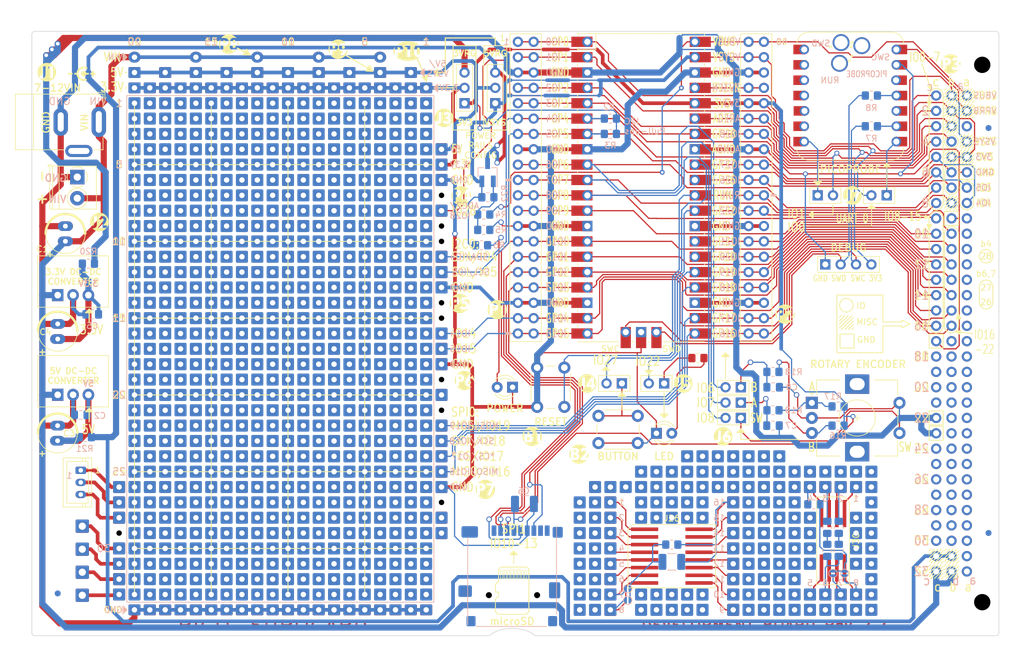
<source format=kicad_pcb>
(kicad_pcb (version 20221018) (generator pcbnew)
  (layers (0 "F.Cu" signal) (31 "B.Cu" signal) (34 "B.Paste" user) (35 "F.Paste" user) (36 "B.SilkS" user "B.Silkscreen") (37 "F.SilkS" user "F.Silkscreen") (38 "B.Mask" user) (39 "F.Mask" user) (44 "Edge.Cuts" user))
  (net 0 "")
  (net 50 "Net-(U2-OUT)")
  (net 51 "/IO22")
  (net 52 "/IO26")
  (net 53 "/IO27")
  (net 54 "3V3")
  (net 55 "VSYS")
  (net 56 "VBUS")
  (net 57 "GND")
  (net 58 "/RUN")
  (net 59 "Net-(U4-OUT)")
  (net 60 "Net-(J43-Pin_1)")
  (net 61 "Net-(J42-Pin_1)")
  (net 62 "+12V")
  (net 63 "Net-(D1-A)")
  (net 64 "/SDA0")
  (net 65 "/SCL0")
  (net 67 "+5VP")
  (net 68 "Net-(D2-A)")
  (net 69 "Net-(J3-Pin_37)")
  (net 70 "Net-(J4-Pin_1)")
  (net 71 "Net-(J5-Pin_1)")
  (net 72 "Net-(J10-Pin_1)")
  (net 73 "+3V3")
  (net 74 "/BUSBAR-5")
  (net 75 "AREF")
  (net 76 "/IO28")
  (net 77 "/IO0")
  (net 78 "/IO1")
  (net 79 "/IO2")
  (net 80 "/IO3")
  (net 81 "/IO6")
  (net 82 "/IO7")
  (net 83 "/IO8")
  (net 84 "/IO9")
  (net 85 "/IO10")
  (net 86 "/IO11")
  (net 87 "/IO12")
  (net 88 "/IO13")
  (net 89 "/IO14")
  (net 90 "/IO15")
  (net 91 "/IO16")
  (net 92 "/IO17")
  (net 93 "/IO18")
  (net 94 "/IO19")
  (net 95 "/IO20")
  (net 96 "/IO21")
  (net 97 "/SO8-1")
  (net 98 "/SO8-2")
  (net 99 "/SO8-3")
  (net 100 "/SO8-4")
  (net 101 "/SO8-5")
  (net 102 "/SO8-6")
  (net 103 "/SO8-7")
  (net 104 "/SO8-8")
  (net 105 "/SWDIO")
  (net 106 "/SWCLK")
  (net 107 "Net-(R12-Pad1)")
  (net 108 "Net-(R10-Pad2)")
  (net 109 "Net-(J10-Pin_2)")
  (net 110 "/SO16-7")
  (net 111 "/SO16-8")
  (net 112 "/SO16-16")
  (net 113 "Net-(J10-Pin_3)")
  (net 114 "Net-(J12-Pin_1)")
  (net 115 "Net-(J12-Pin_2)")
  (net 116 "Net-(J12-Pin_3)")
  (net 117 "Net-(J12-Pin_4)")
  (net 118 "Net-(J24-Pin_1)")
  (net 119 "Net-(J24-Pin_2)")
  (net 120 "Net-(J24-Pin_3)")
  (net 121 "Net-(J24-Pin_4)")
  (net 122 "Net-(J25-Pin_1)")
  (net 123 "Net-(J25-Pin_2)")
  (net 124 "Net-(J26-Pin_9)")
  (net 125 "/VBUS_XIAO")
  (net 126 "Net-(J26-Pin_10)")
  (net 127 "Net-(J26-Pin_11)")
  (net 128 "+3.3VP")
  (net 129 "Net-(J26-Pin_12)")
  (net 130 "Net-(J26-Pin_13)")
  (net 131 "Net-(J26-Pin_14)")
  (net 132 "Net-(J26-Pin_15)")
  (net 138 "Net-(J38-Pin_1)")
  (net 139 "Net-(J39-Pin_1)")
  (net 142 "Net-(J41-Pin_1)")
  (net 143 "Net-(Q1-G)")
  (net 144 "Net-(U3-GPIO2)")
  (net 145 "Net-(U3-GPIO3)")
  (net 146 "Net-(R16-Pad1)")
  (net 147 "Net-(R17-Pad1)")
  (net 148 "Net-(S1-K)")
  (net 149 "Net-(S3-A)")
  (footprint "LOGO" (layer "F.Cu") (at 37.02 43.36)
    (fp_text reference "G***" hide)
    (fp_text value "LOGO" hide)
  )
  (footprint "User_Global_Library:pin-header-pico-side1" (layer "F.Cu") (at 109.16 38.1)
    (fp_text reference "J2" hide)
    (fp_text value "pin-header-pico-side1")
  )
  (footprint "User_Global_Library:DCDC-78xx-replacement" (layer "F.Cu") (at 35.56 80.01)
    (fp_text reference "U4" hide)
    (fp_text value "3.3VDC-DC")
  )
  (footprint "User_Global_Library:HOLE_BARE_0.9mm" (layer "F.Cu") (at 96.52 63.5)
    (fp_text reference "H37" hide)
    (fp_text value "MountingHole")
  )
  (footprint "LOGO" (layer "F.Cu") (at 61.3664 38.862)
    (fp_text reference "G***" hide)
    (fp_text value "LOGO" hide)
  )
  (footprint "User_Global_Library:HOLE_BARE_0.9mm" (layer "F.Cu") (at 96.52 81.28)
    (fp_text reference "H43" hide)
    (fp_text value "MountingHole")
  )
  (footprint "LOGO" (layer "F.Cu") (at 99.82 63.9572)
    (fp_text reference "G***" hide)
    (fp_text value "LOGO" hide)
  )
  (footprint "User_Global_Library:busbar-20div2" (layer "F.Cu") (at 69.85 43.18 -90)
    (fp_text reference "J16" hide)
    (fp_text value "BUSBAR-5")
  )
  (footprint "User_Global_Library:HOLE_BARE_0.9mm" (layer "F.Cu") (at 43.18 119.38)
    (fp_text reference "H4" hide)
    (fp_text value "MountingHole")
  )
  (footprint "LOGO" (layer "F.Cu") (at 96.901 51.054)
    (fp_text reference "G***" hide)
    (fp_text value "LOGO" hide)
  )
  (footprint "User_Global_Library:HOLE_BARE_0.9mm" (layer "F.Cu") (at 96.52 68.58)
    (fp_text reference "H40" hide)
    (fp_text value "MountingHole")
  )
  (footprint "User_Global_Library:pads4-euro" (layer "F.Cu") (at 124.46 118.11)
    (fp_text reference "J24" hide)
    (fp_text value "PADS")
  )
  (footprint "User_Global_Library:pads4-euro" (layer "F.Cu") (at 161.29 129.54 90)
    (fp_text reference "J31" hide)
    (fp_text value "PADS")
  )
  (footprint "User_Global_Library:HOLE_BARE_0.9mm" (layer "F.Cu") (at 96.52 93.98)
    (fp_text reference "H42" hide)
    (fp_text value "MountingHole")
  )
  (footprint "User_Global_Library:pads5-euro" (layer "F.Cu") (at 96.52 106.68 180)
    (fp_text reference "J23" hide)
    (fp_text value "Conn_01x05")
  )
  (footprint "User_Global_Library:HOLE_BARE_0.9mm" (layer "F.Cu") (at 96.52 99.06)
    (fp_text reference "H38" hide)
    (fp_text value "MountingHole")
  )
  (footprint "User_Global_Library:pads4-euro" (layer "F.Cu") (at 43.18 125.73 180)
    (fp_text reference "J12" hide)
    (fp_text value "PADS")
  )
  (footprint "User Global Library:SOIC-8-proto" (layer "F.Cu") (at 161.29 120.65 180)
    (fp_text reference "J30")
    (fp_text value "soic-8")
  )
  (footprint "LOGO" (layer "F.Cu") (at 136.525 94.996)
    (fp_text reference "G***" hide)
    (fp_text value "LOGO" hide)
  )
  (footprint "LOGO" (layer "F.Cu") (at 31.4 43.5)
    (fp_text reference "G***" hide)
    (fp_text value "LOGO" hide)
  )
  (footprint "User_Global_Library:pads1-euro" (layer "F.Cu") (at 96.52 96.52)
    (fp_text reference "J35" hide)
    (fp_text value "PAD")
  )
  (footprint "User_Global_Library:PinHeader_1x02_slim" (layer "F.Cu") (at 146.05 95.25 -90)
    (fp_text reference "J42" hide)
    (fp_text value "ENC_B")
  )
  (footprint "User_Global_Library:JST_PH_3_VERT" (layer "F.Cu") (at 36.83 108.998 -90)
    (fp_text reference "J10" hide)
    (fp_text value "2mm_PH")
  )
  (footprint "User_Global_Library:pads4-euro" (layer "F.Cu") (at 144.78 118.11 180)
    (fp_text reference "J27" hide)
    (fp_text value "PADS")
  )
  (footprint "User_Global_Library:CP_Radial_D6.3mm_P2.50mm" (layer "F.Cu") (at 33.02 86.0225 90)
    (fp_text reference "C4")
    (fp_text value "10u")
  )
  (footprint "User_Global_Library:pads4-euro" (layer "F.Cu") (at 144.78 128.27 180)
    (fp_text reference "J28" hide)
    (fp_text value "PADS")
  )
  (footprint "LOGO" (layer "F.Cu") (at 103.82 112.56)
    (fp_text reference "G***" hide)
    (fp_text value "LOGO" hide)
  )
  (footprint "LOGO" (layer "F.Cu") (at 164.592 63.881)
    (fp_text reference "G***" hide)
    (fp_text value "LOGO" hide)
  )
  (footprint "User_Global_Library:Encoder-and-Switch" (layer "F.Cu") (at 157.7875 100.33)
    (fp_text reference "SW3" hide)
    (fp_text value "RotaryEncoder_Switch")
  )
  (footprint "User_Global_Library:pads3-euro" (layer "F.Cu") (at 96.52 76.2 180)
    (fp_text reference "J22" hide)
    (fp_text value "Conn_01x03")
  )
  (footprint "User_Global_Library:pads3-euro" (layer "F.Cu") (at 96.52 88.9 180)
    (fp_text reference "J32" hide)
    (fp_text value "Conn_01x03")
  )
  (footprint "User_Global_Library:PinHeader_1x02_P2.54mm_Vertical" (layer "F.Cu") (at 126.365 94.615 -90)
    (fp_text reference "J5" hide)
    (fp_text value "BUTTON_CONNECT")
  )
  (footprint "LOGO" (layer "F.Cu") (at 99.568 81.788)
    (fp_text reference "G***" hide)
    (fp_text value "LOGO" hide)
  )
  (footprint "User_Global_Library:pads2-euro" (layer "F.Cu") (at 96.52 118.11)
    (fp_text reference "J37" hide)
    (fp_text value "PADS")
  )
  (footprint "User_Global_Library:busbar-20div4" (layer "F.Cu") (at 69.85 40.64 -90)
    (fp_text reference "J18" hide)
    (fp_text value "BUSBAR-12")
  )
  (footprint "User_Global_Library:Eurocard-Plug-Type-C" (layer "F.Cu") (at 188.74 86.36)
    (fp_text reference "J1" hide)
    (fp_text value "conn-euro")
  )
  (footprint "User_Global_Library:PinHeader_1x03_P2.54mm_Vertical" (layer "F.Cu") (at 100.33 48.26 180)
    (fp_text reference "J20" hide)
    (fp_text value "3V3_CONNECT")
  )
  (footprint "LOGO" (layer "F.Cu") (at 108.204 128.905)
    (fp_text reference "G***" hide)
    (fp_text value "LOGO" hide)
  )
  (footprint "User_Global_Library:array-3.81" (layer "F.Cu") (at 37.084 123.952 180)
    (fp_text reference "J15" hide)
    (fp_text value "3.81mm")
  )
  (footprint "User_Global_Library:pin-header-pico-side2" (layer "F.Cu") (at 147.32 38.1)
    (fp_text reference "J3" hide)
    (fp_text value "pin-header-pico-sideb")
  )
  (footprint "User_Global_Library:DC-Jack-10" (layer "F.Cu") (at 26.02 51.36 -90)
    (fp_text reference "J7" hide)
    (fp_text value "DC-Socket")
  )
  (footprint "LOGO" (layer "F.Cu") (at 120.65 94.996)
    (fp_text reference "G***" hide)
    (fp_text value "LOGO" hide)
  )
  (footprint "User_Global_Library:PinHeader_1x03_P2.54mm_Vertical" (layer "F.Cu") (at 105.41 48.26 180)
    (fp_text reference "J21" hide)
    (fp_text value "Conn_01x03")
  )
  (footprint "Resistor_SMD:R_0805_2012Metric_Pad1.20x1.40mm_HandSolder" (layer "F.Cu") (at 138.938 90.424)
    (fp_text reference "R1" hide)
    (fp_text value "100")
  )
  (footprint "Button_Switch_THT:SW_PUSH_6mm" (layer "F.Cu") (at 122.48 99.985)
    (fp_text reference "SW2" hide)
    (fp_text value "BUTTON")
  )
  (footprint "LOGO" (layer "F.Cu") (at 105.918 82.804)
    (fp_text reference "G***" hide)
    (fp_text value "LOGO" hide)
  )
  (footprint "Button_Switch_THT:SW_PUSH_6mm" (layer "F.Cu") (at 116.84 92 -90)
    (fp_text reference "SW1" hide)
    (fp_text value "RESET")
  )
  (footprint "User_Global_Library:PinHeader_1x02_slim" (layer "F.Cu") (at 146.05 100.33 -90)
    (fp_text reference "J41" hide)
    (fp_text value "ENC_SW")
  )
  (footprint "User_Global_Library:DCDC-78xx-replacement" (layer "F.Cu") (at 35.56 96.5)
    (fp_text reference "U2" hide)
    (fp_text value "5VDC-DC")
  )
  (footprint "User_Global_Library:PinHeader_1x04_P2.54mm_Vertical" (layer "F.Cu") (at 160.02 74.93 90)
    (fp_text reference "J6" hide)
    (fp_text value "DEBUG")
  )
  (footprint "User_Global_Library:pads2-euro" (layer "F.Cu") (at 96.52 57.15 180)
    (fp_text reference "J34" hide)
    (fp_text value "PADS")
  )
  (footprint "User_Global_Library:busbar-20" (layer "F.Cu") (at 69.85 132.08 90)
    (fp_text reference "J19" hide)
    (fp_text value "BUSBAR-GND")
  )
  (footprint "LOGO" (layer "F.Cu") (at 79.4512 39.7256)
    (fp_text reference "G***" hide)
    (fp_text value "LOGO" hide)
  )
  (footprint "LOGO" (layer "F.Cu") (at 143.129 103.759)
    (fp_text reference "G***" hide)
    (fp_text value "LOGO" hide)
  )
  (footprint "User_Global_Library:PinHeader_1x02_P2.54mm_Vertical" (layer "F.Cu") (at 170.18 63.5 -90)
    (fp_text reference "J39" hide)
    (fp_text value "IO0_CONN")
  )
  (footprint "User_Global_Library:HOLE_BARE_0.9mm" (layer "F.Cu") (at 96.52 114.3)
    (fp_text reference "H39" hide)
    (fp_text value "MountingHole")
  )
  (footprint "User_Global_Library:pads4-euro" (layer "F.Cu") (at 124.46 128.27)
    (fp_text reference "J25" hide)
    (fp_text value "PADS")
  )
  (footprint "User_Global_Library:HOLE_BARE_0.9mm" (layer "F.Cu") (at 96.52 83.82)
    (fp_text reference "H41" hide)
    (fp_text value "MountingHole")
  )
  (footprint "User_Global_Library:HOLE_BARE_0.9mm" (layer "F.Cu") (at 96.52 71.12)
    (fp_text reference "H36" hide)
    (fp_text value "MountingHole")
  )
  (footprint "User_Global_Library:PinHeader_1x02_P2.54mm_Vertical" (layer "F.Cu") (at 158.75 63.5 90)
    (fp_text reference "J38" hide)
    (fp_text value "IO1_CONN")
  )
  (footprint "LOGO" (layer "F.Cu") (at 91.0336 40.0304)
    (fp_text reference "G***" hide)
    (fp_text value "LOGO" hide)
  )
  (footprint "User_Global_Library:CP_Radial_D6.3mm_P2.50mm" (layer "F.Cu") (at 34.29 69.85 90)
    (fp_text reference "C1")
    (fp_text value "22u")
  )
  (footprint "User_Global_Library:XIAO-RP2040" (layer "F.Cu") (at 156.5275 39.37 90)
    (fp_text reference "U3" hide)
    (fp_text value "XIAO-RP2040")
  )
  (footprint "LOGO" (layer "F.Cu") (at 119.38 106.68)
    (fp_text reference "G***" hide)
    (fp_text value "LOGO" hide)
  )
  (footprint "TerminalBlock_Phoenix:TerminalBlock_Phoenix_PT-1,5-2-3.5-H_1x02_P3.50mm_Horizontal" (layer "F.Cu") (at 36.26 60.48 -90)
    (fp_text reference "J9" hide)
    (fp_text value "12V")
  )
  (footprint "LOGO" (layer "F.Cu") (at 39.9 68.3)
    (fp_text reference "G***" hide)
    (fp_text value "LOGO" hide)
  )
  (footprint "LED_THT:LED_D3.0mm" (layer "F.Cu") (at 108.2725 95.25 180)
    (fp_text reference "D2" hide)
    (fp_text value "LED")
  )
  (footprint "LOGO" (layer "F.Cu") (at 111.69583 103.754445)
    (fp_text reference "G***" hide)
    (fp_text value "LOGO" hide)
  )
  (footprint "User_Global_Library:busbar-20" (layer "F.Cu") (at 69.85 45.72 90)
    (fp_text reference "J17" hide)
    (fp_text value "BUSBAR-3.3")
  )
  (footprint "LED_THT:LED_D3.0mm" (layer "F.Cu") (at 132.075 102.87)
    (fp_text reference "D1" hide)
    (fp_text value "LED")
  )
  (footprint "User_Global_Library:pads3-euro" (layer "F.Cu") (at 43.18 114.3)
    (fp_text reference "J11" hide)
    (fp_text value "PADS")
  )
  (footprint "LOGO" (layer "F.Cu") (at 100.33 94.5388)
    (fp_text reference "G***" hide)
    (fp_text value "LOGO" hide)
  )
  (footprint "User_Global_Library:PinHeader_1x02_P2.54mm_Vertical" (layer "F.Cu") (at 133.35 94.615 -90)
    (fp_text reference "J4" hide)
    (fp_text value "LED_CONNECT")
  )
  (footprint "User_Global_Library:pads4-euro" (layer "F.Cu") (at 161.29 111.76 -90)
    (fp_text reference "J29" hide)
    (fp_text value "PADS")
  )
  (footprint "User_Global_Library:pi-pico-euro" (layer "F.Cu") (at 129.54 62.23)
    (fp_text reference "U1" hide)
    (fp_text value "Pico-logical")
  )
  (footprint "User_Global_Library:pads1-euro" (layer "F.Cu") (at 96.52 66.04)
    (fp_text reference "J36" hide)
    (fp_text value "PAD")
  )
  (footprint "User_Global_Library:pads1-euro" (layer "F.Cu") (at 96.52 60.96)
    (fp_text reference "J33" hide)
    (fp_text value "PAD")
  )
  (footprint "LOGO" (layer "F.Cu") (at 180.848 42.164)
    (fp_text reference "G***" hide)
    (fp_text value "LOGO" hide)
  )
  (footprint "LOGO" (layer "F.Cu") (at 153.416 83.566)
    (fp_text reference "G***" hide)
    (fp_text value "LOGO" hide)
  )
  (footprint "User_Global_Library:CP_Radial_D6.3mm_P2.50mm" (layer "F.Cu") (at 33 102.85 90)
    (fp_text reference "C3")
    (fp_text value "10u")
  )
  (footprint "User Global Library:SOIC-16-proto" (layer "F.Cu") (at 134.62 123.19 -90)
    (fp_text reference "J26")
    (fp_text value "soic-16")
  )
  (footprint "User_Global_Library:PinHeader_1x02_slim" (layer "F.Cu") (at 146.05 97.79 -90)
    (fp_text reference "J43" hide)
    (fp_text value "ENC_A")
  )
  (footprint "Fiducial:Fiducial_1mm_Mask2mm" (layer "B.Cu") (at 187.02 52.36 180)
    (fp_text reference "FID2" hide)
    (fp_text value "Fiducial")
  )
  (footprint "Resistor_SMD:R_0805_2012Metric_Pad1.20x1.40mm_HandSolder" (layer "B.Cu") (at 124.46 50.8)
    (fp_text reference "R2")
    (fp_text value "10k")
  )
  (footprint "Resistor_SMD:R_0805_2012Metric_Pad1.20x1.40mm_HandSolder" (layer "B.Cu") (at 38.1 74.803)
    (fp_text reference "R20")
    (fp_text value "0R")
  )
  (footprint "Resistor_SMD:R_0805_2012Metric_Pad1.20x1.40mm_HandSolder" (layer "B.Cu") (at 167.64 46.99 180)
    (fp_text reference "R8")
    (fp_text value "100R")
  )
  (footprint "User_Global_Library:matrix-2x1" (layer "B.Cu") (at 138.43 106.68 -90)
    (fp_text reference "H34" hide)
    (fp_text value "matrix-2x1")
  )
  (footprint "User_Global_Library:matrix-2x1" (layer "B.Cu") (at 139.7 115.57 180)
    (fp_text reference "H26" hide)
    (fp_text value "matrix-2x1")
  )
  (footprint "User_Global_Library:matrix-8x1" (layer "B.Cu") (at 154.94 120.65 180)
    (fp_text reference "H18" hide)
    (fp_text value "matrix-8x1")
  )
  (footprint "User_Global_Library:matrix-2x1" (layer "B.Cu") (at 139.7 130.81 180)
    (fp_text reference "H24" hide)
    (fp_text value "matrix-2x1")
  )
  (footprint "User_Global_Library:matrix-8x1" (layer "B.Cu") (at 167.64 120.65 180)
    (fp_text reference "H17" hide)
    (fp_text value "matrix-8x1")
  )
  (footprint "User_Global_Library:microsd-generic" (layer "B.Cu") (at 108.077 136.906)
    (fp_text reference "J40" hide)
    (fp_text value "Micro_SD_Card")
  )
  (footprint "User_Global_Library:matrix-4x1" (layer "B.Cu") (at 133.35 109.22 -90)
    (fp_text reference "H29" hide)
    (fp_text value "matrix-4x1")
  )
  (footprint "User_Global_Library:matrix-1x1" (layer "B.Cu") (at 121.92 111.76 180)
    (fp_text reference "H32" hide)
    (fp_text value "matrix-1x1")
  )
  (footprint "User_Global_Library:matrix-4x1" (layer "B.Cu") (at 133.35 129.54 -90)
    (fp_text reference "H31" hide)
    (fp_text value "matrix-4x1")
  )
  (footprint "Resistor_SMD:R_0805_2012Metric_Pad1.20x1.40mm_HandSolder" (layer "B.Cu") (at 134.62 121.285)
    (fp_text reference "R14" hide)
    (fp_text value ".")
  )
  (footprint "Resistor_SMD:R_1210_3225Metric_Pad1.30x2.65mm_HandSolder" (layer "B.Cu") (at 134.62 124.1425)
    (fp_text reference "R15" hide)
    (fp_text value ".")
  )
  (footprint "Package_TO_SOT_SMD:SOT-23_Handsoldering" (layer "B.Cu") (at 104.14 59.69 90)
    (fp_text reference "Q1" hide)
    (fp_text value "Si2301/FDV304P/IRLML2246")
  )
  (footprint "Resistor_SMD:R_0805_2012Metric_Pad1.20x1.40mm_HandSolder" (layer "B.Cu") (at 162.1275 101.6)
    (fp_text reference "R16")
    (fp_text value "10k")
  )
  (footprint "User_Global_Library:matrix-2x1" (layer "B.Cu") (at 151.13 109.22 -90)
    (fp_text reference "H15" hide)
    (fp_text value "matrix-2x1")
  )
  (footprint "User_Global_Library:matrix-2x1" (layer "B.Cu") (at 140.97 109.22 -90)
    (fp_text reference "H28" hide)
    (fp_text value "matrix-2x1")
  )
  (footprint "Resistor_SMD:R_0805_2012Metric_Pad1.20x1.40mm_HandSolder" (layer "B.Cu") (at 158.115 114.6175)
    (fp_text reference "R11" hide)
    (fp_text value ".")
  )
  (footprint "User_Global_Library:matrix-4x1" (layer "B.Cu") (at 157.48 120.65 180)
    (fp_text reference "H21" hide)
    (fp_text value "matrix-4x1")
  )
  (footprint "Resistor_SMD:R_0805_2012Metric_Pad1.20x1.40mm_HandSolder" (layer "B.Cu") (at 167.64 52.07 180)
    (fp_text reference "R7")
    (fp_text value "100R")
  )
  (footprint "User_Global_Library:matrix-2x1" (layer "B.Cu") (at 144.78 110.49 180)
    (fp_text reference "H27" hide)
    (fp_text value "matrix-2x1")
  )
  (footprint "Resistor_SMD:R_0805_2012Metric_Pad1.20x1.40mm_HandSolder" (layer "B.Cu") (at 160.3375 122.2375 -90)
    (fp_text reference "R13" hide)
    (fp_text value ".")
  )
  (footprint "Resistor_SMD:R_0805_2012Metric_Pad1.20x1.40mm_HandSolder" (layer "B.Cu") (at 160.3375 118.4275 -90)
    (fp_text reference "R10" hide)
    (fp_text value ".")
  )
  (footprint "User_Global_Library:matrix-4x1" (layer "B.Cu") (at 133.35 114.3 -90)
    (fp_text reference "H23" hide)
    (fp_text value "matrix-4x1")
  )
  (footprint "User_Global_Library:short-option-small" (layer "B.Cu") (at 127.3175 130.4925 -90)
    (fp_text reference "S4" hide)
    (fp_text value "short-option")
  )
  (footprint "User_Global_Library:matrix-4x1" (layer "B.Cu") (at 133.35 132.08 -90)
    (fp_text reference "H30" hide)
    (fp_text value "matrix-4x1")
  )
  (footprint "User_Global_Library:matrix-33-4" (layer "B.Cu") (at 88.9 88.9 180)
    (fp_text reference "H6" hide)
    (fp_text value "matrix-holes")
  )
  (footprint "User_Global_Library:matrix-2x1" (layer "B.Cu") (at 166.37 109.22 -90)
    (fp_text reference "H11" hide)
    (fp_text value "matrix-2x1")
  )
  (footprint "Resistor_SMD:R_0805_2012Metric_Pad1.20x1.40mm_HandSolder" (layer "B.Cu") (at 162.2425 122.2375 -90)
    (fp_text reference "R12" hide)
    (fp_text value ".")
  )
  (footprint "User_Global_Library:matrix-8x1" (layer "B.Cu") (at 119.38 123.19 180)
    (fp_text reference "H9" hide)
    (fp_text value "matrix-8x1")
  )
  (footprint "User_Global_Library:matrix-8x1" (layer "B.Cu") (at 133.35 111.76 -90)
    (fp_text reference "H25" hide)
    (fp_text value "matrix-8x1")
  )
  (footprint "User_Global_Library:matrix-8x1" (layer "B.Cu") (at 147.32 123.19 180)
    (fp_text reference "H8" hide)
    (fp_text value "matrix-8x1")
  )
  (footprint "User_Global_Library:matrix-8x1" (layer "B.Cu") (at 158.75 132.08 -90)
    (fp_text reference "H10" hide)
    (fp_text value "matrix-8x1")
  )
  (footprint "Resistor_SMD:R_0805_2012Metric_Pad1.20x1.40mm_HandSolder" (layer "B.Cu") (at 104.1875 63.8175 180)
    (fp_text reference "R22")
    (fp_text value "220k")
  )
  (footprint "User_Global_Library:matrix-2x1" (layer "B.Cu") (at 156.21 109.22 -90)
    (fp_text reference "H12" hide)
    (fp_text value "matrix-2x1")
  )
  (footprint "Resistor_SMD:R_0805_2012Metric_Pad1.20x1.40mm_HandSolder" (layer "B.Cu") (at 151.3625 99.06 180)
    (fp_text reference "R19")
    (fp_text value "10k")
  )
  (footprint "User_Global_Library:matrix-2x1" (layer "B.Cu") (at 161.29 109.22 -90)
    (fp_text reference "H13" hide)
    (fp_text value "matrix-2x1")
  )
  (footprint "User_Global_Library:matrix-33-4" (layer "B.Cu") (at 76.2 88.9 180)
    (fp_text reference "H3" hide)
    (fp_text value "matrix-holes")
  )
  (footprint "Fiducial:Fiducial_1mm_Mask2mm" (layer "B.Cu") (at 187.02 119.36 180)
    (fp_text reference "FID1" hide)
    (fp_text value "Fiducial")
  )
  (footprint "User_Global_Library:short-option-small" (layer "B.Cu") (at 163.195 126.0475 180)
    (fp_text reference "S2" hide)
    (fp_text value "short-option")
  )
  (footprint "User_Global_Library:matrix-8x1" (layer "B.Cu") (at 149.86 120.65 180)
    (fp_text reference "H19" hide)
    (fp_text value "matrix-8x1")
  )
  (footprint "Resistor_SMD:R_0805_2012Metric_Pad1.20x1.40mm_HandSolder" (layer "B.Cu") (at 103.14 71.755 180)
    (fp_text reference "R6")
    (fp_text value "100")
  )
  (footprint "Capacitor_SMD:C_0805_2012Metric_Pad1.18x1.45mm_HandSolder" (layer "B.Cu") (at 36.83 99.822 180)
    (fp_text reference "C2")
    (fp_text value "100n")
  )
  (footprint "User_Global_Library:matrix-4x1" (layer "B.Cu") (at 165.1 120.65 180)
    (fp_text reference "H22" hide)
    (fp_text value "matrix-4x1")
  )
  (footprint "User_Global_Library:matrix-1x1" (layer "B.Cu") (at 142.24 106.68 180)
    (fp_text reference "H35" hide)
    (fp_text value "matrix-1x1")
  )
  (footprint "User_Global_Library:matrix-8x1" (layer "B.Cu") (at 121.92 123.19 180)
    (fp_text reference "H7" hide)
    (fp_text value "matrix-8x1")
  )
  (footprint "Resistor_SMD:R_0805_2012Metric_Pad1.20x1.40mm_HandSolder" (layer "B.Cu") (at 124.46 53.34)
    (fp_text reference "R3")
    (fp_text value "10k")
  )
  (footprint "Capacitor_SMD:C_0805_2012Metric_Pad1.18x1.45mm_HandSolder" (layer "B.Cu") (at 38.735 83.185 180)
    (fp_text reference "C5")
    (fp_text value "100n")
  )
  (footprint "User_Global_Library:matrix-8x1" (layer "B.Cu") (at 152.4 120.65 180)
    (fp_text reference "H16" hide)
    (fp_text value "matrix-8x1")
  )
  (footprint "Resistor_SMD:R_0805_2012Metric_Pad1.20x1.40mm_HandSolder" (layer "B.Cu") (at 103.505 66.675 180)
    (fp_text reference "R4")
    (fp_text value "100")
  )
  (footprint "User_Global_Library:matrix-33-4" (layer "B.Cu") (at 50.8 88.9 180)
    (fp_text reference "H1" hide)
    (fp_text value "matrix-holes")
  )
  (footprint "Capacitor_SMD:C_1210_3225Metric_Pad1.33x2.70mm_HandSolder" (layer "B.Cu") (at 110.236 114.554)
    (fp_text reference "C6")
    (fp_text value "1u")
  )
  (footprint "User_Global_Library:short-option-small" (layer "B.Cu") (at 127.3175 128.5875 -90)
    (fp_text reference "S3" hide)
    (fp_text value "short-option")
  )
  (footprint "Resistor_SMD:R_0805_2012Metric_Pad1.20x1.40mm_HandSolder" (layer "B.Cu") (at 37.592 103.505)
    (fp_text reference "R21")
    (fp_text value "0R")
  )
  (footprint "Resistor_SMD:R_0805_2012Metric_Pad1.20x1.40mm_HandSolder" (layer "B.Cu") (at 162.1275 98.425)
    (fp_text reference "R17")
    (fp_text value "10k")
  )
  (footprint "User_Global_Library:matrix-2x1" (layer "B.Cu") (at 147.32 110.49 180)
    (fp_text reference "H14" hide)
    (fp_text value "matrix-2x1")
  )
  (footprint "User_Global_Library:matrix-33-4" (layer "B.Cu") (at 63.5 88.9 180)
    (fp_text reference "H2" hide)
    (fp_text value "matrix-holes")
  )
  (footprint "Capacitor_SMD:C_0805_2012Metric_Pad1.18x1.45mm_HandSolder" (layer "B.Cu") (at 151.3625 101.6)
    (fp_text reference "C7")
    (fp_text value "10n")
  )
  (footprint "Resistor_SMD:R_0805_2012Metric_Pad1.20x1.40mm_HandSolder" (layer "B.Cu") (at 151.3465 92.71 180)
    (fp_text reference "R18")
    (fp_text value "10k")
  )
  (footprint "Resistor_SMD:R_0805_2012Metric_Pad1.20x1.40mm_HandSolder" (layer "B.Cu") (at 162.2425 118.4275 -90)
    (fp_text reference "R9" hide)
    (fp_text value ".")
  )
  (footprint "Capacitor_SMD:C_0805_2012Metric_Pad1.18x1.45mm_HandSolder" (layer "B.Cu") (at 151.384 95.25)
    (fp_text reference "C8")
    (fp_text value "10n")
  )
  (footprint "Fiducial:Fiducial_1mm_Mask2mm" (layer "B.Cu") (at 33.02 129.36 180)
    (fp_text reference "FID3" hide)
    (fp_text value "Fiducial")
  )
  (footprint "User_Global_Library:matrix-4x1" (layer "B.Cu") (at 133.35 116.84 -90)
    (fp_text reference "H20" hide)
    (fp_text value "matrix-4x1")
  )
  (footprint "User_Global_Library:matrix-4x1" (layer "B.Cu") (at 148.59 106.68 -90)
    (fp_text reference "H33" hide)
    (fp_text value "matrix-4x1")
  )
  (footprint "User_Global_Library:short-option-small" (layer "B.Cu") (at 161.29 126.0475 180)
    (fp_text reference "S1" hide)
    (fp_text value "short-option")
  )
  (footprint "Resistor_SMD:R_0805_2012Metric_Pad1.20x1.40mm_HandSolder" (layer "B.Cu") (at 103.505 69.215 180)
    (fp_text reference "R5")
    (fp_text value "10k")
  )
  (gr_line (start 107.95 86.36) (end 107.315 86.36) (stroke (width 0.4)) (layer "B.SilkS"))
  (gr_line (start 107.95 60.96) (end 107.315 60.96) (stroke (width 0.4)) (layer "B.SilkS"))
  (gr_poly (pts (xy 93.6625 43.815) (xy 93.0275 43.18) (xy 93.6625 42.545)) (stroke (width 0.15)) (fill solid) (layer "B.SilkS"))
  (gr_rect (start 44.45 46.99) (end 95.25 130.81) (stroke (width 0.12)) (fill none) (layer "B.SilkS"))
  (gr_poly (pts (xy 43.815 131.445) (xy 44.45 132.08) (xy 43.815 132.715)) (stroke (width 0.15)) (fill solid) (layer "B.SilkS"))
  (gr_poly (pts (xy 43.815 40.005) (xy 44.45 40.64) (xy 43.815 41.275)) (stroke (width 0.15)) (fill solid) (layer "B.SilkS"))
  (gr_poly (pts (xy 95.885 46.355) (xy 95.25 45.72) (xy 95.885 45.085)) (stroke (width 0.15)) (fill solid) (layer "B.SilkS"))
  (gr_line (start 151.765 63.5) (end 151.13 63.5) (stroke (width 0.4)) (layer "B.SilkS"))
  (gr_line (start 182.28 56.28) (end 182.57 55.99) (stroke (width 0.15)) (layer "F.SilkS"))
  (gr_poly (pts (xy 177.2 67.183) (xy 176.455 67.31) (xy 176.582 66.802)) (stroke (width 0.15)) (fill solid) (layer "F.SilkS"))
  (gr_line (start 30.48 59.69) (end 30.48 60.96) (stroke (width 0.3)) (layer "F.SilkS"))
  (gr_line (start 97.155 37.465) (end 105.41 37.465) (stroke (width 0.2)) (layer "F.SilkS"))
  (gr_line (start 182.06 69.85) (end 182.06 85.09) (stroke (width 0.15)) (layer "F.SilkS"))
  (gr_line (start 177.2 126.02) (end 178.65 124.57) (stroke (width 0.15)) (layer "F.SilkS"))
  (gr_line (start 172.72 85.09) (end 169.545 85.09) (stroke (width 0.15)) (layer "F.SilkS"))
  (gr_line (start 178.36 100.33) (end 178.07 100.33) (stroke (width 0.15)) (layer "F.SilkS"))
  (gr_line (start 182.28 57.44) (end 183.73 55.99) (stroke (width 0.15)) (layer "F.SilkS"))
  (gr_rect (start 177.2 101.71) (end 179.52 104.03) (stroke (width 0.15)) (fill none) (layer "F.SilkS"))
  (gr_line (start 179.78 59.69) (end 179.78 62.23) (stroke (width 0.15)) (layer "F.SilkS"))
  (gr_line (start 180.61 65.93) (end 182.06 64.48) (stroke (width 0.15)) (layer "F.SilkS"))
  (gr_rect (start 162.451 86.453) (end 164.771 88.773) (stroke (width 0.15)) (fill none) (layer "F.SilkS"))
  (gr_line (start 161.29 66.675) (end 157.353 66.675) (stroke (width 0.15)) (layer "F.SilkS"))
  (gr_line (start 179.23 126.89) (end 179.52 126.6) (stroke (width 0.15)) (layer "F.SilkS"))
  (gr_line (start 143.51 90.17) (end 143.51 93.853) (stroke (width 0.15)) (layer "F.SilkS"))
  (gr_line (start 179.74 124.86) (end 180.03 124.57) (stroke (width 0.15)) (layer "F.SilkS"))
  (gr_line (start 169.545 85.09) (end 169.545 89.535) (stroke (width 0.15)) (layer "F.SilkS"))
  (gr_line (start 169.545 84.455) (end 172.72 84.455) (stroke (width 0.15)) (layer "F.SilkS"))
  (gr_line (start 45.72 58.42) (end 95.25 58.42) (stroke (width 0.15)) (layer "F.SilkS"))
  (gr_line (start 178.07 124.35) (end 179.52 122.9) (stroke (width 0.15)) (layer "F.SilkS"))
  (gr_line (start 178.36 87.63) (end 178.07 87.63) (stroke (width 0.15)) (layer "F.SilkS"))
  (gr_line (start 179.74 69.85) (end 179.74 85.09) (stroke (width 0.15)) (layer "F.SilkS"))
  (gr_poly (pts (xy 177.598 68.326) (xy 177.217 69.215) (xy 176.836 68.326)) (stroke (width 0.15)) (fill solid) (layer "F.SilkS"))
  (gr_line (start 108.458 122.45975) (end 108.458 124.42825) (stroke (width 0.15)) (layer "F.SilkS"))
  (gr_line (start 107.95 60.96) (end 107.315 60.96) (stroke (width 0.4)) (layer "F.SilkS"))
  (gr_line (start 180.9 64.77) (end 180.61 64.77) (stroke (width 0.15)) (layer "F.SilkS"))
  (gr_line (start 38.227 98.944) (end 38.227 100.976) (stroke (width 0.2)) (layer "F.SilkS"))
  (gr_line (start 180.61 124.35) (end 182.06 122.9) (stroke (width 0.15)) (layer "F.SilkS"))
  (gr_line (start 158.877 61.341) (end 158.877 58.1025) (stroke (width 0.15)) (layer "F.SilkS"))
  (gr_line (start 177.2 124.86) (end 177.49 124.57) (stroke (width 0.15)) (layer "F.SilkS"))
  (gr_arc (start 179.52 85.09) (mid 178.36 86.25) (end 177.2 85.09) (stroke (width 0.15)) (layer "F.SilkS"))
  (gr_poly (pts (xy 157.988 67.31) (xy 157.353 66.675) (xy 157.988 66.04)) (stroke (width 0.15)) (fill solid) (layer "F.SilkS"))
  (gr_line (start 181.77 65.93) (end 182.06 65.64) (stroke (width 0.15)) (layer "F.SilkS"))
  (gr_line (start 162.36 84.275) (end 163.23 83.405) (stroke (width 0.15)) (layer "F.SilkS"))
  (gr_line (start 183.44 59.69) (end 183.15 59.69) (stroke (width 0.15)) (layer "F.SilkS"))
  (gr_line (start 183.44 49.53) (end 183.15 49.53) (stroke (width 0.15)) (layer "F.SilkS"))
  (gr_line (start 45.72 71.12) (end 95.25 71.12) (stroke (width 0.15)) (layer "F.SilkS"))
  (gr_line (start 176.02 66.96) (end 176.655 67.087) (stroke (width 0.2)) (layer "F.SilkS"))
  (gr_line (start 179.74 52.94) (end 181.77 50.91) (stroke (width 0.15)) (layer "F.SilkS"))
  (gr_poly (pts (xy 145.415 102.743) (xy 146.05 102.108) (xy 146.685 102.743)) (stroke (width 0.15)) (fill solid) (layer "F.SilkS"))
  (gr_line (start 183.44 46.99) (end 183.15 46.99) (stroke (width 0.15)) (layer "F.SilkS"))
  (gr_arc (start 162.381 81.684) (mid 163.501 80.564) (end 164.621 81.684) (stroke (width 0.15)) (layer "F.SilkS"))
  (gr_arc (start 177.2 46.99) (mid 178.36 45.83) (end 179.52 46.99) (stroke (width 0.15)) (layer "F.SilkS"))
  (gr_line (start 181.77 126.89) (end 182.06 126.6) (stroke (width 0.15)) (layer "F.SilkS"))
  (gr_line (start 181.19 126.89) (end 182.06 126.02) (stroke (width 0.15)) (layer "F.SilkS"))
  (gr_line (start 183.44 57.15) (end 183.15 57.15) (stroke (width 0.15)) (layer "F.SilkS"))
  (gr_line (start 180.61 50.69) (end 182.06 49.24) (stroke (width 0.15)) (layer "F.SilkS"))
  (gr_poly (pts (xy 142.875 90.17) (xy 143.51 89.535) (xy 144.145 90.17)) (stroke (width 0.15)) (fill solid) (layer "F.SilkS"))
  (gr_line (start 179.74 48.66) (end 180.03 48.37) (stroke (width 0.15)) (layer "F.SilkS"))
  (gr_arc (start 185.495 78.636) (mid 186.615 77.516) (end 187.735 78.636) (stroke (width 0.15)) (layer "F.SilkS"))
  (gr_line (start 161.29 66.675) (end 161.29 65.0875) (stroke (width 0.15)) (layer "F.SilkS"))
  (gr_line (start 183.15 50.69) (end 184.6 49.24) (stroke (width 0.15)) (layer "F.SilkS"))
  (gr_line (start 173.99 84.7725) (end 172.72 85.4075) (stroke (width 0.15)) (layer "F.SilkS"))
  (gr_line (start 38.227 82.544) (end 38.227 84.576) (stroke (width 0.2)) (layer "F.SilkS"))
  (gr_line (start 179.74 56.86) (end 180.61 55.99) (stroke (width 0.15)) (layer "F.SilkS"))
  (gr_line (start 162.36 85.435) (end 164.39 83.405) (stroke (width 0.15)) (layer "F.SilkS"))
  (gr_line (start 62.721 39.148) (end 64.02 39.82) (stroke (width 0.2)) (layer "F.SilkS"))
  (gr_line (start 45.72 48.26) (end 45.72 129.54) (stroke (width 0.15)) (layer "F.SilkS"))
  (gr_line (start 179.74 126.6) (end 181.77 124.57) (stroke (width 0.15)) (layer "F.SilkS"))
  (gr_line (start 180.9 52.07) (end 180.61 52.07) (stroke (width 0.15)) (layer "F.SilkS"))
  (gr_line (start 177.2 126.6) (end 179.23 124.57) (stroke (width 0.15)) (layer "F.SilkS"))
  (gr_line (start 169.545 80.01) (end 169.545 84.455) (stroke (width 0.15)) (layer "F.SilkS"))
  (gr_line (start 182.28 50.4) (end 184.31 48.37) (stroke (width 0.15)) (layer "F.SilkS"))
  (gr_line (start 182.57 55.77) (end 184.6 53.74) (stroke (width 0.15)) (layer "F.SilkS"))
  (gr_line (start 44.1325 45.72) (end 44.45 45.72) (stroke (width 0.15)) (layer "F.SilkS"))
  (gr_rect (start 103.505 38.735) (end 107.315 52.705) (stroke (width 0.15)) (fill none) (layer "F.SilkS"))
  (gr_line (start 184.31 48.15) (end 184.6 47.86) (stroke (width 0.15)) (layer "F.SilkS"))
  (gr_line (start 58.42 48.26) (end 58.42 129.54) (stroke (width 0.15)) (layer "F.SilkS"))
  (gr_arc (start 179.52 64.77) (mid 178.36 65.93) (end 177.2 64.77) (stroke (width 0.15)) (layer "F.SilkS"))
  (gr_line (start 177.2 124.06) (end 179.23 122.03) (stroke (width 0.15)) (layer "F.SilkS"))
  (gr_line (start 177.49 126.89) (end 179.52 124.86) (stroke (width 0.15)) (layer "F.SilkS"))
  (gr_line (start 181.19 48.15) (end 182.06 47.28) (stroke (width 0.15)) (layer "F.SilkS"))
  (gr_line (start 179.74 63.9) (end 180.03 63.61) (stroke (width 0.15)) (layer "F.SilkS"))
  (gr_poly (pts (xy 64.83 40.28) (xy 63.69 40.23) (xy 63.7 40.24) (xy 63.68 40.23) (xy 64.29 39.3)) (stroke (width 0.15)) (fill solid) (layer "F.SilkS"))
  (gr_poly (pts (xy 85.18 42.99) (xy 84.04 42.94) (xy 84.05 42.95) (xy 84.03 42.94) (xy 84.64 42.01)) (stroke (width 0.15)) (fill solid) (layer "F.SilkS"))
  (gr_line (start 179.74 46.7) (end 180.61 45.83) (stroke (width 0.15)) (layer "F.SilkS"))
  (gr_poly (pts (xy 181.662 83.947) (xy 182.043 83.058) (xy 182.424 83.947)) (stroke (width 0.15)) (fill solid) (layer "F.SilkS"))
  (gr_rect (start 179.74 66.15) (end 182.06 68.47) (stroke (width 0.15)) (fill none) (layer "F.SilkS"))
  (gr_line (start 180.03 58.31) (end 182.06 56.28) (stroke (width 0.15)) (layer "F.SilkS"))
  (gr_line (start 183.73 50.69) (end 184.6 49.82) (stroke (width 0.15)) (layer "F.SilkS"))
  (gr_arc (start 164.621 81.684) (mid 163.501 82.804) (end 162.381 81.684) (stroke (width 0.15)) (layer "F.SilkS"))
  (gr_line (start 178.65 124.35) (end 179.52 123.48) (stroke (width 0.15)) (layer "F.SilkS"))
  (gr_rect (start 182.28 58.53) (end 184.6 60.85) (stroke (width 0.15)) (fill none) (layer "F.SilkS"))
  (gr_line (start 180.03 124.35) (end 182.06 122.32) (stroke (width 0.15)) (layer "F.SilkS"))
  (gr_arc (start 182.02 54.61) (mid 180.9 55.73) (end 179.78 54.61) (stroke (width 0.15)) (layer "F.SilkS"))
  (gr_line (start 180.9 67.31) (end 180.61 67.31) (stroke (width 0.15)) (layer "F.SilkS"))
  (gr_line (start 105.41 38.735) (end 105.41 37.465) (stroke (width 0.2)) (layer "F.SilkS"))
  (gr_line (start 172.72 85.4075) (end 172.72 85.09) (stroke (width 0.15)) (layer "F.SilkS"))
  (gr_line (start 178.36 125.73) (end 178.07 125.73) (stroke (width 0.15)) (layer "F.SilkS"))
  (gr_line (start 177.2 125.44) (end 178.07 124.57) (stroke (width 0.15)) (layer "F.SilkS"))
  (gr_line (start 177.2 122.9) (end 178.07 122.03) (stroke (width 0.15)) (layer "F.SilkS"))
  (gr_line (start 182.28 54.32) (end 183.15 53.45) (stroke (width 0.15)) (layer "F.SilkS"))
  (gr_line (start 29.845 64.135) (end 31.115 64.135) (stroke (width 0.3)) (layer "F.SilkS"))
  (gr_line (start 183.73 55.77) (end 184.6 54.9) (stroke (width 0.15)) (layer "F.SilkS"))
  (gr_line (start 181.77 48.15) (end 182.06 47.86) (stroke (width 0.15)) (layer "F.SilkS"))
  (gr_line (start 179.74 52.36) (end 181.19 50.91) (stroke (width 0.15)) (layer "F.SilkS"))
  (gr_line (start 179.74 65.64) (end 181.77 63.61) (stroke (width 0.15)) (layer "F.SilkS"))
  (gr_line (start 181.19 58.31) (end 182.06 57.44) (stroke (width 0.15)) (layer "F.SilkS"))
  (gr_line (start 146.05 102.743) (end 146.05 103.886) (stroke (width 0.15)) (layer "F.SilkS"))
  (gr_line (start 182.57 58.31) (end 184.6 56.28) (stroke (width 0.15)) (layer "F.SilkS"))
  (gr_line (start 162.65 85.725) (end 164.68 83.695) (stroke (width 0.15)) (layer "F.SilkS"))
  (gr_line (start 182.28 49.82) (end 183.73 48.37) (stroke (width 0.15)) (layer "F.SilkS"))
  (gr_poly (pts (xy 37.592 99.314) (xy 38.227 98.679) (xy 38.862 99.314)) (stroke (width 0.15)) (fill solid) (layer "F.SilkS"))
  (gr_arc (start 187.735 73.556) (mid 186.615 74.676) (end 185.495 73.556) (stroke (width 0.15)) (layer "F.SilkS"))
  (gr_line (start 180.9 123.19) (end 180.61 123.19) (stroke (width 0.15)) (layer "F.SilkS"))
  (gr_line (start 92.583 41.0464) (end 93.726 43.688) (stroke (width 0.2)) (layer "F.SilkS"))
  (gr_line (start 177.2 67.31) (end 177.2 85.09) (stroke (width 0.15)) (layer "F.SilkS"))
  (gr_line (start 179.74 49.24) (end 180.61 48.37) (stroke (width 0.15)) (layer "F.SilkS"))
  (gr_poly (pts (xy 159.385 61.214) (xy 158.75 61.849) (xy 158.115 61.214)) (stroke (width 0.15)) (fill solid) (layer "F.SilkS"))
  (gr_line (start 177.2 122.32) (end 177.49 122.03) (stroke (width 0.15)) (layer "F.SilkS"))
  (gr_line (start 180.61 53.23) (end 182.06 51.78) (stroke (width 0.15)) (layer "F.SilkS"))
  (gr_line (start 95.885 45.72) (end 98.425 45.72) (stroke (width 0.2)) (layer "F.SilkS"))
  (gr_poly (pts (xy 177.598 47.879) (xy 177.217 48.768) (xy 176.836 47.879)) (stroke (width 0.15)) (fill solid) (layer "F.SilkS"))
  (gr_poly (pts (xy 167.03675 65.659) (xy 167.67175 65.024) (xy 168.30675 65.659)) (stroke (width 0.15)) (fill solid) (layer "F.SilkS"))
  (gr_line (start 183.15 55.77) (end 184.6 54.32) (stroke (width 0.15)) (layer "F.SilkS"))
  (gr_arc (start 185.495 73.556) (mid 186.615 72.436) (end 187.735 73.556) (stroke (width 0.15)) (layer "F.SilkS"))
  (gr_arc (start 187.735 81.176) (mid 186.615 82.296) (end 185.495 81.176) (stroke (width 0.15)) (layer "F.SilkS"))
  (gr_line (start 179.74 64.48) (end 180.61 63.61) (stroke (width 0.15)) (layer "F.SilkS"))
  (gr_line (start 182.28 46.12) (end 182.57 45.83) (stroke (width 0.15)) (layer "F.SilkS"))
  (gr_arc (start 184.56 64.77) (mid 183.44 65.89) (end 182.32 64.77) (stroke (width 0.15)) (layer "F.SilkS"))
  (gr_line (start 95.885 43.18) (end 97.155 43.18) (stroke (width 0.2)) (layer "F.SilkS"))
  (gr_line (start 179.23 124.35) (end 179.52 124.06) (stroke (width 0.15)) (layer "F.SilkS"))
  (gr_line (start 180.61 126.89) (end 182.06 125.44) (stroke (width 0.15)) (layer "F.SilkS"))
  (gr_line (start 177.49 124.35) (end 179.52 122.32) (stroke (width 0.15)) (layer "F.SilkS"))
  (gr_line (start 182.32 62.23) (end 182.32 64.77) (stroke (width 0.15)) (layer "F.SilkS"))
  (gr_line (start 180.9 125.73) (end 180.61 125.73) (stroke (width 0.15)) (layer "F.SilkS"))
  (gr_line (start 44.1325 43.18) (end 44.45 43.18) (stroke (width 0.15)) (layer "F.SilkS"))
  (gr_arc (start 179.78 59.69) (mid 180.9 58.57) (end 182.02 59.69) (stroke (width 0.15)) (layer "F.SilkS"))
  (gr_line (start 71.12 48.26) (end 71.12 129.54) (stroke (width 0.15)) (layer "F.SilkS"))
  (gr_line (start 182.28 48.66) (end 182.57 48.37) (stroke (width 0.15)) (layer "F.SilkS"))
  (gr_line (start 182.28 55.48) (end 184.31 53.45) (stroke (width 0.15)) (layer "F.SilkS"))
  (gr_line (start 179.52 85.09) (end 179.52 67.31) (stroke (width 0.15)) (layer "F.SilkS"))
  (gr_poly (pts (xy 37.592 82.931) (xy 38.227 82.296) (xy 38.862 82.931)) (stroke (width 0.15)) (fill solid) (layer "F.SilkS"))
  (gr_line (start 180.03 53.23) (end 182.06 51.2) (stroke (width 0.15)) (layer "F.SilkS"))
  (gr_line (start 182.57 48.15) (end 184.6 46.12) (stroke (width 0.15)) (layer "F.SilkS"))
  (gr_line (start 177.2 123.48) (end 178.65 122.03) (stroke (width 0.15)) (layer "F.SilkS"))
  (gr_line (start 179.74 122.9) (end 180.61 122.03) (stroke (width 0.15)) (layer "F.SilkS"))
  (gr_poly (pts (xy 43.815 40.005) (xy 44.45 40.64) (xy 43.815 41.275)) (stroke (width 0.15)) (fill solid) (layer "F.SilkS"))
  (gr_line (start 179.74 47.28) (end 181.19 45.83) (stroke (width 0.15)) (layer "F.SilkS"))
  (gr_line (start 181.77 58.31) (end 182.06 58.02) (stroke (width 0.15)) (layer "F.SilkS"))
  (gr_line (start 172.72 84.455) (end 172.72 84.1375) (stroke (width 0.15)) (layer "F.SilkS"))
  (gr_poly (pts (xy 95.885 46.355) (xy 95.25 45.72) (xy 95.885 45.085)) (stroke (width 0.15)) (fill solid) (layer "F.SilkS"))
  (gr_line (start 181.19 50.69) (end 182.06 49.82) (stroke (width 0.15)) (layer "F.SilkS"))
  (gr_line (start 181.77 53.23) (end 182.06 52.94) (stroke (width 0.15)) (layer "F.SilkS"))
  (gr_arc (start 179.74 69.85) (mid 180.9 68.69) (end 182.06 69.85) (stroke (width 0.15)) (layer "F.SilkS"))
  (gr_line (start 184.31 55.77) (end 184.6 55.48) (stroke (width 0.15)) (layer "F.SilkS"))
  (gr_line (start 178.36 123.19) (end 178.07 123.19) (stroke (width 0.15)) (layer "F.SilkS"))
  (gr_line (start 180.03 48.15) (end 182.06 46.12) (stroke (width 0.15)) (layer "F.SilkS"))
  (gr_line (start 163.23 85.725) (end 164.68 84.275) (stroke (width 0.15)) (layer "F.SilkS"))
  (gr_poly (pts (xy 95.885 43.815) (xy 95.25 43.18) (xy 95.885 42.545)) (stroke (width 0.15)) (fill solid) (layer "F.SilkS"))
  (gr_line (start 170.18 61.849) (end 170.18 58.8645) (stroke (width 0.15)) (layer "F.SilkS"))
  (gr_line (start 183.15 48.15) (end 184.6 46.7) (stroke (width 0.15)) (layer "F.SilkS"))
  (gr_line (start 179.74 51.2) (end 180.03 50.91) (stroke (width 0.15)) (layer "F.SilkS"))
  (gr_line (start 181.77 50.69) (end 182.06 50.4) (stroke (width 0.15)) (layer "F.SilkS"))
  (gr_line (start 179.74 122.32) (end 180.03 122.03) (stroke (width 0.15)) (layer "F.SilkS"))
  (gr_line (start 180.9 57.15) (end 180.61 57.15) (stroke (width 0.15)) (layer "F.SilkS"))
  (gr_line (start 178.65 126.89) (end 179.52 126.02) (stroke (width 0.15)) (layer "F.SilkS"))
  (gr_line (start 162.36 83.695) (end 162.65 83.405) (stroke (width 0.15)) (layer "F.SilkS"))
  (gr_line (start 183.15 58.31) (end 184.6 56.86) (stroke (width 0.15)) (layer "F.SilkS"))
  (gr_line (start 182.28 47.28) (end 183.73 45.83) (stroke (width 0.15)) (layer "F.SilkS"))
  (gr_arc (start 179.78 54.61) (mid 180.9 53.49) (end 182.02 54.61) (stroke (width 0.15)) (layer "F.SilkS"))
  (gr_poly (pts (xy 133.985 99.695) (xy 133.35 100.33) (xy 132.715 99.695)) (stroke (width 0.15)) (fill solid) (layer "F.SilkS"))
  (gr_line (start 179.74 124.06) (end 181.77 122.03) (stroke (width 0.15)) (layer "F.SilkS"))
  (gr_line (start 179.74 123.48) (end 181.19 122.03) (stroke (width 0.15)) (layer "F.SilkS"))
  (gr_line (start 107.95 86.36) (end 107.315 86.36) (stroke (width 0.4)) (layer "F.SilkS"))
  (gr_line (start 180.61 58.31) (end 182.06 56.86) (stroke (width 0.15)) (layer "F.SilkS"))
  (gr_line (start 181.19 65.93) (end 182.06 65.06) (stroke (width 0.15)) (layer "F.SilkS"))
  (gr_line (start 179.74 126.02) (end 181.19 124.57) (stroke (width 0.15)) (layer "F.SilkS"))
  (gr_line (start 184.31 50.69) (end 184.6 50.4) (stroke (width 0.15)) (layer "F.SilkS"))
  (gr_line (start 123.698 92.456) (end 123.698 93.0275) (stroke (width 0.15)) (layer "F.SilkS"))
  (gr_poly (pts (xy 125.73 96.774) (xy 126.365 96.139) (xy 127 96.774)) (stroke (width 0.15)) (fill solid) (layer "F.SilkS"))
  (gr_line (start 181.19 124.35) (end 182.06 123.48) (stroke (width 0.15)) (layer "F.SilkS"))
  (gr_rect (start 177.2 99.17) (end 179.52 101.49) (stroke (width 0.15)) (fill none) (layer "F.SilkS"))
  (gr_line (start 184.456 86.36) (end 181.916 86.106) (stroke (width 0.15)) (layer "F.SilkS"))
  (gr_line (start 179.74 65.06) (end 181.19 63.61) (stroke (width 0.15)) (layer "F.SilkS"))
  (gr_line (start 183.44 54.61) (end 183.15 54.61) (stroke (width 0.15)) (layer "F.SilkS"))
  (gr_line (start 146.05 103.886) (end 155.702 103.886) (stroke (width 0.15)) (layer "F.SilkS"))
  (gr_line (start 97.155 43.18) (end 97.155 37.465) (stroke (width 0.2)) (layer "F.SilkS"))
  (gr_line (start 180.03 50.69) (end 182.06 48.66) (stroke (width 0.15)) (layer "F.SilkS"))
  (gr_line (start 163.81 85.725) (end 164.68 84.855) (stroke (width 0.15)) (layer "F.SilkS"))
  (gr_line (start 162.36 84.855) (end 163.81 83.405) (stroke (width 0.15)) (layer "F.SilkS"))
  (gr_line (start 182.28 53.74) (end 182.57 53.45) (stroke (width 0.15)) (layer "F.SilkS"))
  (gr_line (start 182.28 58.02) (end 184.31 55.99) (stroke (width 0.15)) (layer "F.SilkS"))
  (gr_line (start 179.74 49.82) (end 181.19 48.37) (stroke (width 0.15)) (layer "F.SilkS"))
  (gr_poly (pts (xy 94.03 44.71) (xy 93.24 43.91) (xy 94.24 43.63)) (stroke (width 0.15)) (fill solid) (layer "F.SilkS"))
  (gr_line (start 184.31 58.31) (end 184.6 58.02) (stroke (width 0.15)) (layer "F.SilkS"))
  (gr_line (start 45.72 109.22) (end 95.25 109.22) (stroke (width 0.15)) (layer "F.SilkS"))
  (gr_line (start 180.03 65.93) (end 182.06 63.9) (stroke (width 0.15)) (layer "F.SilkS"))
  (gr_line (start 182.28 47.86) (end 184.31 45.83) (stroke (width 0.15)) (layer "F.SilkS"))
  (gr_line (start 182.28 46.7) (end 183.15 45.83) (stroke (width 0.15)) (layer "F.SilkS"))
  (gr_line (start 80.772 40.386) (end 84.27 42.41) (stroke (width 0.2)) (layer "F.SilkS"))
  (gr_line (start 151.765 63.5) (end 151.13 63.5) (stroke (width 0.4)) (layer "F.SilkS"))
  (gr_line (start 176.02 41.76) (end 177.471 45.847) (stroke (width 0.15)) (layer "F.SilkS"))
  (gr_line (start 179.74 46.12) (end 180.03 45.83) (stroke (width 0.15)) (layer "F.SilkS"))
  (gr_line (start 182.57 50.69) (end 184.6 48.66) (stroke (width 0.15)) (layer "F.SilkS"))
  (gr_line (start 183.73 58.31) (end 184.6 57.44) (stroke (width 0.15)) (layer "F.SilkS"))
  (gr_poly (pts (xy 131.445 92.456) (xy 130.81 93.091) (xy 130.175 92.456)) (stroke (width 0.15)) (fill solid) (layer "F.SilkS"))
  (gr_arc (start 182.02 62.23) (mid 180.9 63.35) (end 179.78 62.23) (stroke (width 0.15)) (layer "F.SilkS"))
  (gr_line (start 30.48 63.5) (end 30.48 64.77) (stroke (width 0.3)) (layer "F.SilkS"))
  (gr_line (start 180.9 49.53) (end 180.61 49.53) (stroke (width 0.15)) (layer "F.SilkS"))
  (gr_line (start 179.74 47.86) (end 181.77 45.83) (stroke (width 0.15)) (layer "F.SilkS"))
  (gr_line (start 178.07 126.89) (end 179.52 125.44) (stroke (width 0.15)) (layer "F.SilkS"))
  (gr_line (start 45.72 83.82) (end 95.25 83.82) (stroke (width 0.15)) (layer "F.SilkS"))
  (gr_line (start 179.74 57.44) (end 181.19 55.99) (stroke (width 0.15)) (layer "F.SilkS"))
  (gr_poly (pts (xy 177.598 46.101) (xy 176.963 45.466) (xy 177.598 45.212)) (stroke (width 0.15)) (fill solid) (layer "F.SilkS"))
  (gr_line (start 83.82 48.26) (end 83.82 129.54) (stroke (width 0.15)) (layer "F.SilkS"))
  (gr_line (start 184.56 62.23) (end 184.56 64.77) (stroke (width 0.15)) (layer "F.SilkS"))
  (gr_line (start 178.36 102.87) (end 178.07 102.87) (stroke (width 0.15)) (layer "F.SilkS"))
  (gr_poly (pts (xy 182.297 86.487) (xy 181.662 86.106) (xy 182.424 85.852)) (stroke (width 0.15)) (fill solid) (layer "F.SilkS"))
  (gr_rect (start 98.425 38.735) (end 102.235 52.705) (stroke (width 0.15)) (fill none) (layer "F.SilkS"))
  (gr_line (start 179.52 64.77) (end 179.52 46.99) (stroke (width 0.15)) (layer "F.SilkS"))
  (gr_arc (start 182.06 85.09) (mid 180.9 86.25) (end 179.74 85.09) (stroke (width 0.15)) (layer "F.SilkS"))
  (gr_line (start 164.39 85.725) (end 164.68 85.435) (stroke (width 0.15)) (layer "F.SilkS"))
  (gr_poly (pts (xy 169.545 58.801) (xy 170.18 58.166) (xy 170.815 58.801)) (stroke (width 0.15)) (fill solid) (layer "F.SilkS"))
  (gr_line (start 179.74 58.02) (end 181.77 55.99) (stroke (width 0.15)) (layer "F.SilkS"))
  (gr_line (start 180.03 126.89) (end 182.06 124.86) (stroke (width 0.15)) (layer "F.SilkS"))
  (gr_line (start 182.02 59.69) (end 182.02 62.23) (stroke (width 0.15)) (layer "F.SilkS"))
  (gr_line (start 179.74 51.78) (end 180.61 50.91) (stroke (width 0.15)) (layer "F.SilkS"))
  (gr_line (start 179.74 125.44) (end 180.61 124.57) (stroke (width 0.15)) (layer "F.SilkS"))
  (gr_poly (pts (xy 107.823 122.95975) (xy 108.458 122.32475) (xy 109.093 122.95975)) (stroke (width 0.15)) (fill solid) (layer "F.SilkS"))
  (gr_line (start 167.67175 68.58) (end 167.67175 65.532) (stroke (width 0.15)) (layer "F.SilkS"))
  (gr_rect (start 177.2 86.47) (end 179.52 88.79) (stroke (width 0.15)) (fill none) (layer "F.SilkS"))
  (gr_line (start 126.365 96.774) (end 126.365 98.806) (stroke (width 0.15)) (layer "F.SilkS"))
  (gr_line (start 133.35 96.2025) (end 133.35 99.695) (stroke (width 0.15)) (layer "F.SilkS"))
  (gr_arc (start 182.32 62.23) (mid 183.44 61.11) (end 184.56 62.23) (stroke (width 0.15)) (layer "F.SilkS"))
  (gr_line (start 130.81 92.456) (end 130.81 91.948) (stroke (width 0.15)) (layer "F.SilkS"))
  (gr_line (start 182.28 56.86) (end 183.15 55.99) (stroke (width 0.15)) (layer "F.SilkS"))
  (gr_line (start 182.28 54.9) (end 183.73 53.45) (stroke (width 0.15)) (layer "F.SilkS"))
  (gr_poly (pts (xy 43.815 131.445) (xy 44.45 132.08) (xy 43.815 132.715)) (stroke (width 0.15)) (fill solid) (layer "F.SilkS"))
  (gr_line (start 183.73 48.15) (end 184.6 47.28) (stroke (width 0.15)) (layer "F.SilkS"))
  (gr_line (start 181.19 53.23) (end 182.06 52.36) (stroke (width 0.15)) (layer "F.SilkS"))
  (gr_poly (pts (xy 123.063 92.456) (xy 123.698 91.821) (xy 124.333 92.456)) (stroke (width 0.15)) (fill solid) (layer "F.SilkS"))
  (gr_line (start 187.735 78.636) (end 187.735 81.176) (stroke (width 0.15)) (layer "F.SilkS"))
  (gr_line (start 45.72 96.52) (end 95.25 96.52) (stroke (width 0.15)) (layer "F.SilkS"))
  (gr_line (start 161.925 80.01) (end 169.545 80.01) (stroke (width 0.15)) (layer "F.SilkS"))
  (gr_line (start 172.72 84.1375) (end 173.99 84.7725) (stroke (width 0.15)) (layer "F.SilkS"))
  (gr_line (start 161.925 89.535) (end 161.925 80.01) (stroke (width 0.15)) (layer "F.SilkS"))
  (gr_line (start 181.77 124.35) (end 182.06 124.06) (stroke (width 0.15)) (layer "F.SilkS"))
  (gr_line (start 185.495 78.636) (end 185.495 81.176) (stroke (width 0.15)) (layer "F.SilkS"))
  (gr_line (start 45.72 121.92) (end 95.25 121.92) (stroke (width 0.15)) (layer "F.SilkS"))
  (gr_line (start 177.2 46.99) (end 177.2 64.77) (stroke (width 0.15)) (layer "F.SilkS"))
  (gr_arc (start 177.2 67.31) (mid 178.36 66.15) (end 179.52 67.31) (stroke (width 0.15)) (layer "F.SilkS"))
  (gr_line (start 180.61 48.15) (end 182.06 46.7) (stroke (width 0.15)) (layer "F.SilkS"))
  (gr_line (start 179.74 56.28) (end 180.03 55.99) (stroke (width 0.15)) (layer "F.SilkS"))
  (gr_line (start 182.28 49.24) (end 183.15 48.37) (stroke (width 0.15)) (layer "F.SilkS"))
  (gr_line (start 167.67175 68.58) (end 157.44825 68.58) (stroke (width 0.15)) (layer "F.SilkS"))
  (gr_line (start 179.74 50.4) (end 181.77 48.37) (stroke (width 0.15)) (layer "F.SilkS"))
  (gr_line (start 169.545 89.535) (end 161.925 89.535) (stroke (width 0.15)) (layer "F.SilkS"))
  (gr_arc (start 29.24 136.36) (mid 28.886447 136.213553) (end 28.74 135.86) (stroke (width 0.1)) (layer "Edge.Cuts"))
  (gr_arc (start 188.24 36.36) (mid 188.593553 36.506447) (end 188.74 36.86) (stroke (width 0.1)) (layer "Edge.Cuts"))
  (gr_line (start 29.24 136.36) (end 104.41 136.36) (stroke (width 0.1)) (layer "Edge.Cuts"))
  (gr_line (start 112.03 136.36) (end 111.395 135.890001) (stroke (width 0.1)) (layer "Edge.Cuts"))
  (gr_line (start 188.74 36.86) (end 188.74 135.86) (stroke (width 0.1)) (layer "Edge.Cuts"))
  (gr_line (start 104.41 136.36) (end 105.045 135.890001) (stroke (width 0.1)) (layer "Edge.Cuts"))
  (gr_line locked (start 29.24 36.36) (end 188.24 36.36) (stroke (width 0.1)) (layer "Edge.Cuts"))
  (gr_arc (start 105.045 135.890001) (mid 108.22 135.140485) (end 111.395 135.890001) (stroke (width 0.1)) (layer "Edge.Cuts"))
  (gr_arc (start 28.74 36.86) (mid 28.886447 36.506447) (end 29.24 36.36) (stroke (width 0.1)) (layer "Edge.Cuts"))
  (gr_line (start 28.74 135.86) (end 28.74 36.86) (stroke (width 0.1)) (layer "Edge.Cuts"))
  (gr_line (start 188.24 136.36) (end 112.03 136.36) (stroke (width 0.1)) (layer "Edge.Cuts"))
  (gr_arc (start 188.74 135.86) (mid 188.593553 136.213553) (end 188.24 136.36) (stroke (width 0.1)) (layer "Edge.Cuts"))
  (gr_text "DEVELOPMENT BOARD Rev 2.2" (at 149.86 134.62) (layer "F.Cu") (effects (font (size 1.4 1.8) (thickness 0.3))))
  (gr_text "PICO-EUROCARD" (at 68.58 134.62) (layer "F.Cu") (effects (font (size 1.4 2.5) (thickness 0.3))))
  (gr_text "GND" (at 97.79 91.44) (layer "B.SilkS") (effects (font (size 1 1)) (justify right mirror)))
  (gr_text "GND" (at 113.665 81.28) (layer "B.SilkS") (effects (font (size 1.2 1)) (justify right mirror)))
  (gr_text "5" (at 43.18 58.42) (layer "B.SilkS") (effects (font (size 1.2 1.2)) (justify mirror)))
  (gr_text "IO5" (at 113.665 53.34) (layer "B.SilkS") (effects (font (size 1.2 1)) (justify right mirror)))
  (gr_text "20" (at 45.72 38.1) (layer "B.SilkS") (effects (font (size 1.2 1.2)) (justify mirror)))
  (gr_text "2" (at 125.73 116.84) (layer "B.SilkS") (effects (font (size 1 1)) (justify right mirror)))
  (gr_text "IO4" (at 113.665 50.8) (layer "B.SilkS") (effects (font (size 1.2 1)) (justify right mirror)))
  (gr_text "25" (at 43.18 109.22) (layer "B.SilkS") (effects (font (size 1.2 1.2)) (justify mirror)))
  (gr_text "5V/\nVSYS" (at 95.885 42.545) (layer "B.SilkS") (effects (font (size 1 1)) (justify mirror)))
  (gr_text "15" (at 143.51 116.84) (layer "B.SilkS") (effects (font (size 1 1)) (justify left mirror)))
  (gr_text "IO6" (at 113.665 58.42) (layer "B.SilkS") (effects (font (size 1.2 1)) (justify right mirror)))
  (gr_text "VSYS" (at 184.4675 54.61) (layer "B.SilkS") (effects (font (size 1 1)) (justify right mirror)))
  (gr_text "IO4" (at 184.785 64.77) (layer "B.SilkS") (effects (font (size 1 1)) (justify right mirror)))
  (gr_text "MISO/IO16" (at 97.70478 109.22) (layer "B.SilkS") (effects (font (size 1 1)) (justify right mirror)))
  (gr_text "IO19" (at 146.05 76.2) (layer "B.SilkS") (effects (font (size 1.2 1)) (justify left mirror)))
  (gr_text "IO14" (at 97.79 86.36) (layer "B.SilkS") (effects (font (size 1 1)) (justify right mirror)))
  (gr_text "GND" (at 33.3375 47.9425) (layer "B.SilkS") (effects (font (size 1.2 1.2)) (justify mirror)))
  (gr_text "IO14" (at 113.665 83.82) (layer "B.SilkS") (effects (font (size 1.2 1)) (justify right mirror)))
  (gr_text "GND" (at 97.79 60.96) (layer "B.SilkS") (effects (font (size 1 1)) (justify right mirror)))
  (gr_text "GND" (at 146.05 68.58) (layer "B.SilkS") (effects (font (size 1.2 1)) (justify left mirror)))
  (gr_text "3V3" (at 146.05 48.26) (layer "B.SilkS") (effects (font (size 1.2 1)) (justify left mirror)))
  (gr_text "c" (at 177.292 45.466) (layer "B.SilkS") (effects (font (size 1.5 1.3)) (justify mirror)))
  (gr_text "SCL/IO5" (at 98.1075 76.2) (layer "B.SilkS") (effects (font (size 1 1)) (justify right mirror)))
  (gr_text "40" (at 151.765 38.1) (layer "B.SilkS") (effects (font (size 1 1)) (justify right mirror)))
  (gr_text "IO15" (at 113.665 86.36) (layer "B.SilkS") (effects (font (size 1.2 1)) (justify right mirror)))
  (gr_text "5" (at 157.48 127.635) (layer "B.SilkS") (effects (font (size 1 1)) (justify mirror)))
  (gr_text "AREG" (at 146.05 50.8) (layer "B.SilkS") (effects (font (size 1.2 1)) (justify left mirror)))
  (gr_text "IO7" (at 113.665 60.96) (layer "B.SilkS") (effects (font (size 1.2 1)) (justify right mirror)))
  (gr_text "9" (at 143.51 132.08) (layer "B.SilkS") (effects (font (size 1 1)) (justify left mirror)))
  (gr_text "PICOPROBE" (at 166.878 43.434) (layer "B.SilkS") (effects (font (size 1 0.8)) (justify mirror)))
  (gr_text "IO10" (at 113.665 71.12) (layer "B.SilkS") (effects (font (size 1.2 1)) (justify right mirror)))
  (gr_text "1" (at 34.925 109.855) (layer "B.SilkS") (effects (font (size 1 1)) (justify mirror)))
  (gr_text "VIN" (at 42.545 40.64) (layer "B.SilkS") (effects (font (size 1 1)) (justify mirror)))
  (gr_text "3V3" (at 184.785 57.15) (layer "B.SilkS") (effects (font (size 1 1)) (justify right mirror)))
  (gr_text "16" (at 143.51 114.3) (layer "B.SilkS") (effects (font (size 1 1)) (justify left mirror)))
  (gr_text "IO5" (at 184.785 62.23) (layer "B.SilkS") (effects (font (size 1 1)) (justify right mirror)))
  (gr_text "ADC2/\nIO28" (at 97.79 66.04) (layer "B.SilkS") (effects (font (size 1 1)) (justify right mirror)))
  (gr_text "VBUS" (at 146.05 38.1) (layer "B.SilkS") (effects (font (size 1.2 1)) (justify left mirror)))
  (gr_text "GND" (at 113.665 55.88) (layer "B.SilkS") (effects (font (size 1.2 1)) (justify right mirror)))
  (gr_text "IO27" (at 146.05 58.42) (layer "B.SilkS") (effects (font (size 1.2 1)) (justify left mirror)))
  (gr_text "10" (at 43.18 71.12) (layer "B.SilkS") (effects (font (size 1.2 1.2)) (justify mirror)))
  (gr_text "3.3V" (at 97.79 45.72) (layer "B.SilkS") (effects (font (size 1 1)) (justify mirror)))
  (gr_text "VIN" (at 39.6875 47.9425) (layer "B.SilkS") (effects (font (size 1.2 1.2)) (justify mirror)))
  (gr_text "5" (at 83.82 38.1) (layer "B.SilkS") (effects (font (size 1.2 1.2)) (justify mirror)))
  (gr_text "4" (at 157.48 113.665) (layer "B.SilkS") (effects (font (size 1 1)) (justify mirror)))
  (gr_text "7" (at 162.56 127.635) (layer "B.SilkS") (effects (font (size 1 1)) (justify mirror)))
  (gr_text "GND" (at 113.665 68.58) (layer "B.SilkS") (effects (font (size 1.2 1)) (justify right mirror)))
  (gr_text "4" (at 125.73 121.92) (layer "B.SilkS") (effects (font (size 1 1)) (justify right mirror)))
  (gr_text "IO12" (at 113.665 76.2) (layer "B.SilkS") (effects (font (size 1.2 1)) (justify right mirror)))
  (gr_text "10" (at 143.51 129.54) (layer "B.SilkS") (effects (font (size 1 1)) (justify left mirror)))
  (gr_text "GND" (at 97.70478 111.76) (layer "B.SilkS") (effects (font (size 1 1)) (justify right mirror)))
  (gr_text "GND" (at 97.79 78.74) (layer "B.SilkS") (effects (font (size 1 1)) (justify right mirror)))
  (gr_text "13" (at 143.51 121.92) (layer "B.SilkS") (effects (font (size 1 1)) (justify left mirror)))
  (gr_text "3.3V" (at 97.79 58.42) (layer "B.SilkS") (effects (font (size 1 1)) (justify right mirror)))
  (gr_text "SDA/IO4" (at 97.79 73.66) (layer "B.SilkS") (effects (font (size 1 1)) (justify right mirror)))
  (gr_text "14" (at 143.51 119.38) (layer "B.SilkS") (effects (font (size 1 1)) (justify left mirror)))
  (gr_text "2" (at 162.56 113.665) (layer "B.SilkS") (effects (font (size 1 1)) (justify mirror)))
  (gr_text "8" (at 125.73 132.08) (layer "B.SilkS") (effects (font (size 1 1)) (justify right mirror)))
  (gr_text "IO15" (at 97.79 88.9) (layer "B.SilkS") (effects (font (size 1 1)) (justify right mirror)))
  (gr_text "GND" (at 146.05 81.28) (layer "B.SilkS") (effects (font (size 1.2 1)) (justify left mirror)))
  (gr_text "a" (at 182.372 45.339) (layer "B.SilkS") (effects (font (size 1.5 1.3)) (justify mirror)))
  (gr_text "20" (at 43.18 96.52) (layer "B.SilkS") (effects (font (size 1.2 1.2)) (justify mirror)))
  (gr_text "1" (at 106.68 38.1) (layer "B.SilkS") (effects (font (size 1 1)) (justify right mirror)))
  (gr_text "1" (at 125.73 114.3) (layer "B.SilkS") (effects (font (size 1 1)) (justify right mirror)))
  (gr_text "MOSI/IO19" (at 97.79 101.6) (layer "B.SilkS") (effects (font (size 1 1)) (justify right mirror)))
  (gr_text "IO16" (at 146.05 86.36) (layer "B.SilkS") (effects (font (size 1.2 1)) (justify left mirror)))
  (gr_text "7" (at 125.73 129.54) (layer "B.SilkS") (effects (font (size 1 1)) (justify right mirror)))
  (gr_text "RUN" (at 146.05 63.5) (layer "B.SilkS") (effects (font (size 1.2 1)) (justify left mirror)))
  (gr_text "IO21" (at 146.05 71.12) (layer "B.SilkS") (effects (font (size 1.2 1)) (justify left mirror)))
  (gr_text "GND" (at 42.2275 132.08) (layer "B.SilkS") (effects (font (size 1 1)) (justify mirror)))
  (gr_text "30" (at 40.64 121.92) (layer "B.SilkS") (effects (font (size 1.2 1.2)) (justify mirror)))
  (gr_text "IO8" (at 113.665 63.5) (layer "B.SilkS") (effects (font (size 1.2 1)) (justify right mirror)))
  (gr_text "IO18" (at 146.05 78.74) (layer "B.SilkS") (effects (font (size 1.2 1)) (justify left mirror)))
  (gr_text "3.3V" (at 38.1 78.105) (layer "B.SilkS") (effects (font (size 1 1) (thickness 0.2)) (justify mirror)))
  (gr_text "15" (at 43.18 83.82) (layer "B.SilkS") (effects (font (size 1.2 1.2)) (justify mirror)))
  (gr_text "1" (at 43.18 48.26) (layer "B.SilkS") (effects (font (size 1.2 1.2)) (justify mirror)))
  (gr_text "AGND" (at 146.05 55.88) (layer "B.SilkS") (effects (font (size 1.2 1)) (justify left mirror)))
  (gr_text "6" (at 125.73 127) (layer "B.SilkS") (effects (font (size 1 1)) (justify right mirror)))
  (gr_text "VPRB" (at 184.404 49.53) (layer "B.SilkS") (effects (font (size 1 1)) (justify right mirror)))
  (gr_text "IO17" (at 146.05 83.82) (layer "B.SilkS") (effects (font (size 1.2 1)) (justify left mirror)))
  (gr_text "*CS/IO17" (at 98.02228 106.68) (layer "B.SilkS") (effects (font (size 1 1)) (justify right mirror)))
  (gr_text "IO28" (at 146.05 53.34) (layer "B.SilkS") (effects (font (size 1.2 1)) (justify left mirror)))
  (gr_text "VSYS" (at 146.05 40.64) (layer "B.SilkS") (effects (font (size 1.2 1)) (justify left mirror)))
  (gr_text "3" (at 125.73 119.38) (layer "B.SilkS") (effects (font (size 1 1)) (justify right mirror)))
  (gr_text "I2C\nPull-ups" (at 126.6825 52.07) (layer "B.SilkS") (effects (font (size 1 1)) (justify right mirror)))
  (gr_text "IO20" (at 146.05 73.66) (layer "B.SilkS") (effects (font (size 1.2 1)) (justify left mirror)))
  (gr_text "5" (at 125.73 124.46) (layer "B.SilkS") (effects (font (size 1 1)) (justify right mirror)))
  (gr_text "IO11" (at 113.665 73.66) (layer "B.SilkS") (effects (font (size 1.2 1)) (justify right mirror)))
  (gr_text "10" (at 71.12 38.1) (layer "B.SilkS") (effects (font (size 1.2 1.2)) (justify mirror)))
  (gr_text "5V" (at 38.1 94.615) (layer "B.SilkS") (effects (font (size 1 1) (thickness 0.2)) (justify mirror)))
  (gr_text "IO0" (at 113.665 38.1) (layer "B.SilkS") (effects (font (size 1.2 1)) (justify right mirror)))
  (gr_text "GND" (at 184.785 59.69) (layer "B.SilkS") (effects (font (size 1 1)) (justify right mirror)))
  (gr_text "IO2" (at 113.665 45.72) (layer "B.SilkS") (effects (font (size 1.2 1)) (justify right mirror)))
  (gr_text "1" (at 165.1 113.665) (layer "B.SilkS") (effects (font (size 1 1)) (justify mirror)))
  (gr_text "VIN" (at 33.02 64.135) (layer "B.SilkS") (effects (font (size 1.2 1.2) (thickness 0.2)) (justify mirror)))
  (gr_text "SCK/IO18" (at 97.70478 104.14) (layer "B.SilkS") (effects (font (size 1 1)) (justify right mirror)))
  (gr_text "15" (at 58.42 38.1) (layer "B.SilkS") (effects (font (size 1.2 1.2)) (justify mirror)))
  (gr_text "IO9" (at 113.665 66.04) (layer "B.SilkS") (effects (font (size 1.2 1)) (justify right mirror)))
  (gr_text "12" (at 143.51 124.46) (layer "B.SilkS") (effects (font (size 1 1)) (justify left mirror)))
  (gr_text "3" (at 160.02 113.665) (layer "B.SilkS") (effects (font (size 1 1)) (justify mirror)))
  (gr_text "GND" (at 113.665 43.18) (layer "B.SilkS") (effects (font (size 1.2 1)) (justify right mirror)))
  (gr_text "IO22" (at 146.05 66.04) (layer "B.SilkS") (effects (font (size 1.2 1)) (justify left mirror)))
  (gr_text "IO3" (at 113.665 48.26) (layer "B.SilkS") (effects (font (size 1.2 1)) (justify right mirror)))
  (gr_text "11" (at 143.51 127) (layer "B.SilkS") (effects (font (size 1 1)) (justify left mirror)))
  (gr_text "6" (at 160.02 127.635) (layer "B.SilkS") (effects (font (size 1 1)) (justify mirror)))
  (gr_text "GND" (at 32.7025 60.6425) (layer "B.SilkS") (effects (font (size 1.2 1.2) (thickness 0.2)) (justify mirror)))
  (gr_text "VBUS" (at 184.404 46.99) (layer "B.SilkS") (effects (font (size 1 1)) (justify right mirror)))
  (gr_text "IO13" (at 113.665 78.74) (layer "B.SilkS") (effects (font (size 1.2 1)) (justify right mirror)))
  (gr_text "GND" (at 146.05 43.18) (layer "B.SilkS") (effects (font (size 1.2 1)) (justify left mirror)))
  (gr_text "IO1" (at 113.665 40.64) (layer "B.SilkS") (effects (font (size 1.2 1)) (justify right mirror)))
  (gr_text "1" (at 93.98 38.1) (layer "B.SilkS") (effects (font (size 1.2 1.2)) (justify mirror)))
  (gr_text "IO26" (at 146.05 60.96) (layer "B.SilkS") (effects (font (size 1.2 1)) (justify left mirror)))
  (gr_text "3V3EN" (at 146.05 45.72) (layer "B.SilkS") (effects (font (size 1.2 1)) (justify left mirror)))
  (gr_text "5V" (at 97.79 55.88) (layer "B.SilkS") (effects (font (size 1 1)) (justify right mirror)))
  (gr_text "8" (at 165.1 127.635) (layer "B.SilkS") (effects (font (size 1 1)) (justify mirror)))
  (gr_text "SWC" (at 124.46 88.9) (layer "F.SilkS") (effects (font (size 1 1))))
  (gr_text "VIN" (at 43.62 40.64) (layer "F.SilkS") (effects (font (size 1.5 1.2) (thickness 0.2)) (justify right)))
  (gr_text "MOSI/IO19" (at 98.044 101.6) (layer "F.SilkS") (effects (font (size 1.5 1.2) (thickness 0.2)) (justify left)))
  (gr_text "GND" (at 98.044 78.74) (layer "F.SilkS") (effects (font (size 1.5 1.2) (thickness 0.2)) (justify left)))
  (gr_text "GND" (at 160.528 77.216) (layer "F.SilkS") (effects (font (size 1 0.8)) (justify right)))
  (gr_text "10" (at 43.18 71.12) (layer "F.SilkS") (effects (font (size 1.2 1.2) (thickness 0.2))))
  (gr_text "VSYS" (at 105.41 51.435) (layer "F.SilkS") (effects (font (size 1 1) (thickness 0.2))))
  (gr_text "POWER\nRAILS\nCONFIG" (at 102.997 55.245) (layer "F.SilkS") (effects (font (size 1 1))))
  (gr_text "5VRG" (at 105.41 40.005) (layer "F.SilkS") (effects (font (size 1 1) (thickness 0.2))))
  (gr_text "ROTARY ENCODER" (at 165.4175 91.44) (layer "F.SilkS") (effects (font (size 1.2 1.2) (thickness 0.2))))
  (gr_text "IO28" (at 98.044 66.04) (layer "F.SilkS") (effects (font (size 1.5 1.2) (thickness 0.2)) (justify left)))
  (gr_text "b" (at 180.848 44.704) (layer "F.SilkS") (effects (font (size 1.5 1.3) (thickness 0.2))))
  (gr_text "3V3" (at 100.33 51.435) (layer "F.SilkS") (effects (font (size 1 1) (thickness 0.2))))
  (gr_text "*CS/IO17" (at 98.044 106.68) (layer "F.SilkS") (effects (font (size 1.5 1.2) (thickness 0.2)) (justify left)))
  (gr_text "40" (at 151.765 38.1) (layer "F.SilkS") (effects (font (size 1 1)) (justify left)))
  (gr_text "IO0" (at 156.845 68.76) (layer "F.SilkS") (effects (font (size 1.5 1.2) (thickness 0.2)) (justify right)))
  (gr_text "5V" (at 99.06 55.88) (layer "F.SilkS") (effects (font (size 1.5 1) (thickness 0.2))))
  (gr_text "GND" (at 98.044 60.96) (layer "F.SilkS") (effects (font (size 1.5 1.2) (thickness 0.2)) (justify left)))
  (gr_text "1" (at 125.73 114.3) (layer "F.SilkS") (effects (font (size 1 1)) (justify left)))
  (gr_text "VSYS" (at 184.658 54.61) (layer "F.SilkS") (effects (font (size 1.3 1) (thickness 0.2)) (justify left)))
  (gr_text "MISO/IO16" (at 98.044 109.22) (layer "F.SilkS") (effects (font (size 1.5 1.2) (thickness 0.2)) (justify left)))
  (gr_text "20" (at 45.72 38.1) (layer "F.SilkS") (effects (font (size 1.2 1.2) (thickness 0.2))))
  (gr_text "28" (at 186.615 73.556) (layer "F.SilkS") (effects (font (size 1 1))))
  (gr_text "GND" (at 43.815 132.08) (layer "F.SilkS") (effects (font (size 1 1) (thickness 0.2)) (justify right)))
  (gr_text "b6,7" (at 186.615 76.477) (layer "F.SilkS") (effects (font (size 1 1))))
  (gr_text "BUTTON" (at 125.73 106.68) (layer "F.SilkS") (effects (font (size 1.2 1.2) (thickness 0.2))))
  (gr_text "1" (at 165.1 113.665) (layer "F.SilkS") (effects (font (size 1 1))))
  (gr_text "IO15" (at 98.044 88.9) (layer "F.SilkS") (effects (font (size 1.5 1.2) (thickness 0.2)) (justify left)))
  (gr_text "IO16\n-22" (at 186.361 87.76) (layer "F.SilkS") (effects (font (size 1.5 1))))
  (gr_text "3.3V DC-DC\nCONVERTER" (at 35.62 76.96) (layer "F.SilkS") (effects (font (size 1 1) (thickness 0.2))))
  (gr_text "DEBUG" (at 163.86 72.136) (layer "F.SilkS") (effects (font (size 1.2 1.2) (thickness 0.2))))
  (gr_text "SCK/IO18" (at 98.044 104.14) (layer "F.SilkS") (effects (font (size 1.5 1.2) (thickness 0.2)) (justify left)))
  (gr_text "7-12VIN" (at 33.02 45.72) (layer "F.SilkS") (effects (font (size 1.2 1.2) (thickness 0.2))))
  (gr_text "b4" (at 186.615 71.524) (layer "F.SilkS") (effects (font (size 1 1))))
  (gr_text "1" (at 39.624 108.966) (layer "F.SilkS") (effects (font (size 1 1))))
  (gr_text "IO5" (at 184.912 62.23) (layer "F.SilkS") (effects (font (size 1.3 1) (thickness 0.2)) (justify left)))
  (gr_text "LED" (at 133.35 106.68) (layer "F.SilkS") (effects (font (size 1.2 1.2) (thickness 0.2))))
  (gr_text "UART 0" (at 164.465 67.31) (layer "F.SilkS") (effects (font (size 1.5 1) (thickness 0.2))))
  (gr_text "5V DC-DC\nCONVERTER" (at 35.62 93.36) (layer "F.SilkS") (effects (font (size 1 1) (thickness 0.2))))
  (gr_text "3.3V" (at 42.02 45.56) (layer "F.SilkS") (effects (font (size 1.5 1.2) (thickness 0.2))))
  (gr_text "B" (at 157.734 105.16) (layer "F.SilkS") (effects (font (size 1.5 1.2) (thickness 0.2))))
  (gr_text "SCL/IO5" (at 98.044 76.2) (layer "F.SilkS") (effects (font (size 1.5 1.2) (thickness 0.2)) (justify left)))
  (gr_text "10" (at 71.12 38.1) (layer "F.SilkS") (effects (font (size 1.2 1.2) (thickness 0.2))))
  (gr_text "a" (at 183.388 44.704) (layer "F.SilkS") (effects (font (size 1.5 1.3) (thickness 0.2))))
  (gr_text "microSD" (at 108.204 133.985) (layer "F.SilkS") (effects (font (size 1.2 1.2) (thickness 0.2))))
  (gr_text "3V3" (at 184.912 57.15) (layer "F.SilkS") (effects (font (size 1.3 1) (thickness 0.2)) (justify left)))
  (gr_text "1" (at 106.045 37.465) (layer "F.SilkS") (effects (font (size 1 1)) (justify left)))
  (gr_text "IO14" (at 98.044 86.36) (layer "F.SilkS") (effects (font (size 1.5 1.2) (thickness 0.2)) (justify left)))
  (gr_text "IO7" (at 140.22 97.79) (layer "F.SilkS") (effects (font (size 1.5 1.2) (thickness 0.2))))
  (gr_text "1" (at 93.98 38.1) (layer "F.SilkS") (effects (font (size 1.2 1.2) (thickness 0.2))))
  (gr_text "IO8" (at 140.22 100.33) (layer "F.SilkS") (effects (font (size 1.5 1.2) (thickness 0.2))))
  (gr_text "GND" (at 166.803 87.376) (layer "F.SilkS") (effects (font (size 1 1))))
  (gr_text "3VRG" (at 100.33 40.005) (layer "F.SilkS") (effects (font (size 1 1) (thickness 0.2))))
  (gr_text "IO4" (at 184.912 64.77) (layer "F.SilkS") (effects (font (size 1.3 1) (thickness 0.2)) (justify left)))
  (gr_text "GND" (at 98.044 91.44) (layer "F.SilkS") (effects (font (size 1.5 1.2) (thickness 0.2)) (justify left)))
  (gr_text "SPI0:" (at 100.42 99.36) (layer "F.SilkS") (effects (font (size 1.5 1.2) (thickness 0.2))))
  (gr_text "IO0-7" (at 176.455 40.64) (layer "F.SilkS") (effects (font (size 1.5 1.1) (thickness 0.2))))
  (gr_text "SDA/IO4" (at 98.044 73.66) (layer "F.SilkS") (effects (font (size 1.5 1.2) (thickness 0.2)) (justify left)))
  (gr_text "GND" (at 98.044 111.76) (layer "F.SilkS") (effects (font (size 1.5 1.2) (thickness 0.2)) (justify left)))
  (gr_text "IO27" (at 123.62 90.76) (layer "F.SilkS") (effects (font (size 1.5 1.2) (thickness 0.2))))
  (gr_text "PICOPROBE" (at 164.211 59.182) (layer "F.SilkS") (effects (font (size 1.2 1.2) (thickness 0.2))))
  (gr_text "3.3V" (at 99.822 58.42) (layer "F.SilkS") (effects (font (size 1.5 1) (thickness 0.2))))
  (gr_text "5" (at 83.82 38.1) (layer "F.SilkS") (effects (font (size 1.2 1.2) (thickness 0.2))))
  (gr_text "27" (at 186.615 78.763) (layer "F.SilkS") (effects (font (size 1 1))))
  (gr_text "SPI1\nIO10-13" (at 108.458 119.888) (layer "F.SilkS") (effects (font (size 1.5 1.2) (thickness 0.2))))
  (gr_text "15" (at 43.18 83.82) (layer "F.SilkS") (effects (font (size 1.2 1.2) (thickness 0.2))))
  (gr_text "SWD" (at 163.576 77.216) (layer "F.SilkS") (effects (font (size 1 0.8)) (justify right)))
  (gr_text "SW" (at 148.62 100.36) (layer "F.SilkS") (effects (font (size 1.5 1) (thickness 0.2))))
  (gr_text "5" (at 43.18 58.42) (layer "F.SilkS") (effects (font (size 1.2 1.2) (thickness 0.2))))
  (gr_text "POWER" (at 106.9975 98.7425) (layer "F.SilkS") (effects (font (size 1.2 1.2) (thickness 0.2))))
  (gr_text "IO8-15" (at 172.82 66.96) (layer "F.SilkS") (effects (font (size 1.5 1.1) (thickness 0.2))))
  (gr_text "IO6" (at 140.22 95.377) (layer "F.SilkS") (effects (font (size 1.5 1.2) (thickness 0.2))))
  (gr_text "3.3V" (at 38.608 85.725) (layer "F.SilkS") (effects (font (size 1.5 1.2) (thickness 0.2))))
  (gr_text "25" (at 43.18 109.22) (layer "F.SilkS") (effects (font (size 1.2 1.2) (thickness 0.2))))
  (gr_text "c" (at 178.308 44.704) (layer "F.SilkS") (effects (font (size 1.5 1.3) (thickness 0.2))))
  (gr_text "IO22" (at 130.62 90.96) (layer "F.SilkS") (effects (font (size 1.5 1.2) (thickness 0.2))))
  (gr_text "SW" (at 173.22 105.16) (layer "F.SilkS") (effects (font (size 1.5 1) (thickness 0.2))))
  (gr_text "5V" (at 38.1 102.235) (layer "F.SilkS") (effects (font (size 1.5 1.2) (thickness 0.2))))
  (gr_text "B" (at 148.209 95.25) (layer "F.SilkS") (effects (font (size 1.5 1.2) (thickness 0.2))))
  (gr_text "VPRB" (at 184.404 49.53) (layer "F.SilkS") (effects (font (size 1.3 1) (thickness 0.2)) (justify left)))
  (gr_text "15" (at 58.42 38.1) (layer "F.SilkS") (effects (font (size 1.2 1.2) (thickness 0.2))))
  (gr_text "1" (at 43.18 48.26) (layer "F.SilkS") (effects (font (size 1.2 1.2) (thickness 0.2))))
  (gr_text "SWC" (at 164.084 77.216) (layer "F.SilkS") (effects (font (size 1 0.8)) (justify left)))
  (gr_text "IO1" (at 156.845 66.56) (layer "F.SilkS") (effects (font (size 1.5 1.2) (thickness 0.2)) (justify right)))
  (gr_text "3V3" (at 167.132 77.216) (layer "F.SilkS") (effects (font (size 1 0.8)) (justify left)))
  (gr_text "VBUS" (at 184.404 46.99) (layer "F.SilkS") (effects (font (size 1.3 1) (thickness 0.2)) (justify left)))
  (gr_text "A" (at 148.209 97.79) (layer "F.SilkS") (effects (font (size 1.5 1.2) (thickness 0.2))))
  (gr_text "I2C0:" (at 100.42 71.56) (layer "F.SilkS") (effects (font (size 1.5 1.2) (thickness 0.2))))
  (gr_text "GND" (at 31.115 51.435 90) (layer "F.SilkS") (effects (font (size 1.2 1.2) (thickness 0.2))))
  (gr_text "SWD" (at 134.62 88.9) (layer "F.SilkS") (effects (font (size 1 1))))
  (gr_text "IO" (at 165.914 81.788) (layer "F.SilkS") (effects (font (size 1 1))))
  (gr_text "MISC" (at 166.93 84.455) (layer "F.SilkS") (effects (font (size 1 1))))
  (gr_text "GND" (at 184.912 59.69) (layer "F.SilkS") (effects (font (size 1.3 1) (thickness 0.2)) (justify left)))
  (gr_text "26" (at 186.615 81.176) (layer "F.SilkS") (effects (font (size 1 1))))
  (gr_text "VIN" (at 37.465 51.435 90) (layer "F.SilkS") (effects (font (size 1.2 1.2) (thickness 0.2))))
  (gr_text "5V" (at 42.82 43.16) (layer "F.SilkS") (effects (font (size 1.5 1.2) (thickness 0.2))))
  (gr_text "RESET" (at 114.59 100.965) (layer "F.SilkS") (effects (font (size 1.2 1.2) (thickness 0.2))))
  (gr_text "A" (at 157.82 95.16) (layer "F.SilkS") (effects (font (size 1.5 1.2) (thickness 0.2))))
  (gr_text "20" (at 43.18 96.52) (layer "F.SilkS") (effects (font (size 1.2 1.2) (thickness 0.2))))
  (segment (start 38.1 102.5525) (end 36.5525 104.1) (width 1.016) (layer "F.Cu") (net 50))
  (segment (start 38.1 96.5) (end 38.1 102.5525) (width 1.016) (layer "F.Cu") (net 50))
  (segment (start 36.5525 104.1) (end 33 104.1) (width 1.016) (layer "F.Cu") (net 50))
  (segment (start 38.1 99.5895) (end 38.1 96.5) (width 0.6096) (layer "B.Cu") (net 50))
  (segment (start 36.592 103.505) (end 35.997 104.1) (width 1.016) (layer "B.Cu") (net 50))
  (segment (start 35.997 104.1) (end 33 104.1) (width 1.016) (layer "B.Cu") (net 50))
  (segment (start 37.8675 99.822) (end 38.1 99.5895) (width 0.6096) (layer "B.Cu") (net 50))
  (segment (start 179.07 66.04) (end 179.578 66.548) (width 0.2032) (layer "F.Cu") (net 51))
  (segment (start 179.578 68.528) (end 180.9 69.85) (width 0.2032) (layer "F.Cu") (net 51))
  (segment (start 147.32 66.04) (end 149.86 66.04) (width 0.2032) (layer "F.Cu") (net 51))
  (segment (start 138.43 66.04) (end 147.32 66.04) (width 0.2032) (layer "F.Cu") (net 51))
  (segment (start 177.296191 66.7452) (end 178.001391 66.04) (width 0.2032) (layer "F.Cu") (net 51))
  (segment (start 149.86 66.04) (end 150.5652 66.7452) (width 0.2032) (layer "F.Cu") (net 51))
  (segment (start 150.5652 66.7452) (end 177.296191 66.7452) (width 0.2032) (layer "F.Cu") (net 51))
  (segment (start 178.001391 66.04) (end 179.07 66.04) (width 0.2032) (layer "F.Cu") (net 51))
  (segment (start 179.578 66.548) (end 179.578 68.528) (width 0.2032) (layer "F.Cu") (net 51))
  (segment (start 138.43 66.04) (end 137.16 66.04) (width 0.2032) (layer "B.Cu") (net 51))
  (segment (start 135.5472 89.7508) (end 134.493 90.805) (width 0.2032) (layer "B.Cu") (net 51))
  (segment (start 136.652 66.548) (end 136.652 76.13779) (width 0.2032) (layer "B.Cu") (net 51))
  (segment (start 136.652 76.13779) (end 135.5472 77.24259) (width 0.2032) (layer "B.Cu") (net 51))
  (segment (start 134.493 90.805) (end 131.1275 90.805) (width 0.2032) (layer "B.Cu") (net 51))
  (segment (start 135.5472 77.24259) (end 135.5472 89.7508) (width 0.2032) (layer "B.Cu") (net 51))
  (segment (start 131.1275 90.805) (end 130.81 91.1225) (width 0.2032) (layer "B.Cu") (net 51))
  (segment (start 130.81 91.1225) (end 130.81 94.615) (width 0.2032) (layer "B.Cu") (net 51))
  (segment (start 137.16 66.04) (end 136.652 66.548) (width 0.2032) (layer "B.Cu") (net 51))
  (segment (start 149.86 60.96) (end 150.876 61.976) (width 0.2032) (layer "F.Cu") (net 52))
  (segment (start 147.32 60.96) (end 149.86 60.96) (width 0.2032) (layer "F.Cu") (net 52))
  (segment (start 150.876 61.976) (end 176.985391 61.976) (width 0.2032) (layer "F.Cu") (net 52))
  (segment (start 177.882991 61.0784) (end 179.7484 61.0784) (width 0.2032) (layer "F.Cu") (net 52))
  (segment (start 138.43 60.96) (end 147.32 60.96) (width 0.2032) (layer "F.Cu") (net 52))
  (segment (start 176.985391 61.976) (end 177.882991 61.0784) (width 0.2032) (layer "F.Cu") (net 52))
  (segment (start 179.7484 61.0784) (end 180.9 62.23) (width 0.2032) (layer "F.Cu") (net 52))
  (segment (start 149.86 58.42) (end 150.93821 58.42) (width 0.2032) (layer "F.Cu") (net 53))
  (segment (start 177.2084 60.0276) (end 177.2084 59.212991) (width 0.2032) (layer "F.Cu") (net 53))
  (segment (start 176.0664 61.1696) (end 177.2084 60.0276) (width 0.2032) (layer "F.Cu") (net 53))
  (segment (start 153.68781 61.1696) (end 176.0664 61.1696) (width 0.2032) (layer "F.Cu") (net 53))
  (segment (start 147.32 58.42) (end 149.86 58.42) (width 0.2032) (layer "F.Cu") (net 53))
  (segment (start 138.43 58.42) (end 147.32 58.42) (width 0.2032) (layer "F.Cu") (net 53))
  (segment (start 150.93821 58.42) (end 153.68781 61.1696) (width 0.2032) (layer "F.Cu") (net 53))
  (segment (start 177.982991 58.4384) (end 179.6484 58.4384) (width 0.2032) (layer "F.Cu") (net 53))
  (segment (start 177.2084 59.212991) (end 177.982991 58.4384) (width 0.2032) (layer "F.Cu") (net 53))
  (segment (start 179.6484 58.4384) (end 180.9 59.69) (width 0.2032) (layer "F.Cu") (net 53))
  (segment (start 134.32599 90.4018) (end 130.960489 90.4018) (width 0.2032) (layer "B.Cu") (net 53))
  (segment (start 138.43 58.42) (end 139.7 58.42) (width 0.2032) (layer "B.Cu") (net 53))
  (segment (start 130.938289 90.424) (end 124.846 90.424) (width 0.2032) (layer "B.Cu") (net 53))
  (segment (start 140.335 63.8175) (end 139.3825 64.77) (width 0.2032) (layer "B.Cu") (net 53))
  (segment (start 139.3825 64.77) (end 137.414 64.77) (width 0.2032) (layer "B.Cu") (net 53))
  (segment (start 139.7 58.42) (end 140.335 59.055) (width 0.2032) (layer "B.Cu") (net 53))
  (segment (start 135.144 77.07558) (end 135.144 89.58379) (width 0.2032) (layer "B.Cu") (net 53))
  (segment (start 137.414 64.77) (end 136.2488 65.9352) (width 0.2032) (layer "B.Cu") (net 53))
  (segment (start 124.846 90.424) (end 123.825 91.445) (width 0.2032) (layer "B.Cu") (net 53))
  (segment (start 123.825 91.445) (end 123.825 94.615) (width 0.2032) (layer "B.Cu") (net 53))
  (segment (start 136.2488 65.9352) (end 136.2488 75.97078) (width 0.2032) (layer "B.Cu") (net 53))
  (segment (start 136.2488 75.97078) (end 135.144 77.07558) (width 0.2032) (layer "B.Cu") (net 53))
  (segment (start 130.960489 90.4018) (end 130.938289 90.424) (width 0.2032) (layer "B.Cu") (net 53))
  (segment (start 135.144 89.58379) (end 134.32599 90.4018) (width 0.2032) (layer "B.Cu") (net 53))
  (segment (start 140.335 59.055) (end 140.335 63.8175) (width 0.2032) (layer "B.Cu") (net 53))
  (segment (start 167.4304 56.9404) (end 173.752522 56.9404) (width 0.2032) (layer "F.Cu") (net 54))
  (segment (start 123.19 40.3225) (end 122.2375 39.37) (width 0.6096) (layer "F.Cu") (net 54))
  (segment (start 113.3475 39.37) (end 107.95 39.37) (width 0.2032) (layer "F.Cu") (net 54))
  (segment (start 117.475 39.37) (end 113.3475 39.37) (width 0.6096) (layer "F.Cu") (net 54))
  (segment (start 123.19 41.5925) (end 123.19 40.3225) (width 0.6096) (layer "F.Cu") (net 54))
  (segment (start 182.17 50.8) (end 183.9976 50.8) (width 0.2032) (layer "F.Cu") (net 54))
  (segment (start 104.4575 39.37) (end 102.235 41.5925) (width 0.6096) (layer "F.Cu") (net 54))
  (segment (start 164.592 100.076) (end 164.592 100.965) (width 0.2032) (layer "F.Cu") (net 54))
  (segment (start 152.4 53.34) (end 153.2064 54.1464) (width 0.2032) (layer "F.Cu") (net 54))
  (segment (start 151.5332 51.26799) (end 152.4 52.13479) (width 0.2032) (layer "F.Cu") (net 54))
  (segment (start 102.87 52.3875) (end 102.87 48.895) (width 0.2032) (layer "F.Cu") (net 54))
  (segment (start 153.2064 55.54598) (end 154.60082 56.9404) (width 0.2032) (layer "F.Cu") (net 54))
  (segment (start 149.86 48.26) (end 151.415105 49.815105) (width 0.2032) (layer "F.Cu") (net 54))
  (segment (start 122.2375 39.37) (end 117.475 39.37) (width 0.2032) (layer "F.Cu") (net 54))
  (segment (start 174.7964 48.895) (end 175.5498 48.1416) (width 0.2032) (layer "F.Cu") (net 54))
  (segment (start 102.235 47.625) (end 101.9175 47.9425) (width 0.6096) (layer "F.Cu") (net 54))
  (segment (start 174.7964 55.89652) (end 174.7964 48.895) (width 0.2032) (layer "F.Cu") (net 54))
  (segment (start 179.5116 48.1416) (end 180.9 49.53) (width 0.2032) (layer "F.Cu") (net 54))
  (segment (start 183.9976 50.8) (end 184.7088 51.5112) (width 0.2032) (layer "F.Cu") (net 54))
  (segment (start 154.60082 56.9404) (end 160.100021 56.9404) (width 0.2032) (layer "F.Cu") (net 54))
  (segment (start 175.5498 48.1416) (end 179.5116 48.1416) (width 0.2032) (layer "F.Cu") (net 54))
  (segment (start 102.235 41.5925) (end 102.235 47.625) (width 0.6096) (layer "F.Cu") (net 54))
  (segment (start 153.2064 54.1464) (end 153.2064 55.54598) (width 0.2032) (layer "F.Cu") (net 54))
  (segment (start 129.8575 48.26) (end 123.19 41.5925) (width 0.6096) (layer "F.Cu") (net 54))
  (segment (start 173.752522 56.9404) (end 174.7964 55.89652) (width 0.2032) (layer "F.Cu") (net 54))
  (segment (start 184.7088 51.5112) (end 184.7088 55.8812) (width 0.2032) (layer "F.Cu") (net 54))
  (segment (start 131.318 104.648) (end 129.54 102.87) (width 0.2032) (layer "F.Cu") (net 54))
  (segment (start 138.43 48.26) (end 147.32 48.26) (width 0.6096) (layer "F.Cu") (net 54))
  (segment (start 161.24302 55.7974) (end 165.5254 55.7974) (width 0.2032) (layer "F.Cu") (net 54))
  (segment (start 160.100021 56.9404) (end 161.24302 55.7974) (width 0.2032) (layer "F.Cu") (net 54))
  (segment (start 147.32 48.26) (end 149.86 48.26) (width 0.6096) (layer "F.Cu") (net 54))
  (segment (start 167.4304 56.9404) (end 166.878 56.388) (width 0.2032) (layer "F.Cu") (net 54))
  (segment (start 129.54 102.87) (end 118.80463 102.87) (width 0.2032) (layer "F.Cu") (net 54))
  (segment (start 152.4 52.13479) (end 152.4 53.34) (width 0.2032) (layer "F.Cu") (net 54))
  (segment (start 151.415105 49.815105) (end 151.415105 49.879895) (width 0.2032) (layer "F.Cu") (net 54))
  (segment (start 138.43 48.26) (end 129.8575 48.26) (width 0.6096) (layer "F.Cu") (net 54))
  (segment (start 107.95 39.37) (end 104.4575 39.37) (width 0.6096) (layer "F.Cu") (net 54))
  (segment (start 165.5254 55.7974) (end 166.116 56.388) (width 0.2032) (layer "F.Cu") (net 54))
  (segment (start 164.592 100.965) (end 160.909 104.648) (width 0.2032) (layer "F.Cu") (net 54))
  (segment (start 180.9 49.53) (end 182.17 50.8) (width 0.2032) (layer "F.Cu") (net 54))
  (segment (start 151.5332 49.99799) (end 151.5332 51.26799) (width 0.2032) (layer "F.Cu") (net 54))
  (segment (start 166.878 56.388) (end 166.116 56.388) (width 0.2032) (layer "F.Cu") (net 54))
  (segment (start 102.87 48.895) (end 101.9175 47.9425) (width 0.2032) (layer "F.Cu") (net 54))
  (segment (start 184.7088 55.8812) (end 183.44 57.15) (width 0.2032) (layer "F.Cu") (net 54))
  (segment (start 112.4172 109.25743) (end 112.4172 114.2778) (width 0.2032) (layer "F.Cu") (net 54))
  (segment (start 112.4172 114.2778) (end 109.601 117.094) (width 0.2032) (layer "F.Cu") (net 54))
  (segment (start 101.9175 47.9425) (end 101.6 48.26) (width 0.6096) (layer "F.Cu") (net 54))
  (segment (start 101.6 48.26) (end 100.33 48.26) (width 0.6096) (layer "F.Cu") (net 54))
  (segment (start 160.909 104.648) (end 131.318 104.648) (width 0.2032) (layer "F.Cu") (net 54))
  (segment (start 151.415105 49.879895) (end 151.5332 49.99799) (width 0.2032) (layer "F.Cu") (net 54))
  (segment (start 118.80463 102.87) (end 112.4172 109.25743) (width 0.2032) (layer "F.Cu") (net 54))
  (via (at 164.592 100.076) (size 0.8048) (drill 0.5) (layers "F.Cu" "B.Cu") (net 54))
  (via (at 102.87 52.3875) (size 0.8048) (drill 0.5) (layers "F.Cu" "B.Cu") (net 54))
  (via (at 166.116 56.388) (size 0.8048) (drill 0.5) (layers "F.Cu" "B.Cu") (net 54))
  (via (at 109.601 117.094) (size 0.9048) (drill 0.6) (layers "F.Cu" "B.Cu") (net 54))
  (segment (start 125.46 53.34) (end 125.46 50.8) (width 0.2032) (layer "B.Cu") (net 54))
  (segment (start 163.1275 98.425) (end 163.1275 97.5955) (width 0.2032) (layer "B.Cu") (net 54))
  (segment (start 163.1275 101.6) (end 163.1275 100.0165) (width 0.2032) (layer "B.Cu") (net 54))
  (segment (start 102.87 52.3875) (end 104.4575 52.3875) (width 0.2032) (layer "B.Cu") (net 54))
  (segment (start 183.44 57.15) (end 180.9 57.15) (width 0.2032) (layer "B.Cu") (net 54))
  (segment (start 166.116 56.388) (end 164.846 57.658) (width 0.2032) (layer "B.Cu") (net 54))
  (segment (start 125.46 49.895) (end 125.46 50.8) (width 0.2032) (layer "B.Cu") (net 54))
  (segment (start 149.86 48.26) (end 151.4475 48.26) (width 0.6096) (layer "B.Cu") (net 54))
  (segment (start 108.548 117.094) (end 108.503 117.049) (width 0.2032) (layer "B.Cu") (net 54))
  (segment (start 104.4575 52.3875) (end 107.433889 49.411111) (width 0.2032) (layer "B.Cu") (net 54))
  (segment (start 152.7175 49.53) (end 152.7175 88.9) (width 0.6096) (layer "B.Cu") (net 54))
  (segment (start 108.503 114.7245) (end 108.6735 114.554) (width 0.2032) (layer "B.Cu") (net 54))
  (segment (start 161.544 96.012) (end 156.718 96.012) (width 0.2032) (layer "B.Cu") (net 54))
  (segment (start 163.187 100.076) (end 163.1275 100.0165) (width 0.2032) (layer "B.Cu") (net 54))
  (segment (start 163.1275 97.5955) (end 161.544 96.012) (width 0.2032) (layer "B.Cu") (net 54))
  (segment (start 164.592 100.076) (end 163.187 100.076) (width 0.2032) (layer "B.Cu") (net 54))
  (segment (start 107.433889 49.411111) (end 124.976111 49.411111) (width 0.2032) (layer "B.Cu") (net 54))
  (segment (start 156.718 96.012) (end 154.432 93.726) (width 0.2032) (layer "B.Cu") (net 54))
  (segment (start 164.846 57.658) (end 164.846 72.136) (width 0.2032) (layer "B.Cu") (net 54))
  (segment (start 163.1275 100.0165) (end 163.1275 98.425) (width 0.2032) (layer "B.Cu") (net 54))
  (segment (start 164.846 72.136) (end 167.64 74.93) (width 0.2032) (layer "B.Cu") (net 54))
  (segment (start 109.601 117.094) (end 108.548 117.094) (width 0.2032) (layer "B.Cu") (net 54))
  (segment (start 108.503 117.049) (end 108.503 114.7245) (width 0.2032) (layer "B.Cu") (net 54))
  (segment (start 154.432 93.726) (end 154.432 90.6145) (width 0.2032) (layer "B.Cu") (net 54))
  (segment (start 151.4475 48.26) (end 152.7175 49.53) (width 0.6096) (layer "B.Cu") (net 54))
  (segment (start 108.503 118.979) (end 108.503 117.049) (width 0.2032) (layer "B.Cu") (net 54))
  (segment (start 124.976111 49.411111) (end 125.46 49.895) (width 0.2032) (layer "B.Cu") (net 54))
  (segment (start 154.432 90.6145) (end 152.7175 88.9) (width 0.2032) (layer "B.Cu") (net 54))
  (segment (start 154.93484 56.134) (end 159.766 56.134) (width 0.2032) (layer "F.Cu") (net 55))
  (segment (start 152.4 49.59479) (end 152.4 50.8) (width 0.2032) (layer "F.Cu") (net 55))
  (segment (start 154.1084 55.30756) (end 154.93484 56.134) (width 0.2032) (layer "F.Cu") (net 55))
  (segment (start 151.13 47.05479) (end 151.765 47.68979) (width 0.2032) (layer "F.Cu") (net 55))
  (segment (start 168.021 54.991) (end 169.164 56.134) (width 0.2032) (layer "F.Cu") (net 55))
  (segment (start 153.2064 51.6064) (end 153.2064 53.00598) (width 0.2032) (layer "F.Cu") (net 55))
  (segment (start 169.164 56.134) (end 173.4185 56.134) (width 0.2032) (layer "F.Cu") (net 55))
  (segment (start 179.07 43.815) (end 180.9 45.645) (width 0.2032) (layer "F.Cu") (net 55))
  (segment (start 173.4185 56.134) (end 173.99 55.5625) (width 0.2032) (layer "F.Cu") (net 55))
  (segment (start 149.86 40.64) (end 151.13 41.91) (width 0.2032) (layer "F.Cu") (net 55))
  (segment (start 147.32 40.64) (end 149.86 40.64) (width 0.2032) (layer "F.Cu") (net 55))
  (segment (start 174.625 43.815) (end 179.07 43.815) (width 0.2032) (layer "F.Cu") (net 55))
  (segment (start 138.43 40.64) (end 147.32 40.64) (width 0.2032) (layer "F.Cu") (net 55))
  (segment (start 159.766 56.134) (end 160.909 54.991) (width 0.2032) (layer "F.Cu") (net 55))
  (segment (start 151.765 47.68979) (end 151.765 48.95979) (width 0.2032) (layer "F.Cu") (net 55))
  (segment (start 180.9 45.645) (end 180.9 46.99) (width 0.2032) (layer "F.Cu") (net 55))
  (segment (start 173.99 44.45) (end 174.625 43.815) (width 0.2032) (layer "F.Cu") (net 55))
  (segment (start 154.1084 53.90798) (end 154.1084 55.30756) (width 0.2032) (layer "F.Cu") (net 55))
  (segment (start 151.13 41.91) (end 151.13 47.05479) (width 0.2032) (layer "F.Cu") (net 55))
  (segment (start 173.99 55.5625) (end 173.99 44.45) (width 0.2032) (layer "F.Cu") (net 55))
  (segment (start 160.909 54.991) (end 168.021 54.991) (width 0.2032) (layer "F.Cu") (net 55))
  (segment (start 151.765 48.95979) (end 152.4 49.59479) (width 0.2032) (layer "F.Cu") (net 55))
  (segment (start 152.4 50.8) (end 153.2064 51.6064) (width 0.2032) (layer "F.Cu") (net 55))
  (segment (start 153.2064 53.00598) (end 154.1084 53.90798) (width 0.2032) (layer "F.Cu") (net 55))
  (segment (start 122.8725 46.6725) (end 122.555 46.99) (width 0.6096) (layer "B.Cu") (net 55))
  (segment (start 101.6 51.7525) (end 101.6 60.325) (width 0.6096) (layer "B.Cu") (net 55))
  (segment (start 107.6325 44.45) (end 106.9975 45.085) (width 0.6096) (layer "B.Cu") (net 55))
  (segment (start 133.35 44.45) (end 122.8725 44.45) (width 0.6096) (layer "B.Cu") (net 55))
  (segment (start 113.9825 44.45) (end 107.95 44.45) (width 0.2032) (layer "B.Cu") (net 55))
  (segment (start 122.8725 44.45) (end 122.8725 46.6725) (width 0.6096) (layer "B.Cu") (net 55))
  (segment (start 182.1688 53.3388) (end 183.44 54.61) (width 0.2032) (layer "B.Cu") (net 55))
  (segment (start 117.475 46.99) (end 113.665 46.99) (width 0.6096) (layer "B.Cu") (net 55))
  (segment (start 106.9975 45.085) (end 106.9975 46.99) (width 0.6096) (layer "B.Cu") (net 55))
  (segment (start 102.465 61.19) (end 103.19 61.19) (width 0.6096) (layer "B.Cu") (net 55))
  (segment (start 122.8725 44.45) (end 122.555 44.45) (width 0.6096) (layer "B.Cu") (net 55))
  (segment (start 100.965 64.77) (end 101.9175 63.8175) (width 0.2032) (layer "B.Cu") (net 55))
  (segment (start 107.95 46.99) (end 106.9975 46.99) (width 0.6096) (layer "B.Cu") (net 55))
  (segment (start 103.8225 51.435) (end 101.9175 51.435) (width 0.6096) (layer "B.Cu") (net 55))
  (segment (start 180.9 46.99) (end 182.1688 48.2588) (width 0.2032) (layer "B.Cu") (net 55))
  (segment (start 101.2825 71.755) (end 100.965 71.4375) (width 0.2032) (layer "B.Cu") (net 55))
  (segment (start 100.965 71.4375) (end 100.965 64.77) (width 0.2032) (layer "B.Cu") (net 55))
  (segment (start 117.475 44.45) (end 113.9825 44.45) (width 0.6096) (layer "B.Cu") (net 55))
  (segment (start 106.9975 46.99) (end 106.9975 47.9425) (width 0.6096) (layer "B.Cu") (net 55))
  (segment (start 103.19 61.19) (end 103.19 63.815) (width 0.2032) (layer "B.Cu") (net 55))
  (segment (start 138.43 40.64) (end 137.16 40.64) (width 0.6096) (layer "B.Cu") (net 55))
  (segment (start 106.68 48.26) (end 105.41 48.26) (width 0.6096) (layer "B.Cu") (net 55))
  (segment (start 101.2825 71.755) (end 102.14 71.755) (width 0.2032) (layer "B.Cu") (net 55))
  (segment (start 122.555 44.45) (end 117.475 44.45) (width 0.2032) (layer "B.Cu") (net 55))
  (segment (start 105.41 48.26) (end 105.41 49.8475) (width 0.6096) (layer "B.Cu") (net 55))
  (segment (start 101.9175 63.8175) (end 103.1875 63.8175) (width 0.2032) (layer "B.Cu") (net 55))
  (segment (start 133.35 44.45) (end 137.16 40.64) (width 0.6096) (layer "B.Cu") (net 55))
  (segment (start 107.95 44.45) (end 107.6325 44.45) (width 0.6096) (layer "B.Cu") (net 55))
  (segment (start 105.41 49.8475) (end 103.8225 51.435) (width 0.6096) (layer "B.Cu") (net 55))
  (segment (start 101.6 60.325) (end 102.465 61.19) (width 0.6096) (layer "B.Cu") (net 55))
  (segment (start 113.665 46.99) (end 107.95 46.99) (width 0.2032) (layer "B.Cu") (net 55))
  (segment (start 101.9175 51.435) (end 101.6 51.7525) (width 0.6096) (layer "B.Cu") (net 55))
  (segment (start 103.19 63.815) (end 103.1875 63.8175) (width 0.2032) (layer "B.Cu") (net 55))
  (segment (start 106.9975 47.9425) (end 106.68 48.26) (width 0.6096) (layer "B.Cu") (net 55))
  (segment (start 122.555 46.99) (end 117.475 46.99) (width 0.2032) (layer "B.Cu") (net 55))
  (segment (start 182.1688 48.2588) (end 182.1688 53.3388) (width 0.2032) (layer "B.Cu") (net 55))
  (segment (start 164.5414 40.64) (end 167.64 40.64) (width 0.2032) (layer "F.Cu") (net 56))
  (segment (start 158.785037 38.1) (end 160.613637 39.9286) (width 0.2032) (layer "F.Cu") (net 56))
  (segment (start 167.64 40.64) (end 170.18 38.1) (width 0.2032) (layer "F.Cu") (net 56))
  (segment (start 138.43 38.1) (end 147.32 38.1) (width 0.2032) (layer "F.Cu") (net 56))
  (segment (start 149.86 38.1) (end 158.785037 38.1) (width 0.2032) (layer "F.Cu") (net 56))
  (segment (start 136.2075 45.72) (end 136.2075 39.0525) (width 0.2032) (layer "F.Cu") (net 56))
  (segment (start 147.32 38.1) (end 149.86 38.1) (width 0.2032) (layer "F.Cu") (net 56))
  (segment (start 163.83 39.9286) (end 164.5414 40.64) (width 0.2032) (layer "F.Cu") (net 56))
  (segment (start 133.0325 59.69) (end 108.585 59.69) (width 0.2032) (layer "F.Cu") (net 56))
  (segment (start 107.315 65.405) (end 106.3625 65.405) (width 0.2032) (layer "F.Cu") (net 56))
  (segment (start 170.18 38.1) (end 174.55 38.1) (width 0.2032) (layer "F.Cu") (net 56))
  (segment (start 136.2075 39.0525) (end 137.16 38.1) (width 0.2032) (layer "F.Cu") (net 56))
  (segment (start 174.55 38.1) (end 183.44 46.99) (width 0.2032) (layer "F.Cu") (net 56))
  (segment (start 108.585 59.69) (end 107.95 60.325) (width 0.2032) (layer "F.Cu") (net 56))
  (segment (start 137.16 38.1) (end 138.43 38.1) (width 0.2032) (layer "F.Cu") (net 56))
  (segment (start 107.95 64.77) (end 107.315 65.405) (width 0.2032) (layer "F.Cu") (net 56))
  (segment (start 160.613637 39.9286) (end 163.83 39.9286) (width 0.2032) (layer "F.Cu") (net 56))
  (segment (start 107.95 60.325) (end 107.95 64.77) (width 0.2032) (layer "F.Cu") (net 56))
  (via (at 133.0325 59.69) (size 0.8) (drill 0.4) (layers "F.Cu" "B.Cu") (net 56))
  (via (at 136.2075 45.72) (size 0.8) (drill 0.4) (layers "F.Cu" "B.Cu") (net 56))
  (via (at 106.3625 65.405) (size 0.9048) (drill 0.6) (layers "F.Cu" "B.Cu") (net 56))
  (segment (start 105.775 65.405) (end 104.505 66.675) (width 0.2032) (layer "B.Cu") (net 56))
  (segment (start 133.0325 59.69) (end 133.0325 48.895) (width 0.2032) (layer "B.Cu") (net 56))
  (segment (start 133.0325 48.895) (end 136.2075 45.72) (width 0.2032) (layer "B.Cu") (net 56))
  (segment (start 106.3625 65.405) (end 105.775 65.405) (width 0.2032) (layer "B.Cu") (net 56))
  (segment (start 111.76 81.28) (end 109.16 81.28) (width 0.6096) (layer "F.Cu") (net 57))
  (segment (start 101.675 98.5) (end 101.6 98.425) (width 0.6096) (layer "F.Cu") (net 57))
  (segment (start 101.6 109.855) (end 101.12375 110.33125) (width 0.6096) (layer "F.Cu") (net 57))
  (segment (start 182.118 67.31) (end 182.1688 67.2592) (width 0.2032) (layer "F.Cu") (net 57))
  (segment (start 106.68 68.58) (end 109.16 68.58) (width 0.2032) (layer "F.Cu") (net 57))
  (segment (start 150.7268 56.4928) (end 154.178 59.944) (width 0.2032) (layer "F.Cu") (net 57))
  (segment (start 30.48 101.6) (end 30.48 131.445) (width 1.016) (layer "F.Cu") (net 57))
  (segment (start 155.448 99.695) (end 156.083 100.33) (width 0.2032) (layer "F.Cu") (net 57))
  (segment (start 179.63 88.9) (end 178.36 87.63) (width 0.2032) (layer "F.Cu") (net 57))
  (segment (start 112.34 90.5425) (end 112.34 92) (width 0.2032) (layer "F.Cu") (net 57))
  (segment (start 177.2156 56.89858) (end 177.2156 56.4644) (width 0.2032) (layer "F.Cu") (net 57))
  (segment (start 162.49779 100.33) (end 157.7875 100.33) (width 0.2032) (layer "F.Cu") (net 57))
  (segment (start 44.7675 134.3025) (end 45.72 133.35) (width 1.016) (layer "F.Cu") (net 57))
  (segment (start 108.1925 98.5) (end 101.675 98.5) (width 0.6096) (layer "F.Cu") (net 57))
  (segment (start 182.2196 59.69) (end 182.1688 59.6392) (width 0.2032) (layer "F.Cu") (net 57))
  (segment (start 33.3375 134.3025) (end 44.7675 134.3025) (width 1.016) (layer "F.Cu") (net 57))
  (segment (start 33.02 84.7725) (end 30.48 84.7725) (width 1.016) (layer "F.Cu") (net 57))
  (segment (start 164.02179 98.806) (end 162.49779 100.33) (width 0.2032) (layer "F.Cu") (net 57))
  (segment (start 181.61 88.9) (end 179.63 88.9) (width 0.2032) (layer "F.Cu") (net 57))
  (segment (start 182.1688 88.3412) (end 181.61 88.9) (width 0.2032) (layer "F.Cu") (net 57))
  (segment (start 30.48 68.58) (end 30.48 64.77) (width 1.016) (layer "F.Cu") (net 57))
  (segment (start 183.44 59.69) (end 182.2196 59.69) (width 0.2032) (layer "F.Cu") (net 57))
  (segment (start 30.48 131.445) (end 33.3375 134.3025) (width 1.016) (layer "F.Cu") (net 57))
  (segment (start 101.12375 110.33125) (end 99.695 111.76) (width 0.6096) (layer "F.Cu") (net 57))
  (segment (start 120.65 43.18) (end 111.76 43.18) (width 1.016) (layer "F.Cu") (net 57))
  (segment (start 113.3475 89.535) (end 128.905 89.535) (width 0.2032) (layer "F.Cu") (net 57))
  (segment (start 156.718 59.944) (end 172.466 59.944) (width 0.2032) (layer "F.Cu") (net 57))
  (segment (start 101.6 92.075) (end 100.965 91.44) (width 0.6096) (layer "F.Cu") (net 57))
  (segment (start 30.48 84.7725) (end 30.48 101.6) (width 1.016) (layer "F.Cu") (net 57))
  (segment (start 113.3475 89.535) (end 112.34 90.5425) (width 0.2032) (layer "F.Cu") (net 57))
  (segment (start 129.54 86.13) (end 129.54 89.535) (width 0.2032) (layer "F.Cu") (net 57))
  (segment (start 30.5 68.6) (end 30.48 68.58) (width 1.016) (layer "F.Cu") (net 57))
  (segment (start 147.32 43.18) (end 138.43 43.18) (width 0.6096) (layer "F.Cu") (net 57))
  (segment (start 108.2725 95.25) (end 108.2725 98.42) (width 0.2032) (layer "F.Cu") (net 57))
  (segment (start 30.48 68.58) (end 30.48 84.7725) (width 1.016) (layer "F.Cu") (net 57))
  (segment (start 172.2875 97.83) (end 172.03925 97.83) (width 0.2032) (layer "F.Cu") (net 57))
  (segment (start 106.68 68.58) (end 106.3625 68.2625) (width 0.2032) (layer "F.Cu") (net 57))
  (segment (start 33 101.6) (end 30.48 101.6) (width 1.016) (layer "F.Cu") (net 57))
  (segment (start 154.178 59.944) (end 156.718 59.944) (width 0.2032) (layer "F.Cu") (net 57))
  (segment (start 35.56 96.5) (end 35.56 100.965) (width 1.016) (layer "F.Cu") (net 57))
  (segment (start 181.6354 55.88) (end 182.1688 56.4134) (width 0.2032) (layer "F.Cu") (net 57))
  (segment (start 111.76 68.58) (end 109.16 68.58) (width 0.6096) (layer "F.Cu") (net 57))
  (segment (start 33.54 60.48) (end 33.52 60.46) (width 1.016) (layer "F.Cu") (net 57))
  (segment (start 138.43 68.58) (end 147.32 68.58) (width 0.6096) (layer "F.Cu") (net 57))
  (segment (start 147.32 55.88) (end 149.86 55.88) (width 0.6096) (layer "F.Cu") (net 57))
  (segment (start 150.7268 56.1118) (end 150.7268 56.48764) (width 0.2032) (layer "F.Cu") (net 57))
  (segment (start 174.752 59.944) (end 177.2084 57.4876) (width 0.2032) (layer "F.Cu") (net 57))
  (segment (start 182.1688 56.4134) (end 182.1688 59.6392) (width 0.2032) (layer "F.Cu") (net 57))
  (segment (start 98.7425 69.85) (end 98.7425 91.44) (width 0.6096) (layer "F.Cu") (net 57))
  (segment (start 35.56 84.1375) (end 34.925 84.7725) (width 1.016) (layer "F.Cu") (net 57))
  (segment (start 101.6 98.425) (end 101.6 92.075) (width 0.6096) (layer "F.Cu") (net 57))
  (segment (start 120.65 55.88) (end 111.76 55.88) (width 0.6096) (layer "F.Cu") (net 57))
  (segment (start 177.2084 56.9796) (end 177.2084 56.89858) (width 0.2032) (layer "F.Cu") (net 57))
  (segment (start 99.695 111.76) (end 99.06 111.76) (width 0.6096) (layer "F.Cu") (net 57))
  (segment (start 128.98 104.485) (end 122.48 104.485) (width 0.2032) (layer "F.Cu") (net 57))
  (segment (start 99.06 111.76) (end 96.52 111.76) (width 0.6096) (layer "F.Cu") (net 57))
  (segment (start 34.925 84.7725) (end 33.02 84.7725) (width 1.016) (layer "F.Cu") (net 57))
  (segment (start 128.905 89.535) (end 129.54 89.535) (width 0.2032) (layer "F.Cu") (net 57))
  (segment (start 108.2725 98.42) (end 108.1925 98.5) (width 0.2032) (layer "F.Cu") (net 57))
  (segment (start 177.2084 56.9796) (end 177.2084 57.4876) (width 0.2032) (layer "F.Cu") (net 57))
  (segment (start 34.925 101.6) (end 33 101.6) (width 1.016) (layer "F.Cu") (net 57))
  (segment (start 128.905 97.663) (end 132.075 100.833) (width 0.2032) (layer "F.Cu") (net 57))
  (segment (start 128.905 89.535) (end 128.905 97.663) (width 0.2032) (layer "F.Cu") (net 57))
  (segment (start 33.52 61.73) (end 33.52 60.46) (width 1.016) (layer "F.Cu") (net 57))
  (segment (start 33.52 60.46) (end 33.52 51.36) (width 1.016) (layer "F.Cu") (net 57))
  (segment (start 177.2156 56.4644) (end 177.8 55.88) (width 0.2032) (layer "F.Cu") (net 57))
  (segment (start 180.9 67.31) (end 182.118 67.31) (width 0.2032) (layer "F.Cu") (net 57))
  (segment (start 147.32 81.28) (end 149.86 81.28) (width 0.6096) (layer "F.Cu") (net 57))
  (segment (start 100.965 91.44) (end 98.7425 91.44) (width 0.6096) (layer "F.Cu") (net 57))
  (segment (start 34.29 68.6) (end 30.5 68.6) (width 1.016) (layer "F.Cu") (net 57))
  (segment (start 101.6 98.425) (end 101.6 109.855) (width 0.6096) (layer "F.Cu") (net 57))
  (segment (start 149.86 43.18) (end 147.32 43.18) (width 0.6096) (layer "F.Cu") (net 57))
  (segment (start 172.03925 97.83) (end 171.06325 98.806) (width 0.2032) (layer "F.Cu") (net 57))
  (segment (start 98.7425 91.44) (end 96.52 91.44) (width 0.6096) (layer "F.Cu") (net 57))
  (segment (start 108.1925 98.5) (end 111.415 98.5) (width 0.6096) (layer "F.Cu") (net 57))
  (segment (start 150.495 55.88) (end 150.7268 56.1118) (width 0.2032) (layer "F.Cu") (net 57))
  (segment (start 120.65 81.28) (end 111.76 81.28) (width 0.6096) (layer "F.Cu") (net 57))
  (segment (start 111.76 43.18) (end 109.16 43.18) (width 0.6096) (layer "F.Cu") (net 57))
  (segment (start 45.72 133.35) (end 45.72 132.08) (width 1.016) (layer "F.Cu") (net 57))
  (segment (start 156.083 100.33) (end 157.7875 100.33) (width 0.2032) (layer "F.Cu") (net 57))
  (segment (start 147.32 68.58) (end 149.86 68.58) (width 0.6096) (layer "F.Cu") (net 57))
  (segment (start 171.06325 98.806) (end 164.02179 98.806) (width 0.2032) (layer "F.Cu") (net 57))
  (segment (start 174.752 59.944) (end 172.466 59.944) (width 0.2032) (layer "F.Cu") (net 57))
  (segment (start 111.76 55.88) (end 109.16 55.88) (width 0.6096) (layer "F.Cu") (net 57))
  (segment (start 150.7268 56.48764) (end 150.7268 56.4928) (width 0.2032) (layer "F.Cu") (net 57))
  (segment (start 106.3625 68.2625) (end 106.3625 67.945) (width 0.2032) (layer "F.Cu") (net 57))
  (segment (start 155.2575 96.52) (end 155.448 96.7105) (width 0.2032) (layer "F.Cu") (net 57))
  (segment (start 182.1688 67.2592) (end 182.1688 88.3412) (width 0.2032) (layer "F.Cu") (net 57))
  (segment (start 138.43 55.88) (end 147.32 55.88) (width 0.6096) (layer "F.Cu") (net 57))
  (segment (start 177.8 55.88) (end 181.6354 55.88) (width 0.2032) (layer "F.Cu") (net 57))
  (segment (start 36.26 60.48) (end 33.54 60.48) (width 1.016) (layer "F.Cu") (net 57))
  (segment (start 132.075 100.833) (end 132.075 102.87) (width 0.2032) (layer "F.Cu") (net 57))
  (segment (start 120.65 68.58) (end 111.76 68.58) (width 0.6096) (layer "F.Cu") (net 57))
  (segment (start 182.1688 59.6392) (end 182.1688 67.2592) (width 0.2032) (layer "F.Cu") (net 57))
  (segment (start 30.48 64.77) (end 33.52 61.73) (width 1.016) (layer "F.Cu") (net 57))
  (segment (start 155.448 96.7105) (end 155.448 99.695) (width 0.2032) (layer "F.Cu") (net 57))
  (segment (start 35.56 100.965) (end 34.925 101.6) (width 1.016) (layer "F.Cu") (net 57))
  (segment (start 35.56 80.01) (end 35.56 84.1375) (width 1.016) (layer "F.Cu") (net 57))
  (segment (start 138.43 81.28) (end 147.32 81.28) (width 0.6096) (layer "F.Cu") (net 57))
  (via (at 172.466 59.944) (size 0.8048) (drill 0.5) (layers "F.Cu" "B.Cu") (net 57))
  (via (at 106.3625 67.945) (size 0.9048) (drill 0.6) (layers "F.Cu" "B.Cu") (net 57))
  (via (at 156.718 59.944) (size 0.8048) (drill 0.5) (layers "F.Cu" "B.Cu") (net 57))
  (via (at 155.2575 96.52) (size 0.9048) (drill 0.6) (layers "F.Cu" "B.Cu") (net 57))
  (via (at 98.7425 69.85) (size 0.9048) (drill 0.6) (layers "F.Cu" "B.Cu") (net 57))
  (segment (start 147.32 81.28) (end 145.288 81.28) (width 1.016) (layer "B.Cu") (net 57))
  (segment (start 172.339 100.33) (end 175.895 100.33) (width 1.016) (layer "B.Cu") (net 57))
  (segment (start 152.4215 95.25) (end 153.9875 95.25) (width 0.2032) (layer "B.Cu") (net 57))
  (segment (start 152.527 103.632) (end 154.432 103.632) (width 1.016) (layer "B.Cu") (net 57))
  (segment (start 73.66 132.08) (end 76.2 132.08) (width 0.6096) (layer "B.Cu") (net 57))
  (segment (start 97.536 111.76) (end 96.52 111.76) (width 0.2032) (layer "B.Cu") (net 57))
  (segment (start 105.41 81.28) (end 102.87 78.74) (width 0.6096) (layer "B.Cu") (net 57))
  (segment (start 112.34 92) (end 112.34 98.5) (width 1.016) (layer "B.Cu") (net 57))
  (segment (start 91.44 132.08) (end 93.98 132.08) (width 0.6096) (layer "B.Cu") (net 57))
  (segment (start 83.82 132.08) (end 86.36 132.08) (width 0.6096) (layer "B.Cu") (net 57))
  (segment (start 100.203 121.412) (end 98.679 119.888) (width 0.2032) (layer "B.Cu") (net 57))
  (segment (start 35.56 82.2325) (end 35.56 80.01) (width 0.6096) (layer "B.Cu") (net 57))
  (segment (start 86.36 132.08) (end 88.9 132.08) (width 0.6096) (layer "B.Cu") (net 57))
  (segment (start 145.288 42.418) (end 142.24 39.37) (width 1.016) (layer "B.Cu") (net 57))
  (segment (start 135.89 37.465) (end 136.431511 36.923489) (width 0.254) (layer "B.Cu") (net 57))
  (segment (start 147.32 55.88) (end 145.288 55.88) (width 1.016) (layer "B.Cu") (net 57))
  (segment (start 114.6175 87.63) (end 112.34 89.9075) (width 1.016) (layer "B.Cu") (net 57))
  (segment (start 136.8425 43.18) (end 133.6675 46.355) (width 1.016) (layer "B.Cu") (net 57))
  (segment (start 152.4 103.505) (end 152.527 103.632) (width 0.2032) (layer "B.Cu") (net 57))
  (segment (start 160.401 104.902) (end 162.052 103.251) (width 1.016) (layer "B.Cu") (net 57))
  (segment (start 45.72 132.08) (end 48.26 132.08) (width 0.6096) (layer "B.Cu") (net 57))
  (segment (start 33.52 48.0775) (end 35.8775 45.72) (width 1.016) (layer "B.Cu") (net 57))
  (segment (start 107.95 43.18) (end 109.16 43.18) (width 1.016) (layer "B.Cu") (net 57))
  (segment (start 127.3175 48.5775) (end 127.3175 54.9275) (width 1.016) (layer "B.Cu") (net 57))
  (segment (start 174.498 57.912) (end 174.498 43.688) (width 0.2032) (layer "B.Cu") (net 57))
  (segment (start 135.89 39.37) (end 142.24 39.37) (width 0.2032) (layer "B.Cu") (net 57))
  (segment (start 35.8775 45.72) (end 35.8775 39.0525) (width 1.016) (layer "B.Cu") (net 57))
  (segment (start 138.43 43.18) (end 136.8425 43.18) (width 1.016) (layer "B.Cu") (net 57))
  (segment (start 106.3625 67.945) (end 105.775 67.945) (width 0.2032) (layer "B.Cu") (net 57))
  (segment (start 35.56 99.5895) (end 35.56 96.5) (width 0.6096) (layer "B.Cu") (net 57))
  (segment (start 147.955 92.964) (end 148.59 93.599) (width 1.016) (layer "B.Cu") (net 57))
  (segment (start 111.76 68.58) (end 114.3 68.58) (width 1.016) (layer "B.Cu") (net 57))
  (segment (start 175.895 100.33) (end 178.36 100.33) (width 1.016) (layer "B.Cu") (net 57))
  (segment (start 50.8 132.08) (end 53.34 132.08) (width 0.6096) (layer "B.Cu") (net 57))
  (segment (start 109.16 81.28) (end 105.41 81.28) (width 0.6096) (layer "B.Cu") (net 57))
  (segment (start 114.6175 55.88) (end 114.6175 68.8975) (width 1.016) (layer "B.Cu") (net 57))
  (segment (start 120.65 43.18) (end 132.715 43.18) (width 1.016) (layer "B.Cu") (net 57))
  (segment (start 98.1075 60.96) (end 98.7425 61.595) (width 0.6096) (layer "B.Cu") (net 57))
  (segment (start 98.7425 61.595) (end 98.7425 69.85) (width 0.6096) (layer "B.Cu") (net 57))
  (segment (start 33.52 51.36) (end 33.52 48.0775) (width 1.016) (layer "B.Cu") (net 57))
  (segment (start 142.24 37.1475) (end 142.24 37.7825) (width 0.254) (layer "B.Cu") (net 57))
  (segment (start 160.02 72.898) (end 160.02 74.93) (width 0.2032) (layer "B.Cu") (net 57))
  (segment (start 175.895 100.33) (end 175.895 102.108) (width 1.016) (layer "B.Cu") (net 57))
  (segment (start 169.418 103.251) (end 172.339 100.33) (width 1.016) (layer "B.Cu") (net 57))
  (segment (start 110.703 119.86421) (end 109.15521 121.412) (width 0.2032) (layer "B.Cu") (net 57))
  (segment (start 48.26 132.08) (end 50.8 132.08) (width 0.6096) (layer "B.Cu") (net 57))
  (segment (start 110.703 117.389) (end 110.703 118.979) (width 0.2032) (layer "B.Cu") (net 57))
  (segment (start 110.703 118.979) (end 110.703 119.86421) (width 0.2032) (layer "B.Cu") (net 57))
  (segment (start 135.89 40.005) (end 135.89 39.37) (width 1.016) (layer "B.Cu") (net 57))
  (segment (start 145.288 43.18) (end 145.288 55.88) (width 1.016) (layer "B.Cu") (net 57))
  (segment (start 37.6975 83.185) (end 36.5125 83.185) (width 0.6096) (layer "B.Cu") (net 57))
  (segment (start 111.76 55.88) (end 114.6175 55.88) (width 1.016) (layer "B.Cu") (net 57))
  (segment (start 142.015989 36.923489) (end 142.24 37.1475) (width 0.254) (layer "B.Cu") (net 57))
  (segment (start 105.775 67.945) (end 104.505 69.215) (width 0.2032) (layer "B.Cu") (net 57))
  (segment (start 147.32 68.58) (end 145.542 68.58) (width 1.016) (layer "B.Cu") (net 57))
  (segment (start 114.3 68.58) (end 114.6175 68.8975) (width 1.016) (layer "B.Cu") (net 57))
  (segment (start 136.431511 36.923489) (end 142.015989 36.923489) (width 0.254) (layer "B.Cu") (net 57))
  (segment (start 36.5125 83.185) (end 35.56 82.2325) (width 0.6096) (layer "B.Cu") (net 57))
  (segment (start 128.98 104.485) (end 130.46 104.485) (width 0.2032) (layer "B.Cu") (net 57))
  (segment (start 129.54 46.355) (end 127.3175 48.5775) (width 1.016) (layer "B.Cu") (net 57))
  (segment (start 142.24 39.37) (end 142.24 37.7825) (width 1.016) (layer "B.Cu") (net 57))
  (segment (start 114.6175 80.9625) (end 114.6175 87.63) (width 1.016) (layer "B.Cu") (net 57))
  (segment (start 104.4575 37.465) (end 107.315 40.3225) (width 1.016) (layer "B.Cu") (net 57))
  (segment (start 133.6675 46.355) (end 129.54 46.355) (width 1.016) (layer "B.Cu") (net 57))
  (segment (start 71.12 132.08) (end 73.66 132.08) (width 0.6096) (layer "B.Cu") (net 57))
  (segment (start 109.15521 121.412) (end 100.203 121.412) (width 0.2032) (layer "B.Cu") (net 57))
  (segment (start 146.304 92.964) (end 147.955 92.964) (width 1.016) (layer "B.Cu") (net 57))
  (segment (start 76.2 132.08) (end 78.74 132.08) (width 0.6096) (layer "B.Cu") (net 57))
  (segment (start 162.052 103.251) (end 169.418 103.251) (width 1.016) (layer "B.Cu") (net 57))
  (segment (start 156.718 69.596) (end 160.02 72.898) (width 0.2032) (layer "B.Cu") (net 57))
  (segment (start 37.465 37.465) (end 104.4575 37.465) (width 1.016) (layer "B.Cu") (net 57))
  (segment (start 154.432 103.632) (end 155.702 104.902) (width 1.016) (layer "B.Cu") (net 57))
  (segment (start 60.96 132.08) (end 63.5 132.08) (width 0.6096) (layer "B.Cu") (net 57))
  (segment (start 175.895 102.108) (end 176.657 102.87) (width 1.016) (layer "B.Cu") (net 57))
  (segment (start 107.315 42.545) (end 107.95 43.18) (width 1.016) (layer "B.Cu") (net 57))
  (segment (start 55.88 132.08) (end 58.42 132.08) (width 0.6096) (layer "B.Cu") (net 57))
  (segment (start 114.6175 68.8975) (end 114.6175 80.9625) (width 1.016) (layer "B.Cu") (net 57))
  (segment (start 152.4 101.6) (end 152.4 103.505) (width 0.2032) (layer "B.Cu") (net 57))
  (segment (start 96.52 60.96) (end 98.1075 60.96) (width 0.6096) (layer "B.Cu") (net 57))
  (segment (start 145.288 43.18) (end 145.288 42.418) (width 1.016) (layer "B.Cu") (net 57))
  (segment (start 153.9875 95.25) (end 155.2575 96.52) (width 0.2032) (layer "B.Cu") (net 57))
  (segment (start 111.7985 116.2935) (end 110.703 117.389) (width 0.2032) (layer "B.Cu") (net 57))
  (segment (start 114.3 81.28) (end 114.6175 80.9625) (width 1.016) (layer "B.Cu") (net 57))
  (segment (start 132.715 43.18) (end 135.89 40.005) (width 1.016) (layer "B.Cu") (net 57))
  (segment (start 53.34 132.08) (end 55.88 132.08) (width 0.6096) (layer "B.Cu") (net 57))
  (segment (start 148.59 93.599) (end 148.59 102.5525) (width 1.016) (layer "B.Cu") (net 57))
  (segment (start 174.498 43.688) (end 172.72 41.91) (width 0.2032) (layer "B.Cu") (net 57))
  (segment (start 145.288 43.18) (end 147.32 43.18) (width 1.016) (layer "B.Cu") (net 57))
  (segment (start 176.657 102.87) (end 178.36 102.87) (width 1.016) (layer "B.Cu") (net 57))
  (segment (start 145.288 81.28) (end 145.288 91.948) (width 1.016) (layer "B.Cu") (net 57))
  (segment (start 88.9 132.08) (end 91.44 132.08) (width 0.6096) (layer "B.Cu") (net 57))
  (segment (start 155.702 104.902) (end 160.401 104.902) (width 1.016) (layer "B.Cu") (net 57))
  (segment (start 172.466 59.944) (end 174.498 57.912) (width 0.2032) (layer "B.Cu") (net 57))
  (segment (start 81.28 132.08) (end 83.82 132.08) (width 0.6096) (layer "B.Cu") (net 57))
  (segment (start 126.365 55.88) (end 120.65 55.88) (width 1.016) (layer "B.Cu") (net 57))
  (segment (start 35.7925 99.822) (end 35.56 99.5895) (width 0.6096) (layer "B.Cu") (net 57))
  (segment (start 145.542 68.58) (end 145.288 68.326) (width 1.016) (layer "B.Cu") (net 57))
  (segment (start 98.679 119.888) (end 98.679 112.903) (width 0.2032) (layer "B.Cu") (net 57))
  (segment (start 58.42 132.08) (end 60.96 132.08) (width 0.6096) (layer "B.Cu") (net 57))
  (segment (start 35.8775 39.0525) (end 37.465 37.465) (width 1.016) (layer "B.Cu") (net 57))
  (segment (start 145.288 91.948) (end 146.304 92.964) (width 1.016) (layer "B.Cu") (net 57))
  (segment (start 149.6695 103.632) (end 152.527 103.632) (width 1.016) (layer "B.Cu") (net 57))
  (segment (start 172.2875 100.2785) (end 172.339 100.33) (width 0.2032) (layer "B.Cu") (net 57))
  (segment (start 130.46 104.485) (end 132.075 102.87) (width 0.2032) (layer "B.Cu") (net 57))
  (segment (start 102.87 78.74) (end 96.52 78.74) (width 0.6096) (layer "B.Cu") (net 57))
  (segment (start 145.288 68.326) (end 145.288 81.28) (width 1.016) (layer "B.Cu") (net 57))
  (segment (start 172.72 41.91) (end 171.7675 41.91) (width 0.2032) (layer "B.Cu") (net 57))
  (segment (start 107.315 40.3225) (end 107.315 42.545) (width 1.016) (layer "B.Cu") (net 57))
  (segment (start 63.5 132.08) (end 66.04 132.08) (width 0.6096) (layer "B.Cu") (net 57))
  (segment (start 66.04 132.08) (end 68.58 132.08) (width 0.6096) (layer "B.Cu") (net 57))
  (segment (start 156.718 59.944) (end 156.718 69.596) (width 0.2032) (layer "B.Cu") (net 57))
  (segment (start 98.679 112.903) (end 97.536 111.76) (width 0.2032) (layer "B.Cu") (net 57))
  (segment (start 172.2875 97.83) (end 172.2875 100.2785) (width 0.2032) (layer "B.Cu") (net 57))
  (segment (start 127.3175 54.9275) (end 126.365 55.88) (width 1.016) (layer "B.Cu") (net 57))
  (segment (start 111.7985 114.554) (end 111.7985 116.2935) (width 0.2032) (layer "B.Cu") (net 57))
  (segment (start 112.34 89.9075) (end 112.34 92) (width 1.016) (layer "B.Cu") (net 57))
  (segment (start 148.59 102.5525) (end 149.6695 103.632) (width 1.016) (layer "B.Cu") (net 57))
  (segment (start 145.288 55.88) (end 145.288 68.326) (width 1.016) (layer "B.Cu") (net 57))
  (segment (start 135.89 39.37) (end 135.89 37.465) (width 1.016) (layer "B.Cu") (net 57))
  (segment (start 68.58 132.08) (end 71.12 132.08) (width 0.6096) (layer "B.Cu") (net 57))
  (segment (start 78.74 132.08) (end 81.28 132.08) (width 0.6096) (layer "B.Cu") (net 57))
  (segment (start 111.76 81.28) (end 114.3 81.28) (width 1.016) (layer "B.Cu") (net 57))
  (segment (start 149.86 63.5) (end 152.2988 65.9388) (width 0.2032) (layer "F.Cu") (net 58))
  (segment (start 152.2988 65.9388) (end 175.42117 65.9388) (width 0.2032) (layer "F.Cu") (net 58))
  (segment (start 175.42117 65.9388) (end 177.84157 63.5184) (width 0.2032) (layer "F.Cu") (net 58))
  (segment (start 147.32 63.5) (end 149.86 63.5) (width 0.2032) (layer "F.Cu") (net 58))
  (segment (start 179.6484 63.5184) (end 180.9 64.77) (width 0.2032) (layer "F.Cu") (net 58))
  (segment (start 138.43 63.5) (end 147.32 63.5) (width 0.2032) (layer "F.Cu") (net 58))
  (segment (start 177.84157 63.5184) (end 179.6484 63.5184) (width 0.2032) (layer "F.Cu") (net 58))
  (segment (start 134.15898 89.9986) (end 117.5194 89.9986) (width 0.2032) (layer "B.Cu") (net 58))
  (segment (start 135.8456 75.80377) (end 134.7408 76.90857) (width 0.2032) (layer "B.Cu") (net 58))
  (segment (start 134.7408 89.41678) (end 134.15898 89.9986) (width 0.2032) (layer "B.Cu") (net 58))
  (segment (start 138.43 63.5) (end 136.590468 63.5) (width 0.2032) (layer "B.Cu") (net 58))
  (segment (start 136.590468 63.5) (end 135.8456 64.244868) (width 0.2032) (layer "B.Cu") (net 58))
  (segment (start 116.84 98.5) (end 116.84 92) (width 0.2032) (layer "B.Cu") (net 58))
  (segment (start 134.7408 76.90857) (end 134.7408 89.41678) (width 0.2032) (layer "B.Cu") (net 58))
  (segment (start 117.5194 89.9986) (end 116.84 90.678) (width 0.2032) (layer "B.Cu") (net 58))
  (segment (start 135.8456 64.244868) (end 135.8456 75.80377) (width 0.2032) (layer "B.Cu") (net 58))
  (segment (start 116.84 90.678) (end 116.84 92) (width 0.2032) (layer "B.Cu") (net 58))
  (segment (start 38.1 85.725) (end 36.5525 87.2725) (width 1.016) (layer "F.Cu") (net 59))
  (segment (start 36.5525 87.2725) (end 33.02 87.2725) (width 1.016) (layer "F.Cu") (net 59))
  (segment (start 38.1 80.01) (end 38.1 85.725) (width 1.016) (layer "F.Cu") (net 59))
  (segment (start 39.7725 83.185) (end 39.7725 81.6825) (width 0.6096) (layer "B.Cu") (net 59))
  (segment (start 39.7725 81.6825) (end 38.1 80.01) (width 0.6096) (layer "B.Cu") (net 59))
  (segment (start 37.1 76.597) (end 38.1 77.597) (width 1.016) (layer "B.Cu") (net 59))
  (segment (start 37.1 74.803) (end 37.1 76.597) (width 1.016) (layer "B.Cu") (net 59))
  (segment (start 38.1 77.597) (end 38.1 80.01) (width 1.016) (layer "B.Cu") (net 59))
  (segment (start 150.1775 97.155) (end 149.5425 97.79) (width 0.2032) (layer "F.Cu") (net 60))
  (segment (start 149.5425 97.79) (end 146.05 97.79) (width 0.2032) (layer "F.Cu") (net 60))
  (via (at 150.1775 97.155) (size 0.9048) (drill 0.6) (layers "F.Cu" "B.Cu") (net 60))
  (segment (start 150.3625 97.34) (end 150.1775 97.155) (width 0.2032) (layer "B.Cu") (net 60))
  (segment (start 150.3625 101.5625) (end 150.325 101.6) (width 0.2032) (layer "B.Cu") (net 60))
  (segment (start 150.3625 99.06) (end 150.3625 101.5625) (width 0.2032) (layer "B.Cu") (net 60))
  (segment (start 150.3625 99.06) (end 150.3625 97.34) (width 0.2032) (layer "B.Cu") (net 60))
  (segment (start 146.05 92.71) (end 147.6375 91.1225) (width 0.2032) (layer "F.Cu") (net 61))
  (segment (start 146.05 95.25) (end 146.05 92.71) (width 0.2032) (layer "F.Cu") (net 61))
  (via (at 147.6375 91.1225) (size 0.9048) (drill 0.6) (layers "F.Cu" "B.Cu") (net 61))
  (segment (start 149.86 91.1225) (end 150.3465 91.609) (width 0.2032) (layer "B.Cu") (net 61))
  (segment (start 150.3465 92.71) (end 150.3465 95.25) (width 0.2032) (layer "B.Cu") (net 61))
  (segment (start 150.3465 91.609) (end 150.3465 92.71) (width 0.2032) (layer "B.Cu") (net 61))
  (segment (start 147.6375 91.1225) (end 149.86 91.1225) (width 0.2032) (layer "B.Cu") (net 61))
  (segment (start 41.91 42.164) (end 43.434 40.64) (width 1.016) (layer "F.Cu") (net 62))
  (segment (start 40.485 63.98) (end 40.64 64.135) (width 1.016) (layer "F.Cu") (net 62))
  (segment (start 40.64 67.31) (end 40.64 64.135) (width 1.016) (layer "F.Cu") (net 62))
  (segment (start 43.434 40.64) (end 45.72 40.64) (width 1.016) (layer "F.Cu") (net 62))
  (segment (start 36.81 71.1) (end 36.83 71.12) (width 1.016) (layer "F.Cu") (net 62))
  (segment (start 36.26 63.98) (end 40.485 63.98) (width 1.016) (layer "F.Cu") (net 62))
  (segment (start 39.82 48.826) (end 41.91 46.736) (width 1.016) (layer "F.Cu") (net 62))
  (segment (start 39.82 53.79) (end 39.82 51.36) (width 1.016) (layer "F.Cu") (net 62))
  (segment (start 36.83 71.12) (end 40.64 67.31) (width 1.016) (layer "F.Cu") (net 62))
  (segment (start 40.64 54.61) (end 39.82 53.79) (width 1.016) (layer "F.Cu") (net 62))
  (segment (start 40.64 64.135) (end 40.64 54.61) (width 1.016) (layer "F.Cu") (net 62))
  (segment (start 39.82 51.36) (end 39.82 48.826) (width 1.016) (layer "F.Cu") (net 62))
  (segment (start 34.29 71.1) (end 36.81 71.1) (width 1.016) (layer "F.Cu") (net 62))
  (segment (start 41.91 46.736) (end 41.91 42.164) (width 1.016) (layer "F.Cu") (net 62))
  (segment (start 34.4138 134.9978) (end 96.304516 134.9978) (width 1.016) (layer "B.Cu") (net 62))
  (segment (start 34.29 71.1) (end 30.48 74.91) (width 1.016) (layer "B.Cu") (net 62))
  (segment (start 30.48 80.01) (end 30.48 96.52) (width 1.016) (layer "B.Cu") (net 62))
  (segment (start 30.48 96.52) (end 30.48 131.064) (width 1.016) (layer "B.Cu") (net 62))
  (segment (start 45.72 40.64) (end 55.88 40.64) (width 0.6096) (layer "B.Cu") (net 62))
  (segment (start 30.48 131.064) (end 34.4138 134.9978) (width 1.016) (layer "B.Cu") (net 62))
  (segment (start 116.4622 132.2102) (end 116.4622 134.404515) (width 1.016) (layer "B.Cu") (net 62))
  (segment (start 178.36 127.71) (end 178.36 125.73) (width 1.016) (layer "B.Cu") (net 62))
  (segment (start 55.88 40.64) (end 66.04 40.64) (width 0.6096) (layer "B.Cu") (net 62))
  (segment (start 76.2 40.64) (end 86.36 40.64) (width 0.6096) (layer "B.Cu") (net 62))
  (segment (start 96.304516 134.9978) (end 99.984316 131.318) (width 1.016) (layer "B.Cu") (net 62))
  (segment (start 99.984316 131.318) (end 115.57 131.318) (width 1.016) (layer "B.Cu") (net 62))
  (segment (start 30.5 96.5) (end 30.48 96.52) (width 1.016) (layer "B.Cu") (net 62))
  (segment (start 115.57 131.318) (end 116.4622 132.2102) (width 1.016) (layer "B.Cu") (net 62))
  (segment (start 180.9 125.73) (end 180.9 127.075) (width 1.016) (layer "B.Cu") (net 62))
  (segment (start 180.265 127.71) (end 178.36 127.71) (width 1.016) (layer "B.Cu") (net 62))
  (segment (start 66.04 40.64) (end 76.2 40.64) (width 0.6096) (layer "B.Cu") (net 62))
  (segment (start 117.055485 134.9978) (end 174.409516 134.9978) (width 1.016) (layer "B.Cu") (net 62))
  (segment (start 33.02 80.01) (end 30.48 80.01) (width 1.016) (layer "B.Cu") (net 62))
  (segment (start 116.4622 134.404515) (end 117.055485 134.9978) (width 1.016) (layer "B.Cu") (net 62))
  (segment (start 174.409516 134.9978) (end 178.36 131.047316) (width 1.016) (layer "B.Cu") (net 62))
  (segment (start 30.48 74.91) (end 30.48 80.01) (width 1.016) (layer "B.Cu") (net 62))
  (segment (start 180.9 127.075) (end 180.265 127.71) (width 1.016) (layer "B.Cu") (net 62))
  (segment (start 178.36 131.047316) (end 178.36 127.71) (width 1.016) (layer "B.Cu") (net 62))
  (segment (start 33.02 96.5) (end 30.5 96.5) (width 1.016) (layer "B.Cu") (net 62))
  (segment (start 135.509 93.091) (end 135.509 101.976) (width 0.2032) (layer "F.Cu") (net 63))
  (segment (start 139.446 91.948) (end 136.652 91.948) (width 0.2032) (layer "F.Cu") (net 63))
  (segment (start 139.938 90.424) (end 139.938 91.456) (width 0.2032) (layer "F.Cu") (net 63))
  (segment (start 139.938 91.456) (end 139.446 91.948) (width 0.2032) (layer "F.Cu") (net 63))
  (segment (start 136.652 91.948) (end 135.509 93.091) (width 0.2032) (layer "F.Cu") (net 63))
  (segment (start 135.509 101.976) (end 134.615 102.87) (width 0.2032) (layer "F.Cu") (net 63))
  (segment (start 176.8052 58.7048) (end 178.36 57.15) (width 0.2032) (layer "F.Cu") (net 64))
  (segment (start 150.218609 57.15) (end 151.0116 57.942991) (width 0.2032) (layer "F.Cu") (net 64))
  (segment (start 151.0116 57.942991) (end 151.031411 57.942991) (width 0.2032) (layer "F.Cu") (net 64))
  (segment (start 111.76 50.8) (end 120.65 50.8) (width 0.2032) (layer "F.Cu") (net 64))
  (segment (start 109.16 50.8) (end 111.76 50.8) (width 0.2032) (layer "F.Cu") (net 64))
  (segment (start 176.8052 59.86059) (end 176.8052 58.7048) (width 0.2032) (layer "F.Cu") (net 64))
  (segment (start 125.73 50.8) (end 132.08 57.15) (width 0.2032) (layer "F.Cu") (net 64))
  (segment (start 175.89939 60.7664) (end 176.8052 59.86059) (width 0.2032) (layer "F.Cu") (net 64))
  (segment (start 132.08 57.15) (end 150.218609 57.15) (width 0.2032) (layer "F.Cu") (net 64))
  (segment (start 120.65 50.8) (end 125.73 50.8) (width 0.2032) (layer "F.Cu") (net 64))
  (segment (start 151.031411 57.942991) (end 153.85482 60.7664) (width 0.2032) (layer "F.Cu") (net 64))
  (segment (start 153.85482 60.7664) (end 175.89939 60.7664) (width 0.2032) (layer "F.Cu") (net 64))
  (segment (start 107.2293 71.2057) (end 104.775 73.66) (width 0.2032) (layer "B.Cu") (net 64))
  (segment (start 107.2293 51.2032) (end 107.2293 71.2057) (width 0.2032) (layer "B.Cu") (net 64))
  (segment (start 107.6325 50.8) (end 107.2293 51.2032) (width 0.2032) (layer "B.Cu") (net 64))
  (segment (start 179.63 58.42) (end 184.0484 58.42) (width 0.2032) (layer "B.Cu") (net 64))
  (segment (start 178.36 57.15) (end 179.63 58.42) (width 0.2032) (layer "B.Cu") (net 64))
  (segment (start 184.7088 59.0804) (end 184.7088 63.5012) (width 0.2032) (layer "B.Cu") (net 64))
  (segment (start 104.775 73.66) (end 96.52 73.66) (width 0.2032) (layer "B.Cu") (net 64))
  (segment (start 109.16 50.8) (end 107.6325 50.8) (width 0.2032) (layer "B.Cu") (net 64))
  (segment (start 184.7088 63.5012) (end 183.44 64.77) (width 0.2032) (layer "B.Cu") (net 64))
  (segment (start 184.0484 58.42) (end 184.7088 59.0804) (width 0.2032) (layer "B.Cu") (net 64))
  (segment (start 120.65 50.8) (end 123.46 50.8) (width 0.2032) (layer "B.Cu") (net 64))
  (segment (start 111.76 53.34) (end 120.65 53.34) (width 0.2032) (layer "F.Cu") (net 65))
  (segment (start 151.6564 59.7084) (end 153.5208 61.5728) (width 0.2032) (layer "F.Cu") (net 65))
  (segment (start 137.1784 59.7084) (end 151.6564 59.7084) (width 0.2032) (layer "F.Cu") (net 65))
  (segment (start 120.65 53.34) (end 127 53.34) (width 0.2032) (layer "F.Cu") (net 65))
  (segment (start 153.5208 61.5728) (end 176.4252 61.5728) (width 0.2032) (layer "F.Cu") (net 65))
  (segment (start 131.445 57.785) (end 135.255 57.785) (width 0.2032) (layer "F.Cu") (net 65))
  (segment (start 176.4252 61.5728) (end 178.308 59.69) (width 0.2032) (layer "F.Cu") (net 65))
  (segment (start 109.16 53.34) (end 111.76 53.34) (width 0.2032) (layer "F.Cu") (net 65))
  (segment (start 127 53.34) (end 131.445 57.785) (width 0.2032) (layer "F.Cu") (net 65))
  (segment (start 135.255 57.785) (end 137.1784 59.7084) (width 0.2032) (layer "F.Cu") (net 65))
  (segment (start 178.36 59.69) (end 179.63 60.96) (width 0.2032) (layer "B.Cu") (net 65))
  (segment (start 107.6325 53.6575) (end 107.6325 71.372032) (width 0.2032) (layer "B.Cu") (net 65))
  (segment (start 179.63 60.96) (end 182.17 60.96) (width 0.2032) (layer "B.Cu") (net 65))
  (segment (start 109.16 53.34) (end 107.95 53.34) (width 0.2032) (layer "B.Cu") (net 65))
  (segment (start 107.6325 71.372032) (end 102.804532 76.2) (width 0.2032) (layer "B.Cu") (net 65))
  (segment (start 102.804532 76.2) (end 96.52 76.2) (width 0.2032) (layer "B.Cu") (net 65))
  (segment (start 120.65 53.34) (end 123.46 53.34) (width 0.2032) (layer "B.Cu") (net 65))
  (segment (start 182.17 60.96) (end 183.44 62.23) (width 0.2032) (layer "B.Cu") (net 65))
  (segment (start 107.95 53.34) (end 107.6325 53.6575) (width 0.2032) (layer "B.Cu") (net 65))
  (segment (start 106.934 54.0385) (end 105.7275 55.245) (width 0.6096) (layer "F.Cu") (net 67))
  (segment (start 106.934 54.0385) (end 106.934 43.942) (width 0.6096) (layer "F.Cu") (net 67))
  (segment (start 106.934 56.896) (end 105.7275 58.1025) (width 0.6096) (layer "F.Cu") (net 67))
  (segment (start 106.934 43.942) (end 106.172 43.18) (width 0.6096) (layer "F.Cu") (net 67))
  (segment (start 106.172 43.18) (end 105.41 43.18) (width 0.6096) (layer "F.Cu") (net 67))
  (segment (start 106.934 54.0385) (end 106.934 56.896) (width 0.6096) (layer "F.Cu") (net 67))
  (via (at 105.7275 55.245) (size 0.9048) (drill 0.6) (layers "F.Cu" "B.Cu") (net 67))
  (via (at 105.7275 58.1025) (size 0.9048) (drill 0.6) (layers "F.Cu" "B.Cu") (net 67))
  (segment (start 98.425 127.508) (end 98.425 131.445) (width 0.6096) (layer "B.Cu") (net 67))
  (segment (start 95.885 133.985) (end 43.815 133.985) (width 0.6096) (layer "B.Cu") (net 67))
  (segment (start 174.625 125.095) (end 174.625 133.35) (width 0.6096) (layer "B.Cu") (net 67))
  (segment (start 38.592 103.505) (end 41.148 103.505) (width 1.016) (layer "B.Cu") (net 67))
  (segment (start 41.148 103.505) (end 42.037 103.505) (width 1.016) (layer "B.Cu") (net 67))
  (segment (start 105.7275 56.515) (end 105.0925 55.88) (width 0.6096) (layer "B.Cu") (net 67))
  (segment (start 42.672 48.768) (end 38.1 44.196) (width 1.016) (layer "B.Cu") (net 67))
  (segment (start 41.275 131.445) (end 41.275 103.632) (width 0.6096) (layer "B.Cu") (net 67))
  (segment (start 178.36 123.19) (end 180.9 123.19) (width 0.6096) (layer "B.Cu") (net 67))
  (segment (start 105.7275 55.245) (end 105.0925 55.88) (width 0.6096) (layer "B.Cu") (net 67))
  (segment (start 42.037 103.505) (end 42.672 102.87) (width 1.016) (layer "B.Cu") (net 67))
  (segment (start 105.0925 55.88) (end 104.14 56.8325) (width 0.6096) (layer "B.Cu") (net 67))
  (segment (start 176.53 123.19) (end 174.625 125.095) (width 0.6096) (layer "B.Cu") (net 67))
  (segment (start 104.14 56.8325) (end 104.14 58.19) (width 0.6096) (layer "B.Cu") (net 67))
  (segment (start 99.314 126.619) (end 98.425 127.508) (width 0.6096) (layer "B.Cu") (net 67))
  (segment (start 105.7275 58.1025) (end 105.7275 56.515) (width 0.6096) (layer "B.Cu") (net 67))
  (segment (start 105.41 41.5925) (end 102.87 39.0525) (width 0.6096) (layer "B.Cu") (net 67))
  (segment (start 42.672 102.87) (end 42.672 48.768) (width 1.016) (layer "B.Cu") (net 67))
  (segment (start 38.1 40.64) (end 38.1 43.18) (width 0.6096) (layer "B.Cu") (net 67))
  (segment (start 105.41 43.18) (end 105.41 41.5925) (width 0.6096) (layer "B.Cu") (net 67))
  (segment (start 173.99 133.985) (end 117.475 133.985) (width 0.6096) (layer "B.Cu") (net 67))
  (segment (start 41.275 103.632) (end 41.148 103.505) (width 0.6096) (layer "B.Cu") (net 67))
  (segment (start 98.425 131.445) (end 95.885 133.985) (width 0.6096) (layer "B.Cu") (net 67))
  (segment (start 43.815 133.985) (end 41.275 131.445) (width 0.6096) (layer "B.Cu") (net 67))
  (segment (start 174.625 133.35) (end 173.99 133.985) (width 0.6096) (layer "B.Cu") (net 67))
  (segment (start 116.459 126.619) (end 99.314 126.619) (width 0.6096) (layer "B.Cu") (net 67))
  (segment (start 178.36 123.19) (end 176.53 123.19) (width 0.6096) (layer "B.Cu") (net 67))
  (segment (start 117.475 133.985) (end 117.475 127.635) (width 0.6096) (layer "B.Cu") (net 67))
  (segment (start 39.6875 39.0525) (end 38.1 40.64) (width 0.6096) (layer "B.Cu") (net 67))
  (segment (start 117.475 127.635) (end 116.459 126.619) (width 0.6096) (layer "B.Cu") (net 67))
  (segment (start 102.87 39.0525) (end 39.6875 39.0525) (width 0.6096) (layer "B.Cu") (net 67))
  (segment (start 38.1 44.196) (end 38.1 43.18) (width 1.016) (layer "B.Cu") (net 67))
  (segment (start 106.3625 70.485) (end 106.02114 70.82636) (width 0.2032) (layer "F.Cu") (net 68))
  (segment (start 106.02114 70.82636) (end 106.02114 92.73386) (width 0.2032) (layer "F.Cu") (net 68))
  (segment (start 105.7275 93.0275) (end 105.7325 93.0325) (width 0.2032) (layer "F.Cu") (net 68))
  (segment (start 105.7325 93.0325) (end 105.7325 95.25) (width 0.2032) (layer "F.Cu") (net 68))
  (segment (start 106.02114 92.73386) (end 105.7275 93.0275) (width 0.2032) (layer "F.Cu") (net 68))
  (via (at 106.3625 70.485) (size 0.9048) (drill 0.6) (layers "F.Cu" "B.Cu") (net 68))
  (segment (start 104.14 71.755) (end 105.0925 71.755) (width 0.2032) (layer "B.Cu") (net 68))
  (segment (start 105.0925 71.755) (end 106.3625 70.485) (width 0.2032) (layer "B.Cu") (net 68))
  (segment (start 138.43 45.72) (end 147.32 45.72) (width 0.2032) (layer "F.Cu") (net 69))
  (segment (start 147.32 45.72) (end 149.86 45.72) (width 0.2032) (layer "F.Cu") (net 69))
  (segment (start 135.636 90.424) (end 137.938 90.424) (width 0.2032) (layer "F.Cu") (net 70))
  (segment (start 133.35 94.615) (end 133.35 92.71) (width 0.2032) (layer "F.Cu") (net 70))
  (segment (start 133.35 92.71) (end 135.636 90.424) (width 0.2032) (layer "F.Cu") (net 70))
  (segment (start 126.365 99.894) (end 126.456 99.985) (width 0.2032) (layer "F.Cu") (net 71))
  (segment (start 126.456 99.985) (end 128.98 99.985) (width 0.2032) (layer "F.Cu") (net 71))
  (segment (start 122.48 99.985) (end 126.456 99.985) (width 0.2032) (layer "F.Cu") (net 71))
  (segment (start 126.365 94.615) (end 126.365 99.894) (width 0.2032) (layer "F.Cu") (net 71))
  (segment (start 36.83 108.998) (end 39.148 108.998) (width 0.6096) (layer "F.Cu") (net 72))
  (segment (start 39.148 108.998) (end 41.91 111.76) (width 0.6096) (layer "F.Cu") (net 72))
  (segment (start 41.91 111.76) (end 43.18 111.76) (width 0.6096) (layer "F.Cu") (net 72))
  (segment (start 98.7425 51.1175) (end 98.425 50.8) (width 0.6096) (layer "F.Cu") (net 73))
  (segment (start 98.7425 57.785) (end 98.7425 51.1175) (width 0.6096) (layer "F.Cu") (net 73))
  (segment (start 98.425 46.6725) (end 99.3775 45.72) (width 0.6096) (layer "F.Cu") (net 73))
  (segment (start 98.425 50.8) (end 98.425 46.6725) (width 0.6096) (layer "F.Cu") (net 73))
  (segment (start 98.1075 58.42) (end 98.7425 57.785) (width 0.6096) (layer "F.Cu") (net 73))
  (segment (start 96.52 58.42) (end 98.1075 58.42) (width 0.6096) (layer "F.Cu") (net 73))
  (segment (start 99.3775 45.72) (end 100.33 45.72) (width 0.6096) (layer "F.Cu") (net 73))
  (segment (start 60.96 45.72) (end 63.5 45.72) (width 0.6096) (layer "B.Cu") (net 73))
  (segment (start 73.66 45.72) (end 76.2 45.72) (width 0.6096) (layer "B.Cu") (net 73))
  (segment (start 88.9 45.72) (end 91.44 45.72) (width 0.6096) (layer "B.Cu") (net 73))
  (segment (start 86.36 45.72) (end 88.9 45.72) (width 0.6096) (layer "B.Cu") (net 73))
  (segment (start 91.44 45.72) (end 93.98 45.72) (width 0.6096) (layer "B.Cu") (net 73))
  (segment (start 58.42 45.72) (end 60.96 45.72) (width 0.6096) (layer "B.Cu") (net 73))
  (segment (start 55.88 45.72) (end 58.42 45.72) (width 0.6096) (layer "B.Cu") (net 73))
  (segment (start 63.5 45.72) (end 66.04 45.72) (width 0.6096) (layer "B.Cu") (net 73))
  (segment (start 100.33 45.72) (end 93.98 45.72) (width 0.6096) (layer "B.Cu") (net 73))
  (segment (start 48.26 45.72) (end 50.8 45.72) (width 0.6096) (layer "B.Cu") (net 73))
  (segment (start 78.74 45.72) (end 81.28 45.72) (width 0.6096) (layer "B.Cu") (net 73))
  (segment (start 66.04 45.72) (end 68.58 45.72) (width 0.6096) (layer "B.Cu") (net 73))
  (segment (start 71.12 45.72) (end 73.66 45.72) (width 0.6096) (layer "B.Cu") (net 73))
  (segment (start 68.58 45.72) (end 71.12 45.72) (width 0.6096) (layer "B.Cu") (net 73))
  (segment (start 50.8 45.72) (end 53.34 45.72) (width 0.6096) (layer "B.Cu") (net 73))
  (segment (start 53.34 45.72) (end 55.88 45.72) (width 0.6096) (layer "B.Cu") (net 73))
  (segment (start 83.82 45.72) (end 86.36 45.72) (width 0.6096) (layer "B.Cu") (net 73))
  (segment (start 45.72 45.72) (end 48.26 45.72) (width 0.6096) (layer "B.Cu") (net 73))
  (segment (start 76.2 45.72) (end 78.74 45.72) (width 0.6096) (layer "B.Cu") (net 73))
  (segment (start 81.28 45.72) (end 83.82 45.72) (width 0.6096) (layer "B.Cu") (net 73))
  (segment (start 60.96 43.18) (end 55.88 43.18) (width 0.6096) (layer "B.Cu") (net 74))
  (segment (start 81.28 43.18) (end 76.2 43.18) (width 0.6096) (layer "B.Cu") (net 74))
  (segment (start 96.52 43.18) (end 91.44 43.18) (width 0.6096) (layer "B.Cu") (net 74))
  (segment (start 86.36 43.18) (end 81.28 43.18) (width 0.6096) (layer "B.Cu") (net 74))
  (segment (start 97.79 55.88) (end 96.52 55.88) (width 0.6096) (layer "B.Cu") (net 74))
  (segment (start 98.425 41.275) (end 96.52 43.18) (width 0.6096) (layer "B.Cu") (net 74))
  (segment (start 76.2 43.18) (end 71.12 43.18) (width 0.6096) (layer "B.Cu") (net 74))
  (segment (start 105.41 45.72) (end 102.235 45.72) (width 0.6096) (layer "B.Cu") (net 74))
  (segment (start 100.965 50.8) (end 99.695 50.8) (width 0.6096) (layer "B.Cu") (net 74))
  (segment (start 102.235 49.53) (end 100.965 50.8) (width 0.6096) (layer "B.Cu") (net 74))
  (segment (start 71.12 43.18) (end 66.04 43.18) (width 0.6096) (layer "B.Cu") (net 74))
  (segment (start 102.235 49.53) (end 102.235 45.72) (width 0.6096) (layer "B.Cu") (net 74))
  (segment (start 102.235 45.72) (end 102.235 41.91) (width 0.6096) (layer "B.Cu") (net 74))
  (segment (start 55.88 43.18) (end 50.8 43.18) (width 0.6096) (layer "B.Cu") (net 74))
  (segment (start 91.44 43.18) (end 86.36 43.18) (width 0.6096) (layer "B.Cu") (net 74))
  (segment (start 102.235 41.91) (end 101.6 41.275) (width 0.6096) (layer "B.Cu") (net 74))
  (segment (start 50.8 43.18) (end 45.72 43.18) (width 0.6096) (layer "B.Cu") (net 74))
  (segment (start 98.7425 51.7525) (end 98.7425 54.9275) (width 0.6096) (layer "B.Cu") (net 74))
  (segment (start 101.6 41.275) (end 98.425 41.275) (width 0.6096) (layer "B.Cu") (net 74))
  (segment (start 99.695 50.8) (end 98.7425 51.7525) (width 0.6096) (layer "B.Cu") (net 74))
  (segment (start 98.7425 54.9275) (end 97.79 55.88) (width 0.6096) (layer "B.Cu") (net 74))
  (segment (start 66.04 43.18) (end 60.96 43.18) (width 0.6096) (layer "B.Cu") (net 74))
  (segment (start 149.86 50.8) (end 151.5332 52.4732) (width 0.2032) (layer "F.Cu") (net 75))
  (segment (start 151.5332 53.731358) (end 152.4 54.598158) (width 0.2032) (layer "F.Cu") (net 75))
  (segment (start 147.32 50.8) (end 149.86 50.8) (width 0.2032) (layer "F.Cu") (net 75))
  (segment (start 175.6028 56.23054) (end 175.6028 51.7272) (width 0.2032) (layer "F.Cu") (net 75))
  (segment (start 154.2668 57.7468) (end 174.086545 57.7468) (width 0.2032) (layer "F.Cu") (net 75))
  (segment (start 175.6028 51.7272) (end 176.53 50.8) (width 0.2032) (layer "F.Cu") (net 75))
  (segment (start 138.43 50.8) (end 147.32 50.8) (width 0.2032) (layer "F.Cu") (net 75))
  (segment (start 152.4 54.598158) (end 152.4 55.88) (width 0.2032) (layer "F.Cu") (net 75))
  (segment (start 152.4 55.88) (end 154.2668 57.7468) (width 0.2032) (layer "F.Cu") (net 75))
  (segment (start 179.63 50.8) (end 180.9 52.07) (width 0.2032) (layer "F.Cu") (net 75))
  (segment (start 176.53 50.8) (end 179.63 50.8) (width 0.2032) (layer "F.Cu") (net 75))
  (segment (start 151.5332 52.4732) (end 151.5332 53.731358) (width 0.2032) (layer "F.Cu") (net 75))
  (segment (start 174.086545 57.7468) (end 175.6028 56.23054) (width 0.2032) (layer "F.Cu") (net 75))
  (segment (start 177.165 53.34) (end 179.63 53.34) (width 0.2032) (layer "F.Cu") (net 76))
  (segment (start 138.43 53.34) (end 147.32 53.34) (width 0.2032) (layer "F.Cu") (net 76))
  (segment (start 100.203 64.897) (end 99.06 66.04) (width 0.2032) (layer "F.Cu") (net 76))
  (segment (start 138.43 53.34) (end 129.79271 53.34) (width 0.2032) (layer "F.Cu") (net 76))
  (segment (start 153.93278 58.5532) (end 174.420569 58.5532) (width 0.2032) (layer "F.Cu") (net 76))
  (segment (start 174.420569 58.5532) (end 176.4092 56.564569) (width 0.2032) (layer "F.Cu") (net 76))
  (segment (start 107.061 41.148) (end 104.394 41.148) (width 0.2032) (layer "F.Cu") (net 76))
  (segment (start 129.79271 53.34) (end 123.44271 46.99) (width 0.2032) (layer "F.Cu") (net 76))
  (segment (start 123.44271 46.99) (end 108.2675 46.99) (width 0.2032) (layer "F.Cu") (net 76))
  (segment (start 149.86 53.34) (end 151.5332 55.0132) (width 0.2032) (layer "F.Cu") (net 76))
  (segment (start 179.63 53.34) (end 180.9 54.61) (width 0.2032) (layer "F.Cu") (net 76))
  (segment (start 104.775 54.483) (end 100.203 59.055) (width 0.2032) (layer "F.Cu") (net 76))
  (segment (start 108.2675 46.99) (end 107.823 46.5455) (width 0.2032) (layer "F.Cu") (net 76))
  (segment (start 104.775 51.562) (end 104.775 54.483) (width 0.2032) (layer "F.Cu") (net 76))
  (segment (start 147.32 53.34) (end 149.86 53.34) (width 0.2032) (layer "F.Cu") (net 76))
  (segment (start 103.378 42.164) (end 103.378 50.165) (width 0.2032) (layer "F.Cu") (net 76))
  (segment (start 176.4092 54.0958) (end 177.165 53.34) (width 0.2032) (layer "F.Cu") (net 76))
  (segment (start 103.378 50.165) (end 104.775 51.562) (width 0.2032) (layer "F.Cu") (net 76))
  (segment (start 151.5332 56.15362) (end 153.93278 58.5532) (width 0.2032) (layer "F.Cu") (net 76))
  (segment (start 151.5332 55.0132) (end 151.5332 56.15362) (width 0.2032) (layer "F.Cu") (net 76))
  (segment (start 104.394 41.148) (end 103.378 42.164) (width 0.2032) (layer "F.Cu") (net 76))
  (segment (start 176.4092 56.564569) (end 176.4092 54.0958) (width 0.2032) (layer "F.Cu") (net 76))
  (segment (start 100.203 59.055) (end 100.203 64.897) (width 0.2032) (layer "F.Cu") (net 76))
  (segment (start 107.823 46.5455) (end 107.823 41.91) (width 0.2032) (layer "F.Cu") (net 76))
  (segment (start 107.823 41.91) (end 107.061 41.148) (width 0.2032) (layer "F.Cu") (net 76))
  (segment (start 99.06 66.04) (end 96.52 66.04) (width 0.2032) (layer "F.Cu") (net 76))
  (segment (start 168.2972 56.5372) (end 173.585511 56.5372) (width 0.2032) (layer "F.Cu") (net 77))
  (segment (start 124.1425 41.275) (end 124.1425 40.1006) (width 0.2032) (layer "F.Cu") (net 77))
  (segment (start 173.585511 56.5372) (end 174.3932 55.72951) (width 0.2032) (layer "F.Cu") (net 77))
  (segment (start 152.8032 53.17299) (end 152.8032 51.96778) (width 0.2032) (layer "F.Cu") (net 77))
  (segment (start 150.495 46.99) (end 129.8575 46.99) (width 0.2032) (layer "F.Cu") (net 77))
  (segment (start 124.1425 40.1006) (end 122.1419 38.1) (width 0.2032) (layer "F.Cu") (net 77))
  (segment (start 111.76 38.1) (end 120.65 38.1) (width 0.2032) (layer "F.Cu") (net 77))
  (segment (start 151.9364 49.7014) (end 151.13 48.895) (width 0.2032) (layer "F.Cu") (net 77))
  (segment (start 174.3932 47.8568) (end 175.26 46.99) (width 0.2032) (layer "F.Cu") (net 77))
  (segment (start 175.26 46.99) (end 178.36 46.99) (width 0.2032) (layer "F.Cu") (net 77))
  (segment (start 153.6096 53.97939) (end 152.8032 53.17299) (width 0.2032) (layer "F.Cu") (net 77))
  (segment (start 151.13 48.895) (end 151.13 47.625) (width 0.2032) (layer "F.Cu") (net 77))
  (segment (start 122.1419 38.1) (end 120.65 38.1) (width 0.2032) (layer "F.Cu") (net 77))
  (segment (start 167.1542 55.3942) (end 161.07601 55.3942) (width 0.2032) (layer "F.Cu") (net 77))
  (segment (start 159.93301 56.5372) (end 154.767829 56.5372) (width 0.2032) (layer "F.Cu") (net 77))
  (segment (start 151.9364 51.10098) (end 151.9364 49.7014) (width 0.2032) (layer "F.Cu") (net 77))
  (segment (start 151.13 47.625) (end 150.495 46.99) (width 0.2032) (layer "F.Cu") (net 77))
  (segment (start 153.6096 55.37897) (end 153.6096 53.97939) (width 0.2032) (layer "F.Cu") (net 77))
  (segment (start 129.8575 46.99) (end 124.1425 41.275) (width 0.2032) (layer "F.Cu") (net 77))
  (segment (start 174.3932 55.72951) (end 174.3932 47.8568) (width 0.2032) (layer "F.Cu") (net 77))
  (segment (start 109.16 38.1) (end 111.76 38.1) (width 0.2032) (layer "F.Cu") (net 77))
  (segment (start 161.07601 55.3942) (end 159.93301 56.5372) (width 0.2032) (layer "F.Cu") (net 77))
  (segment (start 167.894 56.134) (end 167.1542 55.3942) (width 0.2032) (layer "F.Cu") (net 77))
  (segment (start 152.8032 51.96778) (end 151.9364 51.10098) (width 0.2032) (layer "F.Cu") (net 77))
  (segment (start 167.894 56.134) (end 168.2972 56.5372) (width 0.2032) (layer "F.Cu") (net 77))
  (segment (start 154.767829 56.5372) (end 153.6096 55.37897) (width 0.2032) (layer "F.Cu") (net 77))
  (via (at 167.894 56.134) (size 0.8048) (drill 0.5) (layers "F.Cu" "B.Cu") (net 77))
  (segment (start 167.894 56.134) (end 165.354 58.674) (width 0.2032) (layer "B.Cu") (net 77))
  (segment (start 166.37 63.5) (end 167.64 63.5) (width 0.2032) (layer "B.Cu") (net 77))
  (segment (start 165.354 62.484) (end 166.37 63.5) (width 0.2032) (layer "B.Cu") (net 77))
  (segment (start 165.354 58.674) (end 165.354 62.484) (width 0.2032) (layer "B.Cu") (net 77))
  (segment (start 175.1996 50.2254) (end 175.895 49.53) (width 0.2032) (layer "F.Cu") (net 78))
  (segment (start 151.13 50.165) (end 150.495 49.53) (width 0.2032) (layer "F.Cu") (net 78))
  (segment (start 111.76 40.64) (end 120.65 40.64) (width 0.2032) (layer "F.Cu") (net 78))
  (segment (start 150.495 49.53) (end 129.8575 49.53) (width 0.2032) (layer "F.Cu") (net 78))
  (segment (start 175.1996 56.06353) (end 175.1996 50.2254) (width 0.2032) (layer "F.Cu") (net 78))
  (segment (start 154.43381 57.3436) (end 152.8032 55.71299) (width 0.2032) (layer "F.Cu") (net 78))
  (segment (start 161.925 56.515) (end 161.0964 57.3436) (width 0.2032) (layer "F.Cu") (net 78))
  (segment (start 173.919533 57.3436) (end 175.1996 56.06353) (width 0.2032) (layer "F.Cu") (net 78))
  (segment (start 161.0964 57.3436) (end 154.43381 57.3436) (width 0.2032) (layer "F.Cu") (net 78))
  (segment (start 151.9364 52.2414) (end 151.13 51.435) (width 0.2032) (layer "F.Cu") (net 78))
  (segment (start 129.8575 49.53) (end 122.2375 41.91) (width 0.2032) (layer "F.Cu") (net 78))
  (segment (start 109.16 40.64) (end 111.76 40.64) (width 0.2032) (layer "F.Cu") (net 78))
  (segment (start 122.2375 41.91) (end 122.2375 40.9575) (width 0.2032) (layer "F.Cu") (net 78))
  (segment (start 152.8032 54.431148) (end 151.9364 53.564348) (width 0.2032) (layer "F.Cu") (net 78))
  (segment (start 152.8032 55.71299) (end 152.8032 54.431148) (width 0.2032) (layer "F.Cu") (net 78))
  (segment (start 151.13 51.435) (end 151.13 50.165) (width 0.2032) (layer "F.Cu") (net 78))
  (segment (start 122.2375 40.9575) (end 121.92 40.64) (width 0.2032) (layer "F.Cu") (net 78))
  (segment (start 151.9364 53.564348) (end 151.9364 52.2414) (width 0.2032) (layer "F.Cu") (net 78))
  (segment (start 162.7536 57.3436) (end 173.919533 57.3436) (width 0.2032) (layer "F.Cu") (net 78))
  (segment (start 175.895 49.53) (end 178.36 49.53) (width 0.2032) (layer "F.Cu") (net 78))
  (segment (start 161.925 56.515) (end 162.7536 57.3436) (width 0.2032) (layer "F.Cu") (net 78))
  (segment (start 121.92 40.64) (end 120.65 40.64) (width 0.2032) (layer "F.Cu") (net 78))
  (via (at 161.925 56.515) (size 0.8048) (drill 0.5) (layers "F.Cu" "B.Cu") (net 78))
  (segment (start 161.925 56.515) (end 161.29 57.15) (width 0.2032) (layer "B.Cu") (net 78))
  (segment (start 161.29 57.15) (end 161.29 63.5) (width 0.2032) (layer "B.Cu") (net 78))
  (segment (start 151.9364 55.98661) (end 154.09979 58.15) (width 0.2032) (layer "F.Cu") (net 79))
  (segment (start 176.53 52.07) (end 178.36 52.07) (width 0.2032) (layer "F.Cu") (net 79))
  (segment (start 176.006 56.39755) (end 176.006 52.594) (width 0.2032) (layer "F.Cu") (net 79))
  (segment (start 151.13 53.898368) (end 151.9364 54.704768) (width 0.2032) (layer "F.Cu") (net 79))
  (segment (start 111.76 45.72) (end 120.65 45.72) (width 0.2032) (layer "F.Cu") (net 79))
  (segment (start 120.65 45.72) (end 123.19 45.72) (width 0.2032) (layer "F.Cu") (net 79))
  (segment (start 123.19 45.72) (end 129.5584 52.0884) (width 0.2032) (layer "F.Cu") (net 79))
  (segment (start 176.006 52.594) (end 176.53 52.07) (width 0.2032) (layer "F.Cu") (net 79))
  (segment (start 109.16 45.72) (end 111.76 45.72) (width 0.2032) (layer "F.Cu") (net 79))
  (segment (start 151.13 52.705) (end 151.13 53.898368) (width 0.2032) (layer "F.Cu") (net 79))
  (segment (start 154.09979 58.15) (end 174.253557 58.15) (width 0.2032) (layer "F.Cu") (net 79))
  (segment (start 151.9364 54.704768) (end 151.9364 55.98661) (width 0.2032) (layer "F.Cu") (net 79))
  (segment (start 174.253557 58.15) (end 176.006 56.39755) (width 0.2032) (layer "F.Cu") (net 79))
  (segment (start 129.5584 52.0884) (end 150.5134 52.0884) (width 0.2032) (layer "F.Cu") (net 79))
  (segment (start 150.5134 52.0884) (end 151.13 52.705) (width 0.2032) (layer "F.Cu") (net 79))
  (segment (start 177.4474 54.61) (end 178.36 54.61) (width 0.2032) (layer "F.Cu") (net 80))
  (segment (start 109.16 48.26) (end 111.76 48.26) (width 0.2032) (layer "F.Cu") (net 80))
  (segment (start 151.13 55.37997) (end 151.13 56.32063) (width 0.2032) (layer "F.Cu") (net 80))
  (segment (start 153.76577 58.9564) (end 174.587579 58.9564) (width 0.2032) (layer "F.Cu") (net 80))
  (segment (start 150.37843 54.6284) (end 151.13 55.37997) (width 0.2032) (layer "F.Cu") (net 80))
  (segment (start 111.76 48.26) (end 120.65 48.26) (width 0.2032) (layer "F.Cu") (net 80))
  (segment (start 174.587579 58.9564) (end 176.8124 56.731579) (width 0.2032) (layer "F.Cu") (net 80))
  (segment (start 176.8124 56.731579) (end 176.8124 55.245) (width 0.2032) (layer "F.Cu") (net 80))
  (segment (start 120.65 48.26) (end 124.1425 48.26) (width 0.2032) (layer "F.Cu") (net 80))
  (segment (start 176.8124 55.245) (end 177.4474 54.61) (width 0.2032) (layer "F.Cu") (net 80))
  (segment (start 151.13 56.32063) (end 153.76577 58.9564) (width 0.2032) (layer "F.Cu") (net 80))
  (segment (start 130.5109 54.6284) (end 150.37843 54.6284) (width 0.2032) (layer "F.Cu") (net 80))
  (segment (start 124.1425 48.26) (end 130.5109 54.6284) (width 0.2032) (layer "F.Cu") (net 80))
  (segment (start 153.6736 65.5356) (end 175.0024 65.5356) (width 0.2032) (layer "F.Cu") (net 81))
  (segment (start 150.368 62.23) (end 153.6736 65.5356) (width 0.2032) (layer "F.Cu") (net 81))
  (segment (start 137.16 62.23) (end 150.368 62.23) (width 0.2032) (layer "F.Cu") (net 81))
  (segment (start 111.76 58.42) (end 120.65 58.42) (width 0.2032) (layer "F.Cu") (net 81))
  (segment (start 136.525 60.6425) (end 136.525 61.595) (width 0.2032) (layer "F.Cu") (net 81))
  (segment (start 109.16 58.42) (end 111.76 58.42) (width 0.2032) (layer "F.Cu") (net 81))
  (segment (start 134.3025 58.42) (end 136.525 60.6425) (width 0.2032) (layer "F.Cu") (net 81))
  (segment (start 120.65 58.42) (end 134.3025 58.42) (width 0.2032) (layer "F.Cu") (net 81))
  (segment (start 175.0024 65.5356) (end 178.308 62.23) (width 0.2032) (layer "F.Cu") (net 81))
  (segment (start 136.525 61.595) (end 137.16 62.23) (width 0.2032) (layer "F.Cu") (net 81))
  (segment (start 135.8456 61.83119) (end 135.8456 53.5114) (width 0.2032) (layer "B.Cu") (net 81))
  (segment (start 141.5446 54.6766) (end 141.5446 94.6816) (width 0.2032) (layer "B.Cu") (net 81))
  (segment (start 120.65 58.42) (end 121.666 58.42) (width 0.2032) (layer "B.Cu") (net 81))
  (segment (start 121.666 58.42) (end 125.9396 62.6936) (width 0.2032) (layer "B.Cu") (net 81))
  (segment (start 141.5446 94.6816) (end 142.113 95.25) (width 0.2032) (layer "B.Cu") (net 81))
  (segment (start 138.938 52.07) (end 141.5446 54.6766) (width 0.2032) (layer "B.Cu") (net 81))
  (segment (start 125.9396 62.6936) (end 134.98319 62.6936) (width 0.2032) (layer "B.Cu") (net 81))
  (segment (start 142.113 95.25) (end 143.51 95.25) (width 0.2032) (layer "B.Cu") (net 81))
  (segment (start 134.98319 62.6936) (end 135.8456 61.83119) (width 0.2032) (layer "B.Cu") (net 81))
  (segment (start 137.287 52.07) (end 138.938 52.07) (width 0.2032) (layer "B.Cu") (net 81))
  (segment (start 135.8456 53.5114) (end 137.287 52.07) (width 0.2032) (layer "B.Cu") (net 81))
  (segment (start 125.73 60.96) (end 129.5584 64.7884) (width 0.2032) (layer "F.Cu") (net 82))
  (segment (start 120.65 60.96) (end 125.73 60.96) (width 0.2032) (layer "F.Cu") (net 82))
  (segment (start 152.0302 66.342) (end 176.788 66.342) (width 0.2032) (layer "F.Cu") (net 82))
  (segment (start 129.5584 64.7884) (end 150.4766 64.7884) (width 0.2032) (layer "F.Cu") (net 82))
  (segment (start 150.4766 64.7884) (end 152.0302 66.342) (width 0.2032) (layer "F.Cu") (net 82))
  (segment (start 111.76 60.96) (end 120.65 60.96) (width 0.2032) (layer "F.Cu") (net 82))
  (segment (start 176.788 66.342) (end 178.36 64.77) (width 0.2032) (layer "F.Cu") (net 82))
  (segment (start 109.16 60.96) (end 111.76 60.96) (width 0.2032) (layer "F.Cu") (net 82))
  (segment (start 125.7078 63.0968) (end 135.1502 63.0968) (width 0.2032) (layer "B.Cu") (net 82))
  (segment (start 136.2488 55.567657) (end 137.119729 54.696728) (width 0.2032) (layer "B.Cu") (net 82))
  (segment (start 141.1414 97.1994) (end 141.732 97.79) (width 0.2032) (layer "B.Cu") (net 82))
  (segment (start 120.65 60.96) (end 123.571 60.96) (width 0.2032) (layer "B.Cu") (net 82))
  (segment (start 141.1414 56.334657) (end 141.1414 97.1994) (width 0.2032) (layer "B.Cu") (net 82))
  (segment (start 139.503471 54.696728) (end 141.1414 56.334657) (width 0.2032) (layer "B.Cu") (net 82))
  (segment (start 137.119729 54.696728) (end 139.503471 54.696728) (width 0.2032) (layer "B.Cu") (net 82))
  (segment (start 135.1502 63.0968) (end 136.2488 61.9982) (width 0.2032) (layer "B.Cu") (net 82))
  (segment (start 123.571 60.96) (end 125.7078 63.0968) (width 0.2032) (layer "B.Cu") (net 82))
  (segment (start 136.2488 61.9982) (end 136.2488 55.567657) (width 0.2032) (layer "B.Cu") (net 82))
  (segment (start 141.732 97.79) (end 143.51 97.79) (width 0.2032) (layer "B.Cu") (net 82))
  (segment (start 127 63.5) (end 130.81 67.31) (width 0.2032) (layer "F.Cu") (net 83))
  (segment (start 120.65 63.5) (end 127 63.5) (width 0.2032) (layer "F.Cu") (net 83))
  (segment (start 132.0984 67.3284) (end 155.1756 67.3284) (width 0.2032) (layer "F.Cu") (net 83))
  (segment (start 130.81 67.31) (end 132.08 67.31) (width 0.2032) (layer "F.Cu") (net 83))
  (segment (start 132.08 67.31) (end 132.0984 67.3284) (width 0.2032) (layer "F.Cu") (net 83))
  (segment (start 155.1756 67.3284) (end 155.3556 67.1484) (width 0.2032) (layer "F.Cu") (net 83))
  (segment (start 155.3556 67.1484) (end 178.1984 67.1484) (width 0.2032) (layer "F.Cu") (net 83))
  (segment (start 111.76 63.5) (end 120.65 63.5) (width 0.2032) (layer "F.Cu") (net 83))
  (segment (start 109.16 63.5) (end 111.76 63.5) (width 0.2032) (layer "F.Cu") (net 83))
  (segment (start 140.7382 58.887989) (end 140.7382 99.0822) (width 0.2032) (layer "B.Cu") (net 83))
  (segment (start 137.287 57.15) (end 139.000211 57.15) (width 0.2032) (layer "B.Cu") (net 83))
  (segment (start 135.382 63.5) (end 136.652 62.23) (width 0.2032) (layer "B.Cu") (net 83))
  (segment (start 141.986 100.33) (end 143.51 100.33) (width 0.2032) (layer "B.Cu") (net 83))
  (segment (start 139.000211 57.15) (end 140.7382 58.887989) (width 0.2032) (layer "B.Cu") (net 83))
  (segment (start 136.652 62.23) (end 136.652 57.785) (width 0.2032) (layer "B.Cu") (net 83))
  (segment (start 136.652 57.785) (end 137.287 57.15) (width 0.2032) (layer "B.Cu") (net 83))
  (segment (start 140.7382 99.0822) (end 141.986 100.33) (width 0.2032) (layer "B.Cu") (net 83))
  (segment (start 120.65 63.5) (end 135.382 63.5) (width 0.2032) (layer "B.Cu") (net 83))
  (segment (start 132.08 69.85) (end 153.35895 69.85) (width 0.2032) (layer "F.Cu") (net 84))
  (segment (start 109.16 66.04) (end 111.76 66.04) (width 0.2032) (layer "F.Cu") (net 84))
  (segment (start 120.65 66.04) (end 128.27 66.04) (width 0.2032) (layer "F.Cu") (net 84))
  (segment (start 174.22852 69.85) (end 178.36 69.85) (width 0.2032) (layer "F.Cu") (net 84))
  (segment (start 155.65735 67.5516) (end 171.93012 67.5516) (width 0.2032) (layer "F.Cu") (net 84))
  (segment (start 153.35895 69.85) (end 155.65735 67.5516) (width 0.2032) (layer "F.Cu") (net 84))
  (segment (start 171.93012 67.5516) (end 174.22852 69.85) (width 0.2032) (layer "F.Cu") (net 84))
  (segment (start 111.76 66.04) (end 120.65 66.04) (width 0.2032) (layer "F.Cu") (net 84))
  (segment (start 128.27 66.04) (end 132.08 69.85) (width 0.2032) (layer "F.Cu") (net 84))
  (segment (start 111.76 71.12) (end 120.65 71.12) (width 0.2032) (layer "F.Cu") (net 85))
  (segment (start 134.62 71.12) (end 135.89 72.39) (width 0.2032) (layer "F.Cu") (net 85))
  (segment (start 155.99137 68.358) (end 171.5961 68.358) (width 0.2032) (layer "F.Cu") (net 85))
  (segment (start 135.89 72.39) (end 151.95937 72.39) (width 0.2032) (layer "F.Cu") (net 85))
  (segment (start 109.8328 114.89499) (end 109.8328 109.56099) (width 0.2032) (layer "F.Cu") (net 85))
  (segment (start 117.73772 94.87772) (end 111.266624 94.87772) (width 0.2032) (layer "F.Cu") (net 85))
  (segment (start 118.618 100.77579) (end 118.618 95.758) (width 0.2032) (layer "F.Cu") (net 85))
  (segment (start 120.65 71.12) (end 134.62 71.12) (width 0.2032) (layer "F.Cu") (net 85))
  (segment (start 104.394 117.094) (end 106.2164 115.2716) (width 0.2032) (layer "F.Cu") (net 85))
  (segment (start 106.42434 90.035436) (end 106.42434 72.64566) (width 0.2032) (layer "F.Cu") (net 85))
  (segment (start 175.6281 72.39) (end 178.36 72.39) (width 0.2032) (layer "F.Cu") (net 85))
  (segment (start 111.266624 94.87772) (end 106.42434 90.035436) (width 0.2032) (layer "F.Cu") (net 85))
  (segment (start 106.42434 72.64566) (end 107.95 71.12) (width 0.2032) (layer "F.Cu") (net 85))
  (segment (start 109.16 71.12) (end 111.76 71.12) (width 0.2032) (layer "F.Cu") (net 85))
  (segment (start 151.95937 72.39) (end 155.99137 68.358) (width 0.2032) (layer "F.Cu") (net 85))
  (segment (start 109.8328 109.56099) (end 118.618 100.77579) (width 0.2032) (layer "F.Cu") (net 85))
  (segment (start 109.45619 115.2716) (end 109.8328 114.89499) (width 0.2032) (layer "F.Cu") (net 85))
  (segment (start 106.2164 115.2716) (end 109.45619 115.2716) (width 0.2032) (layer "F.Cu") (net 85))
  (segment (start 171.5961 68.358) (end 175.6281 72.39) (width 0.2032) (layer "F.Cu") (net 85))
  (segment (start 118.618 95.758) (end 117.73772 94.87772) (width 0.2032) (layer "F.Cu") (net 85))
  (segment (start 107.95 71.12) (end 109.16 71.12) (width 0.2032) (layer "F.Cu") (net 85))
  (via (at 104.394 117.094) (size 0.9048) (drill 0.6) (layers "F.Cu" "B.Cu") (net 85))
  (segment (start 109.603 120.14) (end 109.603 118.979) (width 0.2032) (layer "B.Cu") (net 85))
  (segment (start 109.347 120.396) (end 109.603 120.14) (width 0.2032) (layer "B.Cu") (net 85))
  (segment (start 104.394 117.094) (end 104.394 120.015) (width 0.2032) (layer "B.Cu") (net 85))
  (segment (start 104.775 120.396) (end 109.347 120.396) (width 0.2032) (layer "B.Cu") (net 85))
  (segment (start 104.394 120.015) (end 104.775 120.396) (width 0.2032) (layer "B.Cu") (net 85))
  (segment (start 176.51968 74.422) (end 177.852 74.422) (width 0.2032) (layer "F.Cu") (net 86))
  (segment (start 106.51299 115.6748) (end 105.537 116.65079) (width 0.2032) (layer "F.Cu") (net 86))
  (segment (start 107.569 117.7925) (end 107.569 117.094) (width 0.2032) (layer "F.Cu") (net 86))
  (segment (start 105.537 117.729) (end 105.791 117.983) (width 0.2032) (layer "F.Cu") (net 86))
  (segment (start 109.16 73.66) (end 106.82706 75.99294) (width 0.2032) (layer "F.Cu") (net 86))
  (segment (start 111.76 73.66) (end 120.65 73.66) (width 0.2032) (layer "F.Cu") (net 86))
  (segment (start 117.97 94.475) (end 119.0212 95.5262) (width 0.2032) (layer "F.Cu") (net 86))
  (segment (start 156.32539 69.1644) (end 171.26208 69.1644) (width 0.2032) (layer "F.Cu") (net 86))
  (segment (start 119.0212 100.9428) (end 110.236 109.728) (width 0.2032) (layer "F.Cu") (net 86))
  (segment (start 106.82706 89.868624) (end 111.433436 94.475) (width 0.2032) (layer "F.Cu") (net 86))
  (segment (start 150.55979 74.93) (end 156.32539 69.1644) (width 0.2032) (layer "F.Cu") (net 86))
  (segment (start 111.433436 94.475) (end 117.97 94.475) (width 0.2032) (layer "F.Cu") (net 86))
  (segment (start 105.791 117.983) (end 107.3785 117.983) (width 0.2032) (layer "F.Cu") (net 86))
  (segment (start 119.0212 95.5262) (end 119.0212 100.9428) (width 0.2032) (layer "F.Cu") (net 86))
  (segment (start 110.236 115.062) (end 109.6232 115.6748) (width 0.2032) (layer "F.Cu") (net 86))
  (segment (start 135.89 73.66) (end 137.16 74.93) (width 0.2032) (layer "F.Cu") (net 86))
  (segment (start 107.3785 117.983) (end 107.569 117.7925) (width 0.2032) (layer "F.Cu") (net 86))
  (segment (start 120.65 73.66) (end 135.89 73.66) (width 0.2032) (layer "F.Cu") (net 86))
  (segment (start 137.16 74.93) (end 150.55979 74.93) (width 0.2032) (layer "F.Cu") (net 86))
  (segment (start 109.16 73.66) (end 111.76 73.66) (width 0.2032) (layer "F.Cu") (net 86))
  (segment (start 109.6232 115.6748) (end 106.51299 115.6748) (width 0.2032) (layer "F.Cu") (net 86))
  (segment (start 110.236 109.728) (end 110.236 115.062) (width 0.2032) (layer "F.Cu") (net 86))
  (segment (start 105.537 116.65079) (end 105.537 117.729) (width 0.2032) (layer "F.Cu") (net 86))
  (segment (start 171.26208 69.1644) (end 176.51968 74.422) (width 0.2032) (layer "F.Cu") (net 86))
  (segment (start 106.82706 75.99294) (end 106.82706 89.868624) (width 0.2032) (layer "F.Cu") (net 86))
  (via (at 107.569 117.094) (size 0.9048) (drill 0.6) (layers "F.Cu" "B.Cu") (net 86))
  (segment (start 107.403 118.979) (end 107.403 117.26) (width 0.2032) (layer "B.Cu") (net 86))
  (segment (start 107.403 117.26) (end 107.569 117.094) (width 0.2032) (layer "B.Cu") (net 86))
  (segment (start 170.92806 69.9708) (end 176.1552 75.19794) (width 0.2032) (layer "F.Cu") (net 87))
  (segment (start 111.125 109.40921) (end 119.4244 101.10981) (width 0.2032) (layer "F.Cu") (net 87))
  (segment (start 107.22978 76.92022) (end 107.95 76.2) (width 0.2032) (layer "F.Cu") (net 87))
  (segment (start 176.1552 75.19794) (end 176.1552 76.8412) (width 0.2032) (layer "F.Cu") (net 87))
  (segment (start 137.16 77.47) (end 150.368 77.47) (width 0.2032) (layer "F.Cu") (net 87))
  (segment (start 176.784 77.47) (end 178.36 77.47) (width 0.2032) (layer "F.Cu") (net 87))
  (segment (start 107.22978 89.701812) (end 107.22978 76.92022) (width 0.2032) (layer "F.Cu") (net 87))
  (segment (start 111.125 110.363) (end 111.125 109.40921) (width 0.2032) (layer "F.Cu") (net 87))
  (segment (start 151.161105 75.4691) (end 156.659405 69.9708) (width 0.2032) (layer "F.Cu") (net 87))
  (segment (start 151.161105 76.868685) (end 151.161105 75.4691) (width 0.2032) (layer "F.Cu") (net 87))
  (segment (start 119.4244 95.359189) (end 118.130431 94.06522) (width 0.2032) (layer "F.Cu") (net 87))
  (segment (start 107.95 76.2) (end 109.16 76.2) (width 0.2032) (layer "F.Cu") (net 87))
  (segment (start 109.16 76.2) (end 111.76 76.2) (width 0.2032) (layer "F.Cu") (net 87))
  (segment (start 176.1552 76.8412) (end 176.784 77.47) (width 0.2032) (layer "F.Cu") (net 87))
  (segment (start 120.65 76.2) (end 135.89 76.2) (width 0.2032) (layer "F.Cu") (net 87))
  (segment (start 150.368 77.47) (end 150.463895 77.565895) (width 0.2032) (layer "F.Cu") (net 87))
  (segment (start 111.76 76.2) (end 120.65 76.2) (width 0.2032) (layer "F.Cu") (net 87))
  (segment (start 118.130431 94.06522) (end 111.593188 94.06522) (width 0.2032) (layer "F.Cu") (net 87))
  (segment (start 135.89 76.2) (end 137.16 77.47) (width 0.2032) (layer "F.Cu") (net 87))
  (segment (start 156.659405 69.9708) (end 170.92806 69.9708) (width 0.2032) (layer "F.Cu") (net 87))
  (segment (start 119.4244 101.10981) (end 119.4244 95.359189) (width 0.2032) (layer "F.Cu") (net 87))
  (segment (start 111.125 110.363) (end 111.125 111.379) (width 0.2032) (layer "F.Cu") (net 87))
  (segment (start 150.463895 77.565895) (end 151.161105 76.868685) (width 0.2032) (layer "F.Cu") (net 87))
  (segment (start 111.593188 94.06522) (end 107.22978 89.701812) (width 0.2032) (layer "F.Cu") (net 87))
  (via (at 111.125 111.379) (size 0.9048) (drill 0.6) (layers "F.Cu" "B.Cu") (net 87))
  (segment (start 111.803 117.686) (end 111.803 118.979) (width 0.2032) (layer "B.Cu") (net 87))
  (segment (start 113.157 111.633) (end 113.157 116.332) (width 0.2032) (layer "B.Cu") (net 87))
  (segment (start 112.903 111.379) (end 113.157 111.633) (width 0.2032) (layer "B.Cu") (net 87))
  (segment (start 113.157 116.332) (end 111.803 117.686) (width 0.2032) (layer "B.Cu") (net 87))
  (segment (start 111.125 111.379) (end 112.903 111.379) (width 0.2032) (layer "B.Cu") (net 87))
  (segment (start 106.299 117.094) (end 106.299 116.459) (width 0.2032) (layer "F.Cu") (net 88))
  (segment (start 119.8276 101.27682) (end 119.8276 95.192179) (width 0.2032) (layer "F.Cu") (net 88))
  (segment (start 136.906 79.756) (end 137.16 80.01) (width 0.2032) (layer "F.Cu") (net 88))
  (segment (start 175.3488 79.3368) (end 176.022 80.01) (width 0.2032) (layer "F.Cu") (net 88))
  (segment (start 175.3488 75.53196) (end 175.3488 79.3368) (width 0.2032) (layer "F.Cu") (net 88))
  (segment (start 156.993427 70.7772) (end 170.59404 70.7772) (width 0.2032) (layer "F.Cu") (net 88))
  (segment (start 151.967505 78.410495) (end 151.967504 75.803125) (width 0.2032) (layer "F.Cu") (net 88))
  (segment (start 120.65 78.74) (end 121.666 78.74) (width 0.2032) (layer "F.Cu") (net 88))
  (segment (start 109.16 78.74) (end 111.76 78.74) (width 0.2032) (layer "F.Cu") (net 88))
  (segment (start 135.72299 76.6032) (end 136.906 77.78621) (width 0.2032) (layer "F.Cu") (net 88))
  (segment (start 111.76 78.74) (end 120.65 78.74) (width 0.2032) (layer "F.Cu") (net 88))
  (segment (start 121.666 78.74) (end 122.174 78.232) (width 0.2032) (layer "F.Cu") (net 88))
  (segment (start 150.368 80.01) (end 151.967505 78.410495) (width 0.2032) (layer "F.Cu") (net 88))
  (segment (start 112.014 109.090419) (end 119.8276 101.27682) (width 0.2032) (layer "F.Cu") (net 88))
  (segment (start 112.014 114.11079) (end 112.014 109.090419) (width 0.2032) (layer "F.Cu") (net 88))
  (segment (start 108.2675 78.74) (end 109.16 78.74) (width 0.2032) (layer "F.Cu") (net 88))
  (segment (start 170.59404 70.7772) (end 175.3488 75.53196) (width 0.2032) (layer "F.Cu") (net 88))
  (segment (start 111.76 93.6625) (end 107.6325 89.535) (width 0.2032) (layer "F.Cu") (net 88))
  (segment (start 137.16 80.01) (end 150.368 80.01) (width 0.2032) (layer "F.Cu") (net 88))
  (segment (start 107.6325 79.375) (end 108.2675 78.74) (width 0.2032) (layer "F.Cu") (net 88))
  (segment (start 119.8276 95.192179) (end 118.297921 93.6625) (width 0.2032) (layer "F.Cu") (net 88))
  (segment (start 110.04679 116.078) (end 112.014 114.11079) (width 0.2032) (layer "F.Cu") (net 88))
  (segment (start 176.022 80.01) (end 178.36 80.01) (width 0.2032) (layer "F.Cu") (net 88))
  (segment (start 123.23259 76.6032) (end 135.72299 76.6032) (width 0.2032) (layer "F.Cu") (net 88))
  (segment (start 118.297921 93.6625) (end 111.76 93.6625) (width 0.2032) (layer "F.Cu") (net 88))
  (segment (start 122.174 77.66179) (end 123.23259 76.6032) (width 0.2032) (layer "F.Cu") (net 88))
  (segment (start 151.967504 75.803125) (end 156.993427 70.7772) (width 0.2032) (layer "F.Cu") (net 88))
  (segment (start 136.906 77.78621) (end 136.906 79.756) (width 0.2032) (layer "F.Cu") (net 88))
  (segment (start 107.6325 89.535) (end 107.6325 79.375) (width 0.2032) (layer "F.Cu") (net 88))
  (segment (start 106.299 116.459) (end 106.68 116.078) (width 0.2032) (layer "F.Cu") (net 88))
  (segment (start 122.174 78.232) (end 122.174 77.66179) (width 0.2032) (layer "F.Cu") (net 88))
  (segment (start 106.68 116.078) (end 110.04679 116.078) (width 0.2032) (layer "F.Cu") (net 88))
  (via (at 106.299 117.094) (size 0.9048) (drill 0.6) (layers "F.Cu" "B.Cu") (net 88))
  (segment (start 106.303 117.098) (end 106.299 117.094) (width 0.2032) (layer "B.Cu") (net 88))
  (segment (start 106.303 118.979) (end 106.303 117.098) (width 0.2032) (layer "B.Cu") (net 88))
  (segment (start 137.16 82.55) (end 136.398 81.788) (width 0.2032) (layer "F.Cu") (net 89))
  (segment (start 174.9456 81.7276) (end 174.9456 75.69897) (width 0.2032) (layer "F.Cu") (net 89))
  (segment (start 135.55598 77.0064) (end 123.3996 77.0064) (width 0.2032) (layer "F.Cu") (net 89))
  (segment (start 136.398 77.84842) (end 135.55598 77.0064) (width 0.2032) (layer "F.Cu") (net 89))
  (segment (start 157.160438 71.1804) (end 152.370705 75.970135) (width 0.2032) (layer "F.Cu") (net 89))
  (segment (start 123.3996 77.0064) (end 122.682 77.724) (width 0.2032) (layer "F.Cu") (net 89))
  (segment (start 111.76 83.82) (end 120.65 83.82) (width 0.2032) (layer "F.Cu") (net 89))
  (segment (start 109.16 83.82) (end 111.76 83.82) (width 0.2032) (layer "F.Cu") (net 89))
  (segment (start 121.92 83.82) (end 120.65 83.82) (width 0.2032) (layer "F.Cu") (net 89))
  (segment (start 150.876 82.55) (end 137.16 82.55) (width 0.2032) (layer "F.Cu") (net 89))
  (segment (start 136.398 81.788) (end 136.398 77.84842) (width 0.2032) (layer "F.Cu") (net 89))
  (segment (start 122.682 83.058) (end 121.92 83.82) (width 0.2032) (layer "F.Cu") (net 89))
  (segment (start 152.370705 81.055295) (end 150.876 82.55) (width 0.2032) (layer "F.Cu") (net 89))
  (segment (start 174.9456 75.69897) (end 170.42703 71.1804) (width 0.2032) (layer "F.Cu") (net 89))
  (segment (start 178.36 82.55) (end 175.768 82.55) (width 0.2032) (layer "F.Cu") (net 89))
  (segment (start 175.768 82.55) (end 174.9456 81.7276) (width 0.2032) (layer "F.Cu") (net 89))
  (segment (start 170.42703 71.1804) (end 157.160438 71.1804) (width 0.2032) (layer "F.Cu") (net 89))
  (segment (start 152.370705 75.970135) (end 152.370705 81.055295) (width 0.2032) (layer "F.Cu") (net 89))
  (segment (start 122.682 77.724) (end 122.682 83.058) (width 0.2032) (layer "F.Cu") (net 89))
  (segment (start 101.6 86.36) (end 96.52 86.36) (width 0.2032) (layer "B.Cu") (net 89))
  (segment (start 104.14 83.82) (end 101.6 86.36) (width 0.2032) (layer "B.Cu") (net 89))
  (segment (start 109.16 83.82) (end 104.14 83.82) (width 0.2032) (layer "B.Cu") (net 89))
  (segment (start 157.494459 71.9868) (end 153.2668 76.21446) (width 0.2032) (layer "F.Cu") (net 90))
  (segment (start 135.38897 77.4096) (end 123.56661 77.4096) (width 0.2032) (layer "F.Cu") (net 90))
  (segment (start 174.1392 82.764249) (end 174.1392 76.03299) (width 0.2032) (layer "F.Cu") (net 90))
  (segment (start 151.57579 85.09) (end 136.652 85.09) (width 0.2032) (layer "F.Cu") (net 90))
  (segment (start 153.2668 76.21446) (end 153.2668 83.39899) (width 0.2032) (layer "F.Cu") (net 90))
  (segment (start 176.464951 85.09) (end 174.1392 82.764249) (width 0.2032) (layer "F.Cu") (net 90))
  (segment (start 136.652 85.09) (end 135.9948 84.4328) (width 0.2032) (layer "F.Cu") (net 90))
  (segment (start 153.2668 83.39899) (end 151.57579 85.09) (width 0.2032) (layer "F.Cu") (net 90))
  (segment (start 123.56661 77.4096) (end 123.0852 77.89101) (width 0.2032) (layer "F.Cu") (net 90))
  (segment (start 178.36 85.09) (end 176.464951 85.09) (width 0.2032) (layer "F.Cu") (net 90))
  (segment (start 174.1392 76.03299) (end 170.09301 71.9868) (width 0.2032) (layer "F.Cu") (net 90))
  (segment (start 123.0852 77.89101) (end 123.0852 85.7028) (width 0.2032) (layer "F.Cu") (net 90))
  (segment (start 135.9948 84.4328) (end 135.9948 78.01543) (width 0.2032) (layer "F.Cu") (net 90))
  (segment (start 122.428 86.36) (end 120.65 86.36) (width 0.2032) (layer "F.Cu") (net 90))
  (segment (start 123.0852 85.7028) (end 122.428 86.36) (width 0.2032) (layer "F.Cu") (net 90))
  (segment (start 135.9948 78.01543) (end 135.38897 77.4096) (width 0.2032) (layer "F.Cu") (net 90))
  (segment (start 111.76 86.36) (end 120.65 86.36) (width 0.2032) (layer "F.Cu") (net 90))
  (segment (start 109.16 86.36) (end 111.76 86.36) (width 0.2032) (layer "F.Cu") (net 90))
  (segment (start 170.09301 71.9868) (end 157.494459 71.9868) (width 0.2032) (layer "F.Cu") (net 90))
  (segment (start 104.14 86.36) (end 101.6 88.9) (width 0.2032) (layer "B.Cu") (net 90))
  (segment (start 109.16 86.36) (end 104.14 86.36) (width 0.2032) (layer "B.Cu") (net 90))
  (segment (start 101.6 88.9) (end 96.52 88.9) (width 0.2032) (layer "B.Cu") (net 90))
  (segment (start 153.67 76.38147) (end 157.66147 72.39) (width 0.2032) (layer "F.Cu") (net 91))
  (segment (start 153.67 83.566) (end 153.67 76.38147) (width 0.2032) (layer "F.Cu") (net 91))
  (segment (start 157.66147 72.39) (end 169.926 72.39) (width 0.2032) (layer "F.Cu") (net 91))
  (segment (start 149.86 86.36) (end 150.876 86.36) (width 0.2032) (layer "F.Cu") (net 91))
  (segment (start 150.876 86.36) (end 153.67 83.566) (width 0.2032) (layer "F.Cu") (net 91))
  (segment (start 138.43 86.36) (end 147.32 86.36) (width 0.2032) (layer "F.Cu") (net 91))
  (segment (start 169.926 72.39) (end 173.736 76.2) (width 0.2032) (layer "F.Cu") (net 91))
  (segment (start 177.164741 86.36) (end 179.63 86.36) (width 0.2032) (layer "F.Cu") (net 91))
  (segment (start 147.32 86.36) (end 149.86 86.36) (width 0.2032) (layer "F.Cu") (net 91))
  (segment (start 179.63 86.36) (end 180.9 85.09) (width 0.2032) (layer "F.Cu") (net 91))
  (segment (start 173.736 76.2) (end 173.736 82.931259) (width 0.2032) (layer "F.Cu") (net 91))
  (segment (start 173.736 82.931259) (end 177.164741 86.36) (width 0.2032) (layer "F.Cu") (net 91))
  (segment (start 134.11034 98.04566) (end 137.16 94.996) (width 0.2032) (layer "B.Cu") (net 91))
  (segment (start 96.43478 109.22) (end 98.33978 109.22) (width 0.2032) (layer "B.Cu") (net 91))
  (segment (start 98.33978 109.22) (end 98.7425 108.81728) (width 0.2032) (layer "B.Cu") (net 91))
  (segment (start 98.7425 108.81728) (end 98.7425 104.876344) (width 0.2032) (layer "B.Cu") (net 91))
  (segment (start 122.102936 98.04566) (end 134.11034 98.04566) (width 0.2032) (layer "B.Cu") (net 91))
  (segment (start 137.668 86.36) (end 138.43 86.36) (width 0.2032) (layer "B.Cu") (net 91))
  (segment (start 137.16 86.868) (end 137.668 86.36) (width 0.2032) (layer "B.Cu") (net 91))
  (segment (start 98.7425 104.876344) (end 100.810684 102.80816) (width 0.2032) (layer "B.Cu") (net 91))
  (segment (start 137.16 94.996) (end 137.16 86.868) (width 0.2032) (layer "B.Cu") (net 91))
  (segment (start 100.810684 102.80816) (end 117.340436 102.80816) (width 0.2032) (layer "B.Cu") (net 91))
  (segment (start 117.340436 102.80816) (end 122.102936 98.04566) (width 0.2032) (layer "B.Cu") (net 91))
  (segment (start 151.062081 83.82) (end 152.773905 82.108176) (width 0.2032) (layer "F.Cu") (net 92))
  (segment (start 177.546 83.82) (end 179.63 83.82) (width 0.2032) (layer "F.Cu") (net 92))
  (segment (start 157.327449 71.5836) (end 170.26002 71.5836) (width 0.2032) (layer "F.Cu") (net 92))
  (segment (start 152.773905 82.108176) (end 152.773905 76.137145) (width 0.2032) (layer "F.Cu") (net 92))
  (segment (start 149.86 83.82) (end 151.062081 83.82) (width 0.2032) (layer "F.Cu") (net 92))
  (segment (start 138.43 83.82) (end 147.32 83.82) (width 0.2032) (layer "F.Cu") (net 92))
  (segment (start 174.5424 82.597239) (end 176.019162 84.074) (width 0.2032) (layer "F.Cu") (net 92))
  (segment (start 170.26002 71.5836) (end 174.5424 75.86598) (width 0.2032) (layer "F.Cu") (net 92))
  (segment (start 177.292 84.074) (end 177.546 83.82) (width 0.2032) (layer "F.Cu") (net 92))
  (segment (start 176.019162 84.074) (end 177.292 84.074) (width 0.2032) (layer "F.Cu") (net 92))
  (segment (start 147.32 83.82) (end 149.86 83.82) (width 0.2032) (layer "F.Cu") (net 92))
  (segment (start 152.773905 76.137145) (end 157.327449 71.5836) (width 0.2032) (layer "F.Cu") (net 92))
  (segment (start 179.63 83.82) (end 180.9 82.55) (width 0.2032) (layer "F.Cu") (net 92))
  (segment (start 174.5424 75.86598) (end 174.5424 82.597239) (width 0.2032) (layer "F.Cu") (net 92))
  (segment (start 137.414 83.82) (end 136.7568 84.4772) (width 0.2032) (layer "B.Cu") (net 92))
  (segment (start 136.7568 84.4772) (end 136.7568 94.82899) (width 0.2032) (layer "B.Cu") (net 92))
  (segment (start 100.643872 102.40544) (end 98.33978 104.709532) (width 0.2032) (layer "B.Cu") (net 92))
  (segment (start 117.173624 102.40544) (end 100.643872 102.40544) (width 0.2032) (layer "B.Cu") (net 92))
  (segment (start 121.936124 97.64294) (end 117.173624 102.40544) (width 0.2032) (layer "B.Cu") (net 92))
  (segment (start 136.7568 94.82899) (end 133.94285 97.64294) (width 0.2032) (layer "B.Cu") (net 92))
  (segment (start 98.02228 106.68) (end 96.43478 106.68) (width 0.2032) (layer "B.Cu") (net 92))
  (segment (start 133.94285 97.64294) (end 121.936124 97.64294) (width 0.2032) (layer "B.Cu") (net 92))
  (segment (start 98.33978 104.709532) (end 98.33978 106.3625) (width 0.2032) (layer "B.Cu") (net 92))
  (segment (start 98.33978 106.3625) (end 98.02228 106.68) (width 0.2032) (layer "B.Cu") (net 92))
  (segment (start 138.43 83.82) (end 137.414 83.82) (width 0.2032) (layer "B.Cu") (net 92))
  (segment (start 149.86 78.74) (end 151.564305 77.035695) (width 0.2032) (layer "F.Cu") (net 93))
  (segment (start 175.752 75.36495) (end 175.752 78.216) (width 0.2032) (layer "F.Cu") (net 93))
  (segment (start 170.76105 70.374) (end 175.752 75.36495) (width 0.2032) (layer "F.Cu") (net 93))
  (segment (start 176.276 78.74) (end 179.63 78.74) (width 0.2032) (layer "F.Cu") (net 93))
  (segment (start 138.43 78.74) (end 147.32 78.74) (width 0.2032) (layer "F.Cu") (net 93))
  (segment (start 156.826416 70.374) (end 170.76105 70.374) (width 0.2032) (layer "F.Cu") (net 93))
  (segment (start 151.564305 77.035695) (end 151.564303 75.636115) (width 0.2032) (layer "F.Cu") (net 93))
  (segment (start 147.32 78.74) (end 149.86 78.74) (width 0.2032) (layer "F.Cu") (net 93))
  (segment (start 151.564303 75.636115) (end 156.826416 70.374) (width 0.2032) (layer "F.Cu") (net 93))
  (segment (start 175.752 78.216) (end 176.276 78.74) (width 0.2032) (layer "F.Cu") (net 93))
  (segment (start 179.63 78.74) (end 180.9 80.01) (width 0.2032) (layer "F.Cu") (net 93))
  (segment (start 98.33978 104.14) (end 96.43478 104.14) (width 0.2032) (layer "B.Cu") (net 93))
  (segment (start 100.47706 102.00272) (end 98.33978 104.14) (width 0.2032) (layer "B.Cu") (net 93))
  (segment (start 136.3536 79.5464) (end 136.3536 94.66198) (width 0.2032) (layer "B.Cu") (net 93))
  (segment (start 138.43 78.74) (end 137.16 78.74) (width 0.2032) (layer "B.Cu") (net 93))
  (segment (start 137.16 78.74) (end 136.3536 79.5464) (width 0.2032) (layer "B.Cu") (net 93))
  (segment (start 133.77536 97.24022) (end 121.769312 97.24022) (width 0.2032) (layer "B.Cu") (net 93))
  (segment (start 121.769312 97.24022) (end 117.006812 102.00272) (width 0.2032) (layer "B.Cu") (net 93))
  (segment (start 136.3536 94.66198) (end 133.77536 97.24022) (width 0.2032) (layer "B.Cu") (net 93))
  (segment (start 117.006812 102.00272) (end 100.47706 102.00272) (width 0.2032) (layer "B.Cu") (net 93))
  (segment (start 176.5584 75.03093) (end 176.5584 75.7204) (width 0.2032) (layer "F.Cu") (net 94))
  (segment (start 176.5584 75.7204) (end 177.038 76.2) (width 0.2032) (layer "F.Cu") (net 94))
  (segment (start 179.63 76.2) (end 180.9 77.47) (width 0.2032) (layer "F.Cu") (net 94))
  (segment (start 147.32 76.2) (end 149.86 76.2) (width 0.2032) (layer "F.Cu") (net 94))
  (segment (start 138.43 76.2) (end 147.32 76.2) (width 0.2032) (layer "F.Cu") (net 94))
  (segment (start 171.09507 69.5676) (end 176.5584 75.03093) (width 0.2032) (layer "F.Cu") (net 94))
  (segment (start 156.4924 69.5676) (end 171.09507 69.5676) (width 0.2032) (layer "F.Cu") (net 94))
  (segment (start 149.86 76.2) (end 156.4924 69.5676) (width 0.2032) (layer "F.Cu") (net 94))
  (segment (start 177.038 76.2) (end 179.63 76.2) (width 0.2032) (layer "F.Cu") (net 94))
  (segment (start 135.9504 77.4096) (end 135.9504 94.49497) (width 0.2032) (layer "B.Cu") (net 94))
  (segment (start 138.43 76.2) (end 137.16 76.2) (width 0.2032) (layer "B.Cu") (net 94))
  (segment (start 137.16 76.2) (end 135.9504 77.4096) (width 0.2032) (layer "B.Cu") (net 94))
  (segment (start 133.60835 96.83702) (end 121.60298 96.83702) (width 0.2032) (layer "B.Cu") (net 94))
  (segment (start 116.84 101.6) (end 96.52 101.6) (width 0.2032) (layer "B.Cu") (net 94))
  (segment (start 121.60298 96.83702) (end 116.84 101.6) (width 0.2032) (layer "B.Cu") (net 94))
  (segment (start 135.9504 94.49497) (end 133.60835 96.83702) (width 0.2032) (layer "B.Cu") (net 94))
  (segment (start 149.86 73.66) (end 151.25958 73.66) (width 0.2032) (layer "F.Cu") (net 95))
  (segment (start 151.25958 73.66) (end 156.15838 68.7612) (width 0.2032) (layer "F.Cu") (net 95))
  (segment (start 147.32 73.66) (end 149.86 73.66) (width 0.2032) (layer "F.Cu") (net 95))
  (segment (start 171.42909 68.7612) (end 176.36539 73.6975) (width 0.2032) (layer "F.Cu") (net 95))
  (segment (start 156.15838 68.7612) (end 171.42909 68.7612) (width 0.2032) (layer "F.Cu") (net 95))
  (segment (start 176.36539 73.6975) (end 179.6675 73.6975) (width 0.2032) (layer "F.Cu") (net 95))
  (segment (start 138.43 73.66) (end 147.32 73.66) (width 0.2032) (layer "F.Cu") (net 95))
  (segment (start 180.9 74.93) (end 179.6675 73.6975) (width 0.2032) (layer "F.Cu") (net 95))
  (segment (start 179.63 71.12) (end 180.9 72.39) (width 0.2032) (layer "F.Cu") (net 96))
  (segment (start 155.82436 67.9548) (end 171.76311 67.9548) (width 0.2032) (layer "F.Cu") (net 96))
  (segment (start 138.43 71.12) (end 147.32 71.12) (width 0.2032) (layer "F.Cu") (net 96))
  (segment (start 147.32 71.12) (end 149.86 71.12) (width 0.2032) (layer "F.Cu") (net 96))
  (segment (start 152.65916 71.12) (end 155.82436 67.9548) (width 0.2032) (layer "F.Cu") (net 96))
  (segment (start 149.86 71.12) (end 152.65916 71.12) (width 0.2032) (layer "F.Cu") (net 96))
  (segment (start 171.76311 67.9548) (end 174.92831 71.12) (width 0.2032) (layer "F.Cu") (net 96))
  (segment (start 174.92831 71.12) (end 179.63 71.12) (width 0.2032) (layer "F.Cu") (net 96))
  (segment (start 164.465 113.03) (end 163.195 114.3) (width 0.25) (layer "F.Cu") (net 97))
  (segment (start 164.465 112.395) (end 164.465 113.03) (width 0.25) (layer "F.Cu") (net 97))
  (segment (start 161.925 112.395) (end 161.925 116.15) (width 0.25) (layer "F.Cu") (net 98))
  (segment (start 162.2425 117.4275) (end 162.2425 112.0775) (width 0.2032) (layer "B.Cu") (net 98))
  (segment (start 160.655 112.395) (end 160.655 116.15) (width 0.25) (layer "F.Cu") (net 99))
  (segment (start 160.3375 117.4275) (end 160.3375 112.0775) (width 0.2032) (layer "B.Cu") (net 99))
  (segment (start 158.115 113.03) (end 159.385 114.3) (width 0.25) (layer "F.Cu") (net 100))
  (segment (start 158.115 112.395) (end 158.115 113.03) (width 0.25) (layer "F.Cu") (net 100))
  (segment (start 157.115 114.3) (end 157.115 112.125) (width 0.2032) (layer "B.Cu") (net 100))
  (segment (start 158.115 128.27) (end 159.385 127) (width 0.25) (layer "F.Cu") (net 101))
  (segment (start 158.115 128.905) (end 158.115 128.27) (width 0.25) (layer "F.Cu") (net 101))
  (segment (start 160.655 128.905) (end 160.655 125.15) (width 0.25) (layer "F.Cu") (net 102))
  (segment (start 160.02 125.095) (end 160.02 129.54) (width 0.2032) (layer "B.Cu") (net 102))
  (segment (start 162.2425 123.2375) (end 162.2425 124.46) (width 0.2032) (layer "B.Cu") (net 102))
  (segment (start 161.925 124.7775) (end 160.3375 124.7775) (width 0.2032) (layer "B.Cu") (net 102))
  (segment (start 160.3375 124.7775) (end 160.02 125.095) (width 0.2032) (layer "B.Cu") (net 102))
  (segment (start 162.2425 124.46) (end 161.925 124.7775) (width 0.2032) (layer "B.Cu") (net 102))
  (segment (start 160.3375 123.2375) (end 160.3375 124.7775) (width 0.2032) (layer "B.Cu") (net 102))
  (segment (start 161.925 125.15) (end 161.925 128.905) (width 0.2032) (layer "F.Cu") (net 103))
  (segment (start 161.29 126.4475) (end 161.29 127.3175) (width 0.2032) (layer "B.Cu") (net 103))
  (segment (start 161.29 127.3175) (end 162.56 128.5875) (width 0.2032) (layer "B.Cu") (net 103))
  (segment (start 162.56 128.5875) (end 162.56 129.54) (width 0.2032) (layer "B.Cu") (net 103))
  (segment (start 164.465 128.905) (end 164.465 128.27) (width 0.2032) (layer "F.Cu") (net 104))
  (segment (start 163.195 127) (end 164.465 128.27) (width 0.2032) (layer "F.Cu") (net 104))
  (segment (start 164.7825 127.635) (end 165.1 127.9525) (width 0.2032) (layer "B.Cu") (net 104))
  (segment (start 163.5125 127.635) (end 164.7825 127.635) (width 0.2032) (layer "B.Cu") (net 104))
  (segment (start 163.195 127.3175) (end 163.5125 127.635) (width 0.2032) (layer "B.Cu") (net 104))
  (segment (start 163.195 126.4475) (end 163.195 127.3175) (width 0.2032) (layer "B.Cu") (net 104))
  (segment (start 165.1 127.9525) (end 165.1 129.54) (width 0.2032) (layer "B.Cu") (net 104))
  (segment (start 132.08 86.13) (end 133.4375 86.13) (width 0.2032) (layer "F.Cu") (net 105))
  (segment (start 133.4375 86.13) (end 135.3407 88.0332) (width 0.2032) (layer "F.Cu") (net 105))
  (segment (start 135.3407 88.0332) (end 151.29701 88.0332) (width 0.2032) (layer "F.Cu") (net 105))
  (segment (start 151.29701 88.0332) (end 154.4764 84.85381) (width 0.2032) (layer "F.Cu") (net 105))
  (segment (start 154.4764 76.71549) (end 157.99549 73.1964) (width 0.2032) (layer "F.Cu") (net 105))
  (segment (start 162.0964 73.1964) (end 162.56 73.66) (width 0.2032) (layer "F.Cu") (net 105))
  (segment (start 154.4764 84.85381) (end 154.4764 76.71549) (width 0.2032) (layer "F.Cu") (net 105))
  (segment (start 157.99549 73.1964) (end 162.0964 73.1964) (width 0.2032) (layer "F.Cu") (net 105))
  (segment (start 162.56 73.66) (end 162.56 74.93) (width 0.2032) (layer "F.Cu") (net 105))
  (segment (start 166.64 46.99) (end 165.608 46.99) (width 0.2032) (layer "B.Cu") (net 105))
  (segment (start 165.608 46.99) (end 163.9348 48.6632) (width 0.2032) (layer "B.Cu") (net 105))
  (segment (start 163.9348 48.6632) (end 163.9348 73.5552) (width 0.2032) (layer "B.Cu") (net 105))
  (segment (start 163.9348 73.5552) (end 162.56 74.93) (width 0.2032) (layer "B.Cu") (net 105))
  (segment (start 151.13 87.63) (end 154.0732 84.6868) (width 0.2032) (layer "F.Cu") (net 106))
  (segment (start 136.2075 87.63) (end 151.13 87.63) (width 0.2032) (layer "F.Cu") (net 106))
  (segment (start 127.635 84.455) (end 133.0325 84.455) (width 0.2032) (layer "F.Cu") (net 106))
  (segment (start 127 86.13) (end 127 85.09) (width 0.2032) (layer "F.Cu") (net 106))
  (segment (start 165.1 73.66) (end 165.1 74.93) (width 0.2032) (layer "F.Cu") (net 106))
  (segment (start 127 85.09) (end 127.635 84.455) (width 0.2032) (layer "F.Cu") (net 106))
  (segment (start 154.0732 76.54848) (end 157.82848 72.7932) (width 0.2032) (layer "F.Cu") (net 106))
  (segment (start 157.82848 72.7932) (end 164.2332 72.7932) (width 0.2032) (layer "F.Cu") (net 106))
  (segment (start 133.0325 84.455) (end 136.2075 87.63) (width 0.2032) (layer "F.Cu") (net 106))
  (segment (start 164.2332 72.7932) (end 165.1 73.66) (width 0.2032) (layer "F.Cu") (net 106))
  (segment (start 154.0732 84.6868) (end 154.0732 76.54848) (width 0.2032) (layer "F.Cu") (net 106))
  (segment (start 166.64 52.07) (end 165.1 52.07) (width 0.2032) (layer "B.Cu") (net 106))
  (segment (start 164.338 74.168) (end 165.1 74.93) (width 0.2032) (layer "B.Cu") (net 106))
  (segment (start 165.1 52.07) (end 164.338 52.832) (width 0.2032) (layer "B.Cu") (net 106))
  (segment (start 164.338 52.832) (end 164.338 74.168) (width 0.2032) (layer "B.Cu") (net 106))
  (segment (start 162.2425 121.2375) (end 162.2425 119.4275) (width 0.2032) (layer "B.Cu") (net 107))
  (segment (start 160.3375 121.2375) (end 160.3375 119.4275) (width 0.2032) (layer "B.Cu") (net 108))
  (segment (start 41.402 114.3) (end 43.18 114.3) (width 0.6096) (layer "F.Cu") (net 109))
  (segment (start 39.116 110.998) (end 40.64 112.522) (width 0.6096) (layer "F.Cu") (net 109))
  (segment (start 40.64 113.538) (end 41.402 114.3) (width 0.6096) (layer "F.Cu") (net 109))
  (segment (start 40.64 112.522) (end 40.64 113.538) (width 0.6096) (layer "F.Cu") (net 109))
  (segment (start 36.83 110.998) (end 39.116 110.998) (width 0.6096) (layer "F.Cu") (net 109))
  (segment (start 127.635 126.365) (end 126.365 127.635) (width 0.2032) (layer "F.Cu") (net 110))
  (segment (start 125.73 129.54) (end 124.46 129.54) (width 0.2032) (layer "F.Cu") (net 110))
  (segment (start 126.365 128.905) (end 125.73 129.54) (width 0.2032) (layer "F.Cu") (net 110))
  (segment (start 126.365 127.635) (end 126.365 128.905) (width 0.2032) (layer "F.Cu") (net 110))
  (segment (start 130.12 126.365) (end 127.635 126.365) (width 0.2032) (layer "F.Cu") (net 110))
  (segment (start 126.9175 128.954769) (end 126.332269 129.54) (width 0.2032) (layer "B.Cu") (net 110))
  (segment (start 126.332269 129.54) (end 124.46 129.54) (width 0.2032) (layer "B.Cu") (net 110))
  (segment (start 126.9175 128.5875) (end 126.9175 128.954769) (width 0.2032) (layer "B.Cu") (net 110))
  (segment (start 127 130.81) (end 125.73 132.08) (width 0.2032) (layer "F.Cu") (net 111))
  (segment (start 130.12 127.635) (end 127.635 127.635) (width 0.2032) (layer "F.Cu") (net 111))
  (segment (start 127.635 127.635) (end 127 128.27) (width 0.2032) (layer "F.Cu") (net 111))
  (segment (start 127 128.27) (end 127 130.81) (width 0.2032) (layer "F.Cu") (net 111))
  (segment (start 125.73 132.08) (end 124.46 132.08) (width 0.2032) (layer "F.Cu") (net 111))
  (segment (start 126.6825 130.4925) (end 126.9175 130.4925) (width 0.2032) (layer "B.Cu") (net 111))
  (segment (start 125.095 132.08) (end 126.6825 130.4925) (width 0.2032) (layer "B.Cu") (net 111))
  (segment (start 142.24 115.57) (end 143.51 114.3) (width 0.2032) (layer "F.Cu") (net 112))
  (segment (start 143.51 114.3) (end 144.78 114.3) (width 0.2032) (layer "F.Cu") (net 112))
  (segment (start 139.12 118.745) (end 141.605 118.745) (width 0.2032) (layer "F.Cu") (net 112))
  (segment (start 141.605 118.745) (end 142.24 118.11) (width 0.2032) (layer "F.Cu") (net 112))
  (segment (start 142.24 118.11) (end 142.24 115.57) (width 0.2032) (layer "F.Cu") (net 112))
  (segment (start 141.9225 121.285) (end 141.9225 115.57) (width 0.2032) (layer "B.Cu") (net 112))
  (segment (start 143.1925 114.3) (end 144.78 114.3) (width 0.2032) (layer "B.Cu") (net 112))
  (segment (start 140.6525 124.1425) (end 141.9225 122.8725) (width 0.2032) (layer "B.Cu") (net 112))
  (segment (start 136.17 124.1425) (end 140.6525 124.1425) (width 0.2032) (layer "B.Cu") (net 112))
  (segment (start 141.9225 122.8725) (end 141.9225 121.285) (width 0.2032) (layer "B.Cu") (net 112))
  (segment (start 141.9225 115.57) (end 143.1925 114.3) (width 0.2032) (layer "B.Cu") (net 112))
  (segment (start 135.62 121.285) (end 141.9225 121.285) (width 0.2032) (layer "B.Cu") (net 112))
  (segment (start 40.132 116.84) (end 43.18 116.84) (width 0.6096) (layer "F.Cu") (net 113))
  (segment (start 38.83 112.998) (end 39.624 113.792) (width 0.6096) (layer "F.Cu") (net 113))
  (segment (start 39.624 116.332) (end 40.132 116.84) (width 0.6096) (layer "F.Cu") (net 113))
  (segment (start 39.624 113.792) (end 39.624 116.332) (width 0.6096) (layer "F.Cu") (net 113))
  (segment (start 36.83 112.998) (end 38.83 112.998) (width 0.6096) (layer "F.Cu") (net 113))
  (segment (start 37.084 129.667) (end 43.053 129.667) (width 0.6096) (layer "F.Cu") (net 114))
  (segment (start 43.053 129.667) (end 43.18 129.54) (width 0.6096) (layer "F.Cu") (net 114))
  (segment (start 38.989 125.857) (end 37.084 125.857) (width 0.6096) (layer "F.Cu") (net 115))
  (segment (start 43.18 127) (end 40.132 127) (width 0.6096) (layer "F.Cu") (net 115))
  (segment (start 40.132 127) (end 38.989 125.857) (width 0.6096) (layer "F.Cu") (net 115))
  (segment (start 38.481 122.047) (end 39.37 122.936) (width 0.6096) (layer "F.Cu") (net 116))
  (segment (start 39.37 122.936) (end 39.37 123.698) (width 0.6096) (layer "F.Cu") (net 116))
  (segment (start 40.132 124.46) (end 43.18 124.46) (width 0.6096) (layer "F.Cu") (net 116))
  (segment (start 37.084 122.047) (end 38.481 122.047) (width 0.6096) (layer "F.Cu") (net 116))
  (segment (start 39.37 123.698) (end 40.132 124.46) (width 0.6096) (layer "F.Cu") (net 116))
  (segment (start 39.624 120.904) (end 39.624 119.38) (width 0.6096) (layer "F.Cu") (net 117))
  (segment (start 39.624 119.38) (end 38.481 118.237) (width 0.6096) (layer "F.Cu") (net 117))
  (segment (start 38.481 118.237) (end 37.084 118.237) (width 0.6096) (layer "F.Cu") (net 117))
  (segment (start 40.64 121.92) (end 39.624 120.904) (width 0.6096) (layer "F.Cu") (net 117))
  (segment (start 43.18 121.92) (end 40.64 121.92) (width 0.6096) (layer "F.Cu") (net 117))
  (segment (start 127.635 118.745) (end 127 118.11) (width 0.2032) (layer "F.Cu") (net 118))
  (segment (start 130.12 118.745) (end 127.635 118.745) (width 0.2032) (layer "F.Cu") (net 118))
  (segment (start 125.73 114.3) (end 124.46 114.3) (width 0.2032) (layer "F.Cu") (net 118))
  (segment (start 127 118.11) (end 127 115.57) (width 0.2032) (layer "F.Cu") (net 118))
  (segment (start 127 115.57) (end 125.73 114.3) (width 0.2032) (layer "F.Cu") (net 118))
  (segment (start 126.365 117.475) (end 126.365 118.745) (width 0.2032) (layer "F.Cu") (net 119))
  (segment (start 127.635 120.015) (end 130.12 120.015) (width 0.2032) (layer "F.Cu") (net 119))
  (segment (start 126.365 118.745) (end 127.635 120.015) (width 0.2032) (layer "F.Cu") (net 119))
  (segment (start 125.73 116.84) (end 126.365 117.475) (width 0.2032) (layer "F.Cu") (net 119))
  (segment (start 124.46 116.84) (end 125.73 116.84) (width 0.2032) (layer "F.Cu") (net 119))
  (segment (start 125.095 120.015) (end 125.73 120.015) (width 0.2032) (layer "F.Cu") (net 120))
  (segment (start 125.73 120.015) (end 127 121.285) (width 0.2032) (layer "F.Cu") (net 120))
  (segment (start 127 121.285) (end 130.12 121.285) (width 0.2032) (layer "F.Cu") (net 120))
  (segment (start 125.095 122.555) (end 130.12 122.555) (width 0.2032) (layer "F.Cu") (net 121))
  (segment (start 125.095 123.825) (end 130.12 123.825) (width 0.2032) (layer "F.Cu") (net 122))
  (segment (start 125.73 126.365) (end 127 125.095) (width 0.2032) (layer "F.Cu") (net 123))
  (segment (start 125.095 126.365) (end 125.73 126.365) (width 0.2032) (layer "F.Cu") (net 123))
  (segment (start 127 125.095) (end 130.12 125.095) (width 0.2032) (layer "F.Cu") (net 123))
  (segment (start 143.51 132.08) (end 144.78 132.08) (width 0.2032) (layer "F.Cu") (net 124))
  (segment (start 141.605 127.635) (end 142.24 128.27) (width 0.2032) (layer "F.Cu") (net 124))
  (segment (start 142.24 130.81) (end 143.51 132.08) (width 0.2032) (layer "F.Cu") (net 124))
  (segment (start 139.12 127.635) (end 141.605 127.635) (width 0.2032) (layer "F.Cu") (net 124))
  (segment (start 142.24 128.27) (end 142.24 130.81) (width 0.2032) (layer "F.Cu") (net 124))
  (segment (start 175.19521 39.37) (end 182.0516 46.22639) (width 0.2032) (layer "F.Cu") (net 125))
  (segment (start 182.0516 48.1416) (end 183.44 49.53) (width 0.2032) (layer "F.Cu") (net 125))
  (segment (start 182.0516 46.22639) (end 182.0516 48.1416) (width 0.2032) (layer "F.Cu") (net 125))
  (segment (start 171.7675 39.37) (end 175.19521 39.37) (width 0.2032) (layer "F.Cu") (net 125))
  (segment (start 142.875 127.635) (end 142.875 128.905) (width 0.2032) (layer "F.Cu") (net 126))
  (segment (start 143.51 129.54) (end 144.78 129.54) (width 0.2032) (layer "F.Cu") (net 126))
  (segment (start 139.12 126.365) (end 141.605 126.365) (width 0.2032) (layer "F.Cu") (net 126))
  (segment (start 141.605 126.365) (end 142.875 127.635) (width 0.2032) (layer "F.Cu") (net 126))
  (segment (start 142.875 128.905) (end 143.51 129.54) (width 0.2032) (layer "F.Cu") (net 126))
  (segment (start 143.51 126.365) (end 142.24 125.095) (width 0.2032) (layer "F.Cu") (net 127))
  (segment (start 142.24 125.095) (end 139.12 125.095) (width 0.2032) (layer "F.Cu") (net 127))
  (segment (start 144.145 126.365) (end 143.51 126.365) (width 0.2032) (layer "F.Cu") (net 127))
  (segment (start 31.115 40.3225) (end 32.4485 40.3225) (width 1.016) (layer "F.Cu") (net 128))
  (segment (start 32.0675 39.37) (end 33.401 39.37) (width 1.016) (layer "F.Cu") (net 128))
  (segment (start 35.306 37.465) (end 98.552 37.465) (width 1.016) (layer "F.Cu") (net 128))
  (segment (start 33.02 38.4175) (end 33.9725 37.465) (width 1.016) (layer "F.Cu") (net 128))
  (segment (start 98.552 37.465) (end 100.33 39.243) (width 1.016) (layer "F.Cu") (net 128))
  (segment (start 32.4485 40.3225) (end 33.401 39.37) (width 1.016) (layer "F.Cu") (net 128))
  (segment (start 33.9725 37.465) (end 35.306 37.465) (width 1.016) (layer "F.Cu") (net 128))
  (segment (start 33.401 39.37) (end 35.306 37.465) (width 1.016) (layer "F.Cu") (net 128))
  (segment (start 100.33 39.243) (end 100.33 43.18) (width 1.016) (layer "F.Cu") (net 128))
  (via (at 31.115 40.3225) (size 0.9048) (drill 0.6) (layers "F.Cu" "B.Cu") (net 128))
  (via (at 33.02 38.4175) (size 0.9048) (drill 0.6) (layers "F.Cu" "B.Cu") (net 128))
  (via (at 32.0675 39.37) (size 0.9048) (drill 0.6) (layers "F.Cu" "B.Cu") (net 128))
  (segment (start 32.0675 40.64) (end 31.115 41.5925) (width 1.016) (layer "B.Cu") (net 128))
  (segment (start 33.02 38.4175) (end 33.02 39.6875) (width 1.016) (layer "B.Cu") (net 128))
  (segment (start 31.115 55.88) (end 33.3375 58.1025) (width 1.016) (layer "B.Cu") (net 128))
  (segment (start 40.9575 70.2945) (end 39.1 72.152) (width 1.016) (layer "B.Cu") (net 128))
  (segment (start 33.3375 58.1025) (end 39.37 58.1025) (width 1.016) (layer "B.Cu") (net 128))
  (segment (start 31.115 41.5925) (end 31.115 55.88) (width 1.016) (layer "B.Cu") (net 128))
  (segment (start 39.1 72.152) (end 39.1 74.803) (width 1.016) (layer "B.Cu") (net 128))
  (segment (start 39.37 58.1025) (end 40.9575 59.69) (width 1.016) (layer "B.Cu") (net 128))
  (segment (start 33.02 39.6875) (end 32.0675 40.64) (width 1.016) (layer "B.Cu") (net 128))
  (segment (start 31.115 41.5925) (end 31.115 40.3225) (width 1.016) (layer "B.Cu") (net 128))
  (segment (start 40.9575 59.69) (end 40.9575 70.2945) (width 1.016) (layer "B.Cu") (net 128))
  (segment (start 32.0675 39.37) (end 32.0675 40.64) (width 1.016) (layer "B.Cu") (net 128))
  (segment (start 144.145 123.825) (end 139.12 123.825) (width 0.2032) (layer "F.Cu") (net 129))
  (segment (start 144.145 122.555) (end 139.12 122.555) (width 0.2032) (layer "F.Cu") (net 130))
  (segment (start 144.145 120.015) (end 143.51 120.015) (width 0.2032) (layer "F.Cu") (net 131))
  (segment (start 143.51 120.015) (end 142.24 121.285) (width 0.2032) (layer "F.Cu") (net 131))
  (segment (start 142.24 121.285) (end 139.12 121.285) (width 0.2032) (layer "F.Cu") (net 131))
  (segment (start 142.875 118.745) (end 141.605 120.015) (width 0.2032) (layer "F.Cu") (net 132))
  (segment (start 143.51 116.84) (end 142.875 117.475) (width 0.2032) (layer "F.Cu") (net 132))
  (segment (start 144.78 116.84) (end 143.51 116.84) (width 0.2032) (layer "F.Cu") (net 132))
  (segment (start 141.605 120.015) (end 139.12 120.015) (width 0.2032) (layer "F.Cu") (net 132))
  (segment (start 142.875 117.475) (end 142.875 118.745) (width 0.2032) (layer "F.Cu") (net 132))
  (segment (start 156.5275 54.61) (end 157.48 54.61) (width 0.2032) (layer "B.Cu") (net 138))
  (segment (start 157.48 54.61) (end 158.75 55.88) (width 0.2032) (layer "B.Cu") (net 138))
  (segment (start 158.75 55.88) (end 158.75 63.5) (width 0.2032) (layer "B.Cu") (net 138))
  (segment (start 170.18 63.5) (end 170.18 56.1975) (width 0.2032) (layer "B.Cu") (net 139))
  (segment (start 170.18 56.1975) (end 171.7675 54.61) (width 0.2032) (layer "B.Cu") (net 139))
  (segment (start 171.0912 99.2092) (end 164.1888 99.2092) (width 0.2032) (layer "F.Cu") (net 142))
  (segment (start 147.701 104.14) (end 146.05 102.489) (width 0.2032) (layer "F.Cu") (net 142))
  (segment (start 160.84679 104.14) (end 147.701 104.14) (width 0.2032) (layer "F.Cu") (net 142))
  (segment (start 172.2875 102.83) (end 172.2875 100.4055) (width 0.2032) (layer "F.Cu") (net 142))
  (segment (start 163.576 101.41079) (end 160.84679 104.14) (width 0.2032) (layer "F.Cu") (net 142))
  (segment (start 164.1888 99.2092) (end 163.576 99.822) (width 0.2032) (layer "F.Cu") (net 142))
  (segment (start 163.576 99.822) (end 163.576 101.41079) (width 0.2032) (layer "F.Cu") (net 142))
  (segment (start 172.2875 100.4055) (end 171.0912 99.2092) (width 0.2032) (layer "F.Cu") (net 142))
  (segment (start 146.05 102.489) (end 146.05 100.33) (width 0.2032) (layer "F.Cu") (net 142))
  (segment (start 105.09 63.72) (end 105.1875 63.8175) (width 0.2032) (layer "B.Cu") (net 143))
  (segment (start 104.4575 65.405) (end 103.1875 65.405) (width 0.2032) (layer "B.Cu") (net 143))
  (segment (start 105.1875 64.675) (end 104.4575 65.405) (width 0.2032) (layer "B.Cu") (net 143))
  (segment (start 102.505 66.675) (end 102.505 69.215) (width 0.2032) (layer "B.Cu") (net 143))
  (segment (start 102.505 66.0875) (end 102.505 66.675) (width 0.2032) (layer "B.Cu") (net 143))
  (segment (start 105.1875 63.8175) (end 105.1875 64.675) (width 0.2032) (layer "B.Cu") (net 143))
  (segment (start 105.09 61.19) (end 105.09 63.72) (width 0.2032) (layer "B.Cu") (net 143))
  (segment (start 103.1875 65.405) (end 102.505 66.0875) (width 0.2032) (layer "B.Cu") (net 143))
  (segment (start 168.64 52.07) (end 171.7675 52.07) (width 0.2032) (layer "B.Cu") (net 144))
  (segment (start 168.64 46.99) (end 171.7675 46.99) (width 0.2032) (layer "B.Cu") (net 145))
  (segment (start 153.9875 91.44) (end 153.9875 100.3935) (width 0.2032) (layer "F.Cu") (net 146))
  (segment (start 152.4 91.1225) (end 153.67 91.1225) (width 0.2032) (layer "F.Cu") (net 146))
  (segment (start 153.9875 100.3935) (end 156.424 102.83) (width 0.2032) (layer "F.Cu") (net 146))
  (segment (start 156.424 102.83) (end 157.7875 102.83) (width 0.2032) (layer "F.Cu") (net 146))
  (segment (start 153.67 91.1225) (end 153.9875 91.44) (width 0.2032) (layer "F.Cu") (net 146))
  (via (at 152.4 91.1225) (size 0.9048) (drill 0.6) (layers "F.Cu" "B.Cu") (net 146))
  (segment (start 160.147 101.6) (end 161.1275 101.6) (width 0.2032) (layer "B.Cu") (net 146))
  (segment (start 157.7875 102.83) (end 158.917 102.83) (width 0.2032) (layer "B.Cu") (net 146))
  (segment (start 152.4 91.1225) (end 152.4 92.6565) (width 0.2032) (layer "B.Cu") (net 146))
  (segment (start 158.917 102.83) (end 160.147 101.6) (width 0.2032) (layer "B.Cu") (net 146))
  (segment (start 152.4 92.6565) (end 152.3465 92.71) (width 0.2032) (layer "B.Cu") (net 146))
  (segment (start 161.1275 98.425) (end 160.02 98.425) (width 0.2032) (layer "B.Cu") (net 147))
  (segment (start 155.321 99.06) (end 156.551 97.83) (width 0.2032) (layer "B.Cu") (net 147))
  (segment (start 160.02 98.425) (end 159.425 97.83) (width 0.2032) (layer "B.Cu") (net 147))
  (segment (start 156.551 97.83) (end 157.7875 97.83) (width 0.2032) (layer "B.Cu") (net 147))
  (segment (start 159.425 97.83) (end 157.7875 97.83) (width 0.2032) (layer "B.Cu") (net 147))
  (segment (start 152.3625 99.06) (end 155.321 99.06) (width 0.2032) (layer "B.Cu") (net 147))
  (segment (start 162.821901 122.2375) (end 163.5125 122.928099) (width 0.2032) (layer "B.Cu") (net 148))
  (segment (start 163.195 124.46) (end 163.195 125.6475) (width 0.2032) (layer "B.Cu") (net 148))
  (segment (start 159.115 114.3) (end 159.115 121.594401) (width 0.2032) (layer "B.Cu") (net 148))
  (segment (start 159.758099 122.2375) (end 162.821901 122.2375) (width 0.2032) (layer "B.Cu") (net 148))
  (segment (start 163.195 125.6475) (end 161.29 125.6475) (width 0.2032) (layer "B.Cu") (net 148))
  (segment (start 163.5125 122.928099) (end 163.5125 124.1425) (width 0.2032) (layer "B.Cu") (net 148))
  (segment (start 163.5125 124.1425) (end 163.195 124.46) (width 0.2032) (layer "B.Cu") (net 148))
  (segment (start 159.115 121.594401) (end 159.758099 122.2375) (width 0.2032) (layer "B.Cu") (net 148))
  (segment (start 133.62 121.285) (end 131.7625 121.285) (width 0.2032) (layer "B.Cu") (net 149))
  (segment (start 131.445 124.1425) (end 133.07 124.1425) (width 0.2032) (layer "B.Cu") (net 149))
  (segment (start 127.7175 127.87) (end 131.445 124.1425) (width 0.2032) (layer "B.Cu") (net 149))
  (segment (start 131.445 121.6025) (end 131.445 124.1425) (width 0.2032) (layer "B.Cu") (net 149))
  (segment (start 127.7175 130.4925) (end 127.7175 128.5875) (width 0.2032) (layer "B.Cu") (net 149))
  (segment (start 127.7175 128.5875) (end 127.7175 127.87) (width 0.2032) (layer "B.Cu") (net 149))
  (segment (start 131.7625 121.285) (end 131.445 121.6025) (width 0.2032) (layer "B.Cu") (net 149))
)
</source>
